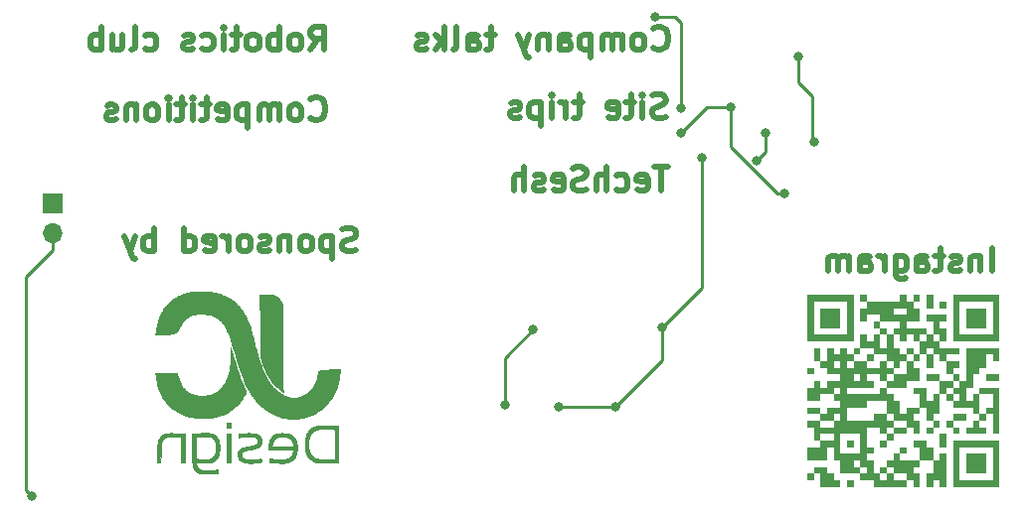
<source format=gbr>
%TF.GenerationSoftware,KiCad,Pcbnew,8.0.4*%
%TF.CreationDate,2024-08-13T13:12:50+01:00*%
%TF.ProjectId,elecsoc_card,656c6563-736f-4635-9f63-6172642e6b69,rev?*%
%TF.SameCoordinates,Original*%
%TF.FileFunction,Copper,L2,Bot*%
%TF.FilePolarity,Positive*%
%FSLAX46Y46*%
G04 Gerber Fmt 4.6, Leading zero omitted, Abs format (unit mm)*
G04 Created by KiCad (PCBNEW 8.0.4) date 2024-08-13 13:12:50*
%MOMM*%
%LPD*%
G01*
G04 APERTURE LIST*
%TA.AperFunction,NonConductor*%
%ADD10C,0.000000*%
%TD*%
%TA.AperFunction,NonConductor*%
%ADD11C,0.026458*%
%TD*%
%ADD12C,0.500000*%
%TA.AperFunction,NonConductor*%
%ADD13C,0.500000*%
%TD*%
%TA.AperFunction,ComponentPad*%
%ADD14R,1.700000X1.700000*%
%TD*%
%TA.AperFunction,ComponentPad*%
%ADD15O,1.700000X1.700000*%
%TD*%
%TA.AperFunction,ViaPad*%
%ADD16C,0.800000*%
%TD*%
%TA.AperFunction,Conductor*%
%ADD17C,0.250000*%
%TD*%
G04 APERTURE END LIST*
D10*
%TA.AperFunction,NonConductor*%
G36*
X169439009Y-95695648D02*
G01*
X170003453Y-95695648D01*
X170003453Y-96260093D01*
X170567899Y-96260093D01*
X170567899Y-96824537D01*
X168874565Y-96824537D01*
X168874565Y-95695648D01*
X168310120Y-95695648D01*
X168310120Y-95131204D01*
X169439009Y-95131204D01*
X169439009Y-95695648D01*
G37*
%TD.AperFunction*%
%TA.AperFunction,NonConductor*%
G36*
X179599009Y-96824537D02*
G01*
X179034565Y-96824537D01*
X179034565Y-96260093D01*
X178470121Y-96260093D01*
X178470121Y-96824537D01*
X177905676Y-96824537D01*
X177905676Y-95695648D01*
X178470121Y-95695648D01*
X178470121Y-94566760D01*
X179034565Y-94566760D01*
X179034565Y-94002314D01*
X179599009Y-94002314D01*
X179599009Y-96824537D01*
G37*
%TD.AperFunction*%
%TA.AperFunction,NonConductor*%
G36*
X170567899Y-83277870D02*
G01*
X168874565Y-83277870D01*
X168874565Y-81584537D01*
X170567899Y-81584537D01*
X170567899Y-83277870D01*
G37*
%TD.AperFunction*%
%TA.AperFunction,NonConductor*%
G36*
X172261232Y-85535648D02*
G01*
X171696787Y-85535648D01*
X171696787Y-84971204D01*
X172261232Y-84971204D01*
X172261232Y-85535648D01*
G37*
%TD.AperFunction*%
%TA.AperFunction,NonConductor*%
G36*
X168310120Y-96260093D02*
G01*
X167745676Y-96260093D01*
X167745676Y-95695648D01*
X168310120Y-95695648D01*
X168310120Y-96260093D01*
G37*
%TD.AperFunction*%
%TA.AperFunction,NonConductor*%
G36*
X181292343Y-91180093D02*
G01*
X180163454Y-91180093D01*
X180163454Y-90615648D01*
X181292343Y-90615648D01*
X181292343Y-91180093D01*
G37*
%TD.AperFunction*%
%TA.AperFunction,NonConductor*%
G36*
X179599009Y-81584537D02*
G01*
X179034565Y-81584537D01*
X179034565Y-81020092D01*
X179599009Y-81020092D01*
X179599009Y-81584537D01*
G37*
%TD.AperFunction*%
%TA.AperFunction,NonConductor*%
G36*
X173954565Y-83277870D02*
G01*
X173390120Y-83277870D01*
X173390120Y-82713426D01*
X173954565Y-82713426D01*
X173954565Y-83277870D01*
G37*
%TD.AperFunction*%
%TA.AperFunction,NonConductor*%
G36*
X184114565Y-96824537D02*
G01*
X180163454Y-96824537D01*
X180163454Y-93437870D01*
X180727898Y-93437870D01*
X180727898Y-96260093D01*
X183550121Y-96260093D01*
X183550121Y-93437870D01*
X180727898Y-93437870D01*
X180163454Y-93437870D01*
X180163454Y-92873426D01*
X184114565Y-92873426D01*
X184114565Y-93437870D01*
X184114565Y-96824537D01*
G37*
%TD.AperFunction*%
%TA.AperFunction,NonConductor*%
G36*
X184114565Y-87793426D02*
G01*
X182985676Y-87793426D01*
X182985676Y-87228981D01*
X184114565Y-87228981D01*
X184114565Y-87793426D01*
G37*
%TD.AperFunction*%
%TA.AperFunction,NonConductor*%
G36*
X180727898Y-86664537D02*
G01*
X180163454Y-86664537D01*
X180163454Y-87228981D01*
X179599009Y-87228981D01*
X179599009Y-86100092D01*
X180727898Y-86100092D01*
X180727898Y-86664537D01*
G37*
%TD.AperFunction*%
%TA.AperFunction,NonConductor*%
G36*
X178470121Y-81584537D02*
G01*
X177905676Y-81584537D01*
X177905676Y-80455648D01*
X178470121Y-80455648D01*
X178470121Y-81584537D01*
G37*
%TD.AperFunction*%
%TA.AperFunction,NonConductor*%
G36*
X176776787Y-86664537D02*
G01*
X177341232Y-86664537D01*
X177341232Y-87793426D01*
X176212343Y-87793426D01*
X176212343Y-88357870D01*
X174519010Y-88357870D01*
X174519010Y-87793426D01*
X175083454Y-87793426D01*
X175083454Y-87228981D01*
X176212343Y-87228981D01*
X176212343Y-86100092D01*
X176776787Y-86100092D01*
X176776787Y-86664537D01*
G37*
%TD.AperFunction*%
%TA.AperFunction,NonConductor*%
G36*
X174519010Y-93437870D02*
G01*
X173954565Y-93437870D01*
X173954565Y-92873426D01*
X174519010Y-92873426D01*
X174519010Y-93437870D01*
G37*
%TD.AperFunction*%
%TA.AperFunction,NonConductor*%
G36*
X182985676Y-95695648D02*
G01*
X181292343Y-95695648D01*
X181292343Y-94002314D01*
X182985676Y-94002314D01*
X182985676Y-95695648D01*
G37*
%TD.AperFunction*%
%TA.AperFunction,NonConductor*%
G36*
X173390120Y-86100092D02*
G01*
X172825676Y-86100092D01*
X172825676Y-85535648D01*
X173390120Y-85535648D01*
X173390120Y-86100092D01*
G37*
%TD.AperFunction*%
%TA.AperFunction,NonConductor*%
G36*
X168310120Y-87228981D02*
G01*
X167745676Y-87228981D01*
X167745676Y-86664537D01*
X168310120Y-86664537D01*
X168310120Y-87228981D01*
G37*
%TD.AperFunction*%
%TA.AperFunction,NonConductor*%
G36*
X168874565Y-86100092D02*
G01*
X168310120Y-86100092D01*
X168310120Y-84971204D01*
X168874565Y-84971204D01*
X168874565Y-86100092D01*
G37*
%TD.AperFunction*%
%TA.AperFunction,NonConductor*%
G36*
X176212343Y-94002314D02*
G01*
X175647898Y-94002314D01*
X175647898Y-93437870D01*
X176212343Y-93437870D01*
X176212343Y-94002314D01*
G37*
%TD.AperFunction*%
%TA.AperFunction,NonConductor*%
G36*
X177341232Y-86100092D02*
G01*
X176776787Y-86100092D01*
X176776787Y-85535648D01*
X177341232Y-85535648D01*
X177341232Y-86100092D01*
G37*
%TD.AperFunction*%
D11*
X116456689Y-80141543D02*
X116732515Y-80159457D01*
X116866797Y-80172512D01*
X116997660Y-80188294D01*
X117124356Y-80206798D01*
X117246137Y-80228022D01*
X117322760Y-80246892D01*
X117438405Y-80280457D01*
X117578233Y-80323821D01*
X117727404Y-80372092D01*
X117871076Y-80420378D01*
X117994409Y-80463784D01*
X118082564Y-80497418D01*
X118108812Y-80509041D01*
X118120700Y-80516386D01*
X118123249Y-80518637D01*
X118128083Y-80522010D01*
X118144104Y-80531845D01*
X118167761Y-80545350D01*
X118198050Y-80561979D01*
X118274505Y-80602438D01*
X118365440Y-80648875D01*
X118411946Y-80672589D01*
X118455331Y-80695388D01*
X118494647Y-80716724D01*
X118528944Y-80736050D01*
X118543914Y-80744789D01*
X118557273Y-80752820D01*
X118568902Y-80760075D01*
X118578683Y-80766485D01*
X118586497Y-80771983D01*
X118592225Y-80776499D01*
X118595749Y-80779965D01*
X118596648Y-80781283D01*
X118596950Y-80782313D01*
X118597123Y-80783294D01*
X118597634Y-80784464D01*
X118599640Y-80787351D01*
X118602900Y-80790925D01*
X118607348Y-80795137D01*
X118619534Y-80805280D01*
X118635657Y-80817390D01*
X118655178Y-80831075D01*
X118677555Y-80845945D01*
X118702248Y-80861607D01*
X118728718Y-80877672D01*
X118742143Y-80885732D01*
X118755197Y-80893745D01*
X118767812Y-80901663D01*
X118779920Y-80909435D01*
X118791453Y-80917013D01*
X118802344Y-80924347D01*
X118812525Y-80931389D01*
X118821928Y-80938089D01*
X118830485Y-80944398D01*
X118838128Y-80950268D01*
X118844791Y-80955648D01*
X118850404Y-80960490D01*
X118854900Y-80964745D01*
X118858212Y-80968363D01*
X118859402Y-80969918D01*
X118860271Y-80971296D01*
X118860810Y-80972490D01*
X118861010Y-80973494D01*
X118861724Y-80975812D01*
X118863713Y-80979099D01*
X118866913Y-80983292D01*
X118871258Y-80988332D01*
X118883120Y-81000703D01*
X118898774Y-81015726D01*
X118917696Y-81032911D01*
X118939363Y-81051770D01*
X118963249Y-81071814D01*
X118988831Y-81092557D01*
X119033958Y-81130008D01*
X119081049Y-81171898D01*
X119129762Y-81217820D01*
X119179752Y-81267367D01*
X119230675Y-81320134D01*
X119282186Y-81375713D01*
X119385601Y-81493684D01*
X119487244Y-81618027D01*
X119584362Y-81745490D01*
X119630365Y-81809376D01*
X119674205Y-81872822D01*
X119715537Y-81935422D01*
X119754019Y-81996770D01*
X119880731Y-82216254D01*
X119996173Y-82444192D01*
X120104791Y-82693270D01*
X120211030Y-82976174D01*
X120319334Y-83305589D01*
X120434148Y-83694200D01*
X120559916Y-84154694D01*
X120701084Y-84699755D01*
X120824565Y-85180767D01*
X120874051Y-85368348D01*
X120918362Y-85531480D01*
X120959745Y-85678290D01*
X121000448Y-85816904D01*
X121088798Y-86102047D01*
X121155198Y-86303753D01*
X121223890Y-86498281D01*
X121294869Y-86685619D01*
X121368127Y-86865752D01*
X121443656Y-87038669D01*
X121521449Y-87204357D01*
X121601499Y-87362802D01*
X121683799Y-87513992D01*
X121768342Y-87657914D01*
X121855119Y-87794555D01*
X121944124Y-87923902D01*
X122035350Y-88045941D01*
X122128788Y-88160661D01*
X122224433Y-88268049D01*
X122322276Y-88368090D01*
X122422310Y-88460773D01*
X122535454Y-88560114D01*
X122626501Y-88639392D01*
X122698804Y-88701334D01*
X122728973Y-88726655D01*
X122755713Y-88748665D01*
X122779442Y-88767702D01*
X122800579Y-88784109D01*
X122819544Y-88798226D01*
X122836754Y-88810393D01*
X122852628Y-88820952D01*
X122867587Y-88830242D01*
X122882048Y-88838605D01*
X122896430Y-88846381D01*
X122913995Y-88855964D01*
X122933513Y-88867260D01*
X122954333Y-88879856D01*
X122975805Y-88893334D01*
X122997277Y-88907280D01*
X123018097Y-88921276D01*
X123037615Y-88934908D01*
X123055180Y-88947759D01*
X123064227Y-88954167D01*
X123074905Y-88961026D01*
X123100614Y-88975850D01*
X123131222Y-88991731D01*
X123165644Y-89008170D01*
X123202794Y-89024667D01*
X123241588Y-89040723D01*
X123280939Y-89055839D01*
X123319764Y-89069515D01*
X123357238Y-89082314D01*
X123392721Y-89094916D01*
X123425397Y-89106998D01*
X123454453Y-89118237D01*
X123479076Y-89128309D01*
X123489470Y-89132807D01*
X123498450Y-89136892D01*
X123505916Y-89140524D01*
X123511764Y-89143662D01*
X123515893Y-89146265D01*
X123517281Y-89147354D01*
X123518201Y-89148295D01*
X123520823Y-89150176D01*
X123525873Y-89152346D01*
X123542721Y-89157443D01*
X123567686Y-89163381D01*
X123599704Y-89169954D01*
X123637715Y-89176957D01*
X123680656Y-89184182D01*
X123727465Y-89191425D01*
X123777081Y-89198479D01*
X123846024Y-89207196D01*
X123908005Y-89213455D01*
X123965151Y-89217262D01*
X123992576Y-89218248D01*
X124019590Y-89218622D01*
X124046460Y-89218386D01*
X124073451Y-89217540D01*
X124100831Y-89216085D01*
X124128863Y-89214022D01*
X124187954Y-89208074D01*
X124252851Y-89199700D01*
X124299627Y-89192786D01*
X124344328Y-89185472D01*
X124385899Y-89177979D01*
X124423286Y-89170530D01*
X124455435Y-89163345D01*
X124469216Y-89159922D01*
X124481292Y-89156648D01*
X124491531Y-89153551D01*
X124499801Y-89150659D01*
X124505971Y-89148000D01*
X124509909Y-89145602D01*
X124513377Y-89143156D01*
X124518169Y-89140360D01*
X124531383Y-89133847D01*
X124548866Y-89126320D01*
X124569937Y-89118038D01*
X124593911Y-89109260D01*
X124620107Y-89100243D01*
X124647841Y-89091248D01*
X124676430Y-89082532D01*
X124714517Y-89069742D01*
X124755884Y-89052988D01*
X124800047Y-89032600D01*
X124846524Y-89008906D01*
X124894829Y-88982233D01*
X124944480Y-88952911D01*
X124994992Y-88921265D01*
X125045882Y-88887626D01*
X125096666Y-88852320D01*
X125146860Y-88815677D01*
X125195980Y-88778023D01*
X125243543Y-88739687D01*
X125289065Y-88700997D01*
X125332061Y-88662282D01*
X125372049Y-88623868D01*
X125408544Y-88586085D01*
X125456165Y-88532890D01*
X125502747Y-88477346D01*
X125548188Y-88419639D01*
X125592382Y-88359955D01*
X125635225Y-88298479D01*
X125676612Y-88235399D01*
X125716438Y-88170900D01*
X125754599Y-88105167D01*
X125790989Y-88038388D01*
X125825505Y-87970749D01*
X125858041Y-87902434D01*
X125888494Y-87833631D01*
X125916757Y-87764525D01*
X125942727Y-87695303D01*
X125966299Y-87626150D01*
X125987368Y-87557253D01*
X126003084Y-87496274D01*
X126021984Y-87413256D01*
X126042440Y-87316567D01*
X126062825Y-87214573D01*
X126081512Y-87115642D01*
X126096875Y-87028140D01*
X126107286Y-86960435D01*
X126110126Y-86936620D01*
X126111118Y-86920893D01*
X126111352Y-86919800D01*
X126112045Y-86918677D01*
X126114763Y-86916352D01*
X126119182Y-86913935D01*
X126125210Y-86911446D01*
X126132756Y-86908905D01*
X126141727Y-86906331D01*
X126163580Y-86901162D01*
X126190038Y-86896094D01*
X126220367Y-86891282D01*
X126253836Y-86886882D01*
X126289712Y-86883048D01*
X126382022Y-86873605D01*
X126501337Y-86860431D01*
X126759347Y-86829867D01*
X126928372Y-86810350D01*
X127109841Y-86791977D01*
X127293712Y-86775482D01*
X127469941Y-86761597D01*
X127628485Y-86751055D01*
X127759302Y-86744589D01*
X127852348Y-86742931D01*
X127881568Y-86744134D01*
X127897580Y-86746815D01*
X127905361Y-86751240D01*
X127912022Y-86758429D01*
X127917551Y-86768852D01*
X127921938Y-86782975D01*
X127925171Y-86801269D01*
X127927239Y-86824202D01*
X127927830Y-86885857D01*
X127923621Y-86971689D01*
X127914519Y-87085446D01*
X127900433Y-87230878D01*
X127881271Y-87411733D01*
X127869503Y-87505603D01*
X127854325Y-87602998D01*
X127835939Y-87703262D01*
X127814549Y-87805739D01*
X127790359Y-87909772D01*
X127763573Y-88014705D01*
X127734394Y-88119882D01*
X127703026Y-88224647D01*
X127669673Y-88328343D01*
X127634539Y-88430315D01*
X127597827Y-88529905D01*
X127559741Y-88626458D01*
X127520485Y-88719317D01*
X127480263Y-88807826D01*
X127439278Y-88891329D01*
X127397734Y-88969170D01*
X127355109Y-89042917D01*
X127308885Y-89118015D01*
X127259346Y-89194122D01*
X127206775Y-89270897D01*
X127151455Y-89347999D01*
X127093670Y-89425087D01*
X127033703Y-89501818D01*
X126971837Y-89577853D01*
X126908355Y-89652849D01*
X126843541Y-89726466D01*
X126777678Y-89798362D01*
X126711049Y-89868196D01*
X126643937Y-89935627D01*
X126576625Y-90000313D01*
X126509397Y-90061913D01*
X126442537Y-90120086D01*
X126344067Y-90199453D01*
X126238953Y-90276710D01*
X126127888Y-90351561D01*
X126011564Y-90423709D01*
X125890673Y-90492857D01*
X125765908Y-90558709D01*
X125637960Y-90620968D01*
X125507523Y-90679337D01*
X125375288Y-90733520D01*
X125241948Y-90783220D01*
X125108196Y-90828140D01*
X124974723Y-90867984D01*
X124842221Y-90902455D01*
X124711384Y-90931257D01*
X124582904Y-90954092D01*
X124457472Y-90970664D01*
X124457470Y-90970666D01*
X124336723Y-90979450D01*
X124188113Y-90983688D01*
X124021561Y-90983703D01*
X123846986Y-90979820D01*
X123674308Y-90972361D01*
X123513445Y-90961652D01*
X123374317Y-90948016D01*
X123316004Y-90940202D01*
X123266845Y-90931777D01*
X123152934Y-90907086D01*
X123035688Y-90877448D01*
X122915919Y-90843222D01*
X122794437Y-90804771D01*
X122672056Y-90762455D01*
X122549588Y-90716636D01*
X122427843Y-90667675D01*
X122307635Y-90615933D01*
X122189775Y-90561771D01*
X122075076Y-90505551D01*
X121964348Y-90447634D01*
X121858404Y-90388381D01*
X121758057Y-90328152D01*
X121664118Y-90267311D01*
X121577398Y-90206216D01*
X121498711Y-90145231D01*
X121413761Y-90074361D01*
X121320329Y-89993966D01*
X121223029Y-89908242D01*
X121126476Y-89821383D01*
X121035284Y-89737583D01*
X120954068Y-89661037D01*
X120887444Y-89595940D01*
X120840024Y-89546487D01*
X120797100Y-89496407D01*
X120741439Y-89427893D01*
X120677852Y-89347245D01*
X120611148Y-89260761D01*
X120546136Y-89174739D01*
X120487625Y-89095479D01*
X120440424Y-89029278D01*
X120409344Y-88982436D01*
X120212350Y-88646769D01*
X120033224Y-88311378D01*
X119867285Y-87964611D01*
X119709852Y-87594815D01*
X119556242Y-87190334D01*
X119401774Y-86739517D01*
X119241767Y-86230708D01*
X119071539Y-85652254D01*
X118952737Y-85243898D01*
X118840647Y-84872371D01*
X118734134Y-84535481D01*
X118632061Y-84231037D01*
X118533292Y-83956846D01*
X118436694Y-83710717D01*
X118388853Y-83597490D01*
X118341129Y-83490457D01*
X118293379Y-83389344D01*
X118245461Y-83293876D01*
X118197235Y-83203779D01*
X118148557Y-83118780D01*
X118099285Y-83038605D01*
X118049279Y-82962979D01*
X117998395Y-82891629D01*
X117946492Y-82824280D01*
X117893428Y-82760659D01*
X117839061Y-82700491D01*
X117783248Y-82643504D01*
X117725849Y-82589421D01*
X117666721Y-82537971D01*
X117605722Y-82488878D01*
X117542710Y-82441869D01*
X117477543Y-82396670D01*
X117410079Y-82353006D01*
X117340177Y-82310605D01*
X117214603Y-82244704D01*
X117078257Y-82187755D01*
X116932757Y-82139747D01*
X116779716Y-82100671D01*
X116620753Y-82070516D01*
X116457482Y-82049274D01*
X116291521Y-82036934D01*
X116124484Y-82033488D01*
X115957988Y-82038925D01*
X115793649Y-82053235D01*
X115633083Y-82076410D01*
X115477906Y-82108439D01*
X115329734Y-82149313D01*
X115190184Y-82199022D01*
X115060870Y-82257557D01*
X114943410Y-82324908D01*
X114913179Y-82345182D01*
X114882125Y-82367369D01*
X114850631Y-82391105D01*
X114819081Y-82416027D01*
X114787856Y-82441771D01*
X114757339Y-82467972D01*
X114727913Y-82494267D01*
X114699960Y-82520292D01*
X114673863Y-82545682D01*
X114650005Y-82570075D01*
X114628767Y-82593105D01*
X114610533Y-82614410D01*
X114595685Y-82633625D01*
X114584605Y-82650386D01*
X114580599Y-82657733D01*
X114577677Y-82664329D01*
X114575889Y-82670131D01*
X114575283Y-82675091D01*
X114574898Y-82677572D01*
X114573767Y-82680965D01*
X114571930Y-82685210D01*
X114569423Y-82690249D01*
X114562555Y-82702467D01*
X114553468Y-82717145D01*
X114542466Y-82733807D01*
X114529854Y-82751978D01*
X114515937Y-82771183D01*
X114501018Y-82790948D01*
X114484026Y-82814365D01*
X114464166Y-82844040D01*
X114442159Y-82878765D01*
X114418726Y-82917329D01*
X114394588Y-82958523D01*
X114370467Y-83001139D01*
X114347084Y-83043966D01*
X114325161Y-83085796D01*
X114298012Y-83138302D01*
X114272393Y-83186690D01*
X114248079Y-83231268D01*
X114224847Y-83272342D01*
X114202474Y-83310222D01*
X114180737Y-83345216D01*
X114159412Y-83377630D01*
X114138277Y-83407773D01*
X114117107Y-83435953D01*
X114095680Y-83462477D01*
X114073771Y-83487653D01*
X114051159Y-83511790D01*
X114027619Y-83535195D01*
X114002929Y-83558176D01*
X113976864Y-83581041D01*
X113949203Y-83604097D01*
X113914735Y-83631294D01*
X113881216Y-83655449D01*
X113847537Y-83676741D01*
X113812593Y-83695347D01*
X113775276Y-83711444D01*
X113734478Y-83725210D01*
X113689094Y-83736822D01*
X113638015Y-83746458D01*
X113580135Y-83754296D01*
X113514347Y-83760513D01*
X113439544Y-83765286D01*
X113354618Y-83768793D01*
X113149972Y-83772720D01*
X112891552Y-83773713D01*
X112242299Y-83773713D01*
X112256751Y-83674494D01*
X112263674Y-83624486D01*
X112271839Y-83561673D01*
X112280225Y-83494086D01*
X112287812Y-83429754D01*
X112301497Y-83325208D01*
X112318917Y-83217896D01*
X112339880Y-83108400D01*
X112364193Y-82997297D01*
X112391663Y-82885167D01*
X112422097Y-82772589D01*
X112455302Y-82660143D01*
X112491086Y-82548408D01*
X112529256Y-82437964D01*
X112569618Y-82329389D01*
X112611981Y-82223263D01*
X112656150Y-82120166D01*
X112701934Y-82020677D01*
X112749140Y-81925375D01*
X112797574Y-81834839D01*
X112847043Y-81749650D01*
X112881690Y-81694848D01*
X112920556Y-81637570D01*
X112963157Y-81578353D01*
X113009007Y-81517735D01*
X113057621Y-81456253D01*
X113108514Y-81394443D01*
X113161201Y-81332842D01*
X113215196Y-81271989D01*
X113270014Y-81212419D01*
X113325169Y-81154671D01*
X113380176Y-81099280D01*
X113434551Y-81046785D01*
X113487807Y-80997721D01*
X113539460Y-80952627D01*
X113589023Y-80912040D01*
X113636013Y-80876495D01*
X113657820Y-80860528D01*
X113679223Y-80844405D01*
X113699678Y-80828566D01*
X113718640Y-80813452D01*
X113735566Y-80799504D01*
X113749910Y-80787162D01*
X113755945Y-80781731D01*
X113761130Y-80776867D01*
X113765398Y-80772625D01*
X113768680Y-80769060D01*
X113772442Y-80765375D01*
X113778114Y-80760782D01*
X113794728Y-80749134D01*
X113817602Y-80734654D01*
X113845813Y-80717877D01*
X113878438Y-80699337D01*
X113914556Y-80679571D01*
X113953243Y-80659115D01*
X113993577Y-80638502D01*
X114033632Y-80618135D01*
X114071523Y-80598378D01*
X114106381Y-80579720D01*
X114137341Y-80562646D01*
X114163536Y-80547643D01*
X114184100Y-80535197D01*
X114191999Y-80530085D01*
X114198166Y-80525794D01*
X114202491Y-80522386D01*
X114204867Y-80519922D01*
X114217317Y-80510537D01*
X114243468Y-80497357D01*
X114330288Y-80461770D01*
X114452170Y-80417485D01*
X114595956Y-80368825D01*
X114748487Y-80320115D01*
X114896605Y-80275677D01*
X115027153Y-80239837D01*
X115126972Y-80216917D01*
X115243886Y-80196944D01*
X115366365Y-80179745D01*
X115493660Y-80165316D01*
X115625022Y-80153653D01*
X115896954Y-80138610D01*
X116176173Y-80134584D01*
X116456689Y-80141543D01*
%TA.AperFunction,NonConductor*%
G36*
X116456689Y-80141543D02*
G01*
X116732515Y-80159457D01*
X116866797Y-80172512D01*
X116997660Y-80188294D01*
X117124356Y-80206798D01*
X117246137Y-80228022D01*
X117322760Y-80246892D01*
X117438405Y-80280457D01*
X117578233Y-80323821D01*
X117727404Y-80372092D01*
X117871076Y-80420378D01*
X117994409Y-80463784D01*
X118082564Y-80497418D01*
X118108812Y-80509041D01*
X118120700Y-80516386D01*
X118123249Y-80518637D01*
X118128083Y-80522010D01*
X118144104Y-80531845D01*
X118167761Y-80545350D01*
X118198050Y-80561979D01*
X118274505Y-80602438D01*
X118365440Y-80648875D01*
X118411946Y-80672589D01*
X118455331Y-80695388D01*
X118494647Y-80716724D01*
X118528944Y-80736050D01*
X118543914Y-80744789D01*
X118557273Y-80752820D01*
X118568902Y-80760075D01*
X118578683Y-80766485D01*
X118586497Y-80771983D01*
X118592225Y-80776499D01*
X118595749Y-80779965D01*
X118596648Y-80781283D01*
X118596950Y-80782313D01*
X118597123Y-80783294D01*
X118597634Y-80784464D01*
X118599640Y-80787351D01*
X118602900Y-80790925D01*
X118607348Y-80795137D01*
X118619534Y-80805280D01*
X118635657Y-80817390D01*
X118655178Y-80831075D01*
X118677555Y-80845945D01*
X118702248Y-80861607D01*
X118728718Y-80877672D01*
X118742143Y-80885732D01*
X118755197Y-80893745D01*
X118767812Y-80901663D01*
X118779920Y-80909435D01*
X118791453Y-80917013D01*
X118802344Y-80924347D01*
X118812525Y-80931389D01*
X118821928Y-80938089D01*
X118830485Y-80944398D01*
X118838128Y-80950268D01*
X118844791Y-80955648D01*
X118850404Y-80960490D01*
X118854900Y-80964745D01*
X118858212Y-80968363D01*
X118859402Y-80969918D01*
X118860271Y-80971296D01*
X118860810Y-80972490D01*
X118861010Y-80973494D01*
X118861724Y-80975812D01*
X118863713Y-80979099D01*
X118866913Y-80983292D01*
X118871258Y-80988332D01*
X118883120Y-81000703D01*
X118898774Y-81015726D01*
X118917696Y-81032911D01*
X118939363Y-81051770D01*
X118963249Y-81071814D01*
X118988831Y-81092557D01*
X119033958Y-81130008D01*
X119081049Y-81171898D01*
X119129762Y-81217820D01*
X119179752Y-81267367D01*
X119230675Y-81320134D01*
X119282186Y-81375713D01*
X119385601Y-81493684D01*
X119487244Y-81618027D01*
X119584362Y-81745490D01*
X119630365Y-81809376D01*
X119674205Y-81872822D01*
X119715537Y-81935422D01*
X119754019Y-81996770D01*
X119880731Y-82216254D01*
X119996173Y-82444192D01*
X120104791Y-82693270D01*
X120211030Y-82976174D01*
X120319334Y-83305589D01*
X120434148Y-83694200D01*
X120559916Y-84154694D01*
X120701084Y-84699755D01*
X120824565Y-85180767D01*
X120874051Y-85368348D01*
X120918362Y-85531480D01*
X120959745Y-85678290D01*
X121000448Y-85816904D01*
X121088798Y-86102047D01*
X121155198Y-86303753D01*
X121223890Y-86498281D01*
X121294869Y-86685619D01*
X121368127Y-86865752D01*
X121443656Y-87038669D01*
X121521449Y-87204357D01*
X121601499Y-87362802D01*
X121683799Y-87513992D01*
X121768342Y-87657914D01*
X121855119Y-87794555D01*
X121944124Y-87923902D01*
X122035350Y-88045941D01*
X122128788Y-88160661D01*
X122224433Y-88268049D01*
X122322276Y-88368090D01*
X122422310Y-88460773D01*
X122535454Y-88560114D01*
X122626501Y-88639392D01*
X122698804Y-88701334D01*
X122728973Y-88726655D01*
X122755713Y-88748665D01*
X122779442Y-88767702D01*
X122800579Y-88784109D01*
X122819544Y-88798226D01*
X122836754Y-88810393D01*
X122852628Y-88820952D01*
X122867587Y-88830242D01*
X122882048Y-88838605D01*
X122896430Y-88846381D01*
X122913995Y-88855964D01*
X122933513Y-88867260D01*
X122954333Y-88879856D01*
X122975805Y-88893334D01*
X122997277Y-88907280D01*
X123018097Y-88921276D01*
X123037615Y-88934908D01*
X123055180Y-88947759D01*
X123064227Y-88954167D01*
X123074905Y-88961026D01*
X123100614Y-88975850D01*
X123131222Y-88991731D01*
X123165644Y-89008170D01*
X123202794Y-89024667D01*
X123241588Y-89040723D01*
X123280939Y-89055839D01*
X123319764Y-89069515D01*
X123357238Y-89082314D01*
X123392721Y-89094916D01*
X123425397Y-89106998D01*
X123454453Y-89118237D01*
X123479076Y-89128309D01*
X123489470Y-89132807D01*
X123498450Y-89136892D01*
X123505916Y-89140524D01*
X123511764Y-89143662D01*
X123515893Y-89146265D01*
X123517281Y-89147354D01*
X123518201Y-89148295D01*
X123520823Y-89150176D01*
X123525873Y-89152346D01*
X123542721Y-89157443D01*
X123567686Y-89163381D01*
X123599704Y-89169954D01*
X123637715Y-89176957D01*
X123680656Y-89184182D01*
X123727465Y-89191425D01*
X123777081Y-89198479D01*
X123846024Y-89207196D01*
X123908005Y-89213455D01*
X123965151Y-89217262D01*
X123992576Y-89218248D01*
X124019590Y-89218622D01*
X124046460Y-89218386D01*
X124073451Y-89217540D01*
X124100831Y-89216085D01*
X124128863Y-89214022D01*
X124187954Y-89208074D01*
X124252851Y-89199700D01*
X124299627Y-89192786D01*
X124344328Y-89185472D01*
X124385899Y-89177979D01*
X124423286Y-89170530D01*
X124455435Y-89163345D01*
X124469216Y-89159922D01*
X124481292Y-89156648D01*
X124491531Y-89153551D01*
X124499801Y-89150659D01*
X124505971Y-89148000D01*
X124509909Y-89145602D01*
X124513377Y-89143156D01*
X124518169Y-89140360D01*
X124531383Y-89133847D01*
X124548866Y-89126320D01*
X124569937Y-89118038D01*
X124593911Y-89109260D01*
X124620107Y-89100243D01*
X124647841Y-89091248D01*
X124676430Y-89082532D01*
X124714517Y-89069742D01*
X124755884Y-89052988D01*
X124800047Y-89032600D01*
X124846524Y-89008906D01*
X124894829Y-88982233D01*
X124944480Y-88952911D01*
X124994992Y-88921265D01*
X125045882Y-88887626D01*
X125096666Y-88852320D01*
X125146860Y-88815677D01*
X125195980Y-88778023D01*
X125243543Y-88739687D01*
X125289065Y-88700997D01*
X125332061Y-88662282D01*
X125372049Y-88623868D01*
X125408544Y-88586085D01*
X125456165Y-88532890D01*
X125502747Y-88477346D01*
X125548188Y-88419639D01*
X125592382Y-88359955D01*
X125635225Y-88298479D01*
X125676612Y-88235399D01*
X125716438Y-88170900D01*
X125754599Y-88105167D01*
X125790989Y-88038388D01*
X125825505Y-87970749D01*
X125858041Y-87902434D01*
X125888494Y-87833631D01*
X125916757Y-87764525D01*
X125942727Y-87695303D01*
X125966299Y-87626150D01*
X125987368Y-87557253D01*
X126003084Y-87496274D01*
X126021984Y-87413256D01*
X126042440Y-87316567D01*
X126062825Y-87214573D01*
X126081512Y-87115642D01*
X126096875Y-87028140D01*
X126107286Y-86960435D01*
X126110126Y-86936620D01*
X126111118Y-86920893D01*
X126111352Y-86919800D01*
X126112045Y-86918677D01*
X126114763Y-86916352D01*
X126119182Y-86913935D01*
X126125210Y-86911446D01*
X126132756Y-86908905D01*
X126141727Y-86906331D01*
X126163580Y-86901162D01*
X126190038Y-86896094D01*
X126220367Y-86891282D01*
X126253836Y-86886882D01*
X126289712Y-86883048D01*
X126382022Y-86873605D01*
X126501337Y-86860431D01*
X126759347Y-86829867D01*
X126928372Y-86810350D01*
X127109841Y-86791977D01*
X127293712Y-86775482D01*
X127469941Y-86761597D01*
X127628485Y-86751055D01*
X127759302Y-86744589D01*
X127852348Y-86742931D01*
X127881568Y-86744134D01*
X127897580Y-86746815D01*
X127905361Y-86751240D01*
X127912022Y-86758429D01*
X127917551Y-86768852D01*
X127921938Y-86782975D01*
X127925171Y-86801269D01*
X127927239Y-86824202D01*
X127927830Y-86885857D01*
X127923621Y-86971689D01*
X127914519Y-87085446D01*
X127900433Y-87230878D01*
X127881271Y-87411733D01*
X127869503Y-87505603D01*
X127854325Y-87602998D01*
X127835939Y-87703262D01*
X127814549Y-87805739D01*
X127790359Y-87909772D01*
X127763573Y-88014705D01*
X127734394Y-88119882D01*
X127703026Y-88224647D01*
X127669673Y-88328343D01*
X127634539Y-88430315D01*
X127597827Y-88529905D01*
X127559741Y-88626458D01*
X127520485Y-88719317D01*
X127480263Y-88807826D01*
X127439278Y-88891329D01*
X127397734Y-88969170D01*
X127355109Y-89042917D01*
X127308885Y-89118015D01*
X127259346Y-89194122D01*
X127206775Y-89270897D01*
X127151455Y-89347999D01*
X127093670Y-89425087D01*
X127033703Y-89501818D01*
X126971837Y-89577853D01*
X126908355Y-89652849D01*
X126843541Y-89726466D01*
X126777678Y-89798362D01*
X126711049Y-89868196D01*
X126643937Y-89935627D01*
X126576625Y-90000313D01*
X126509397Y-90061913D01*
X126442537Y-90120086D01*
X126344067Y-90199453D01*
X126238953Y-90276710D01*
X126127888Y-90351561D01*
X126011564Y-90423709D01*
X125890673Y-90492857D01*
X125765908Y-90558709D01*
X125637960Y-90620968D01*
X125507523Y-90679337D01*
X125375288Y-90733520D01*
X125241948Y-90783220D01*
X125108196Y-90828140D01*
X124974723Y-90867984D01*
X124842221Y-90902455D01*
X124711384Y-90931257D01*
X124582904Y-90954092D01*
X124457472Y-90970664D01*
X124457470Y-90970666D01*
X124336723Y-90979450D01*
X124188113Y-90983688D01*
X124021561Y-90983703D01*
X123846986Y-90979820D01*
X123674308Y-90972361D01*
X123513445Y-90961652D01*
X123374317Y-90948016D01*
X123316004Y-90940202D01*
X123266845Y-90931777D01*
X123152934Y-90907086D01*
X123035688Y-90877448D01*
X122915919Y-90843222D01*
X122794437Y-90804771D01*
X122672056Y-90762455D01*
X122549588Y-90716636D01*
X122427843Y-90667675D01*
X122307635Y-90615933D01*
X122189775Y-90561771D01*
X122075076Y-90505551D01*
X121964348Y-90447634D01*
X121858404Y-90388381D01*
X121758057Y-90328152D01*
X121664118Y-90267311D01*
X121577398Y-90206216D01*
X121498711Y-90145231D01*
X121413761Y-90074361D01*
X121320329Y-89993966D01*
X121223029Y-89908242D01*
X121126476Y-89821383D01*
X121035284Y-89737583D01*
X120954068Y-89661037D01*
X120887444Y-89595940D01*
X120840024Y-89546487D01*
X120797100Y-89496407D01*
X120741439Y-89427893D01*
X120677852Y-89347245D01*
X120611148Y-89260761D01*
X120546136Y-89174739D01*
X120487625Y-89095479D01*
X120440424Y-89029278D01*
X120409344Y-88982436D01*
X120212350Y-88646769D01*
X120033224Y-88311378D01*
X119867285Y-87964611D01*
X119709852Y-87594815D01*
X119556242Y-87190334D01*
X119401774Y-86739517D01*
X119241767Y-86230708D01*
X119071539Y-85652254D01*
X118952737Y-85243898D01*
X118840647Y-84872371D01*
X118734134Y-84535481D01*
X118632061Y-84231037D01*
X118533292Y-83956846D01*
X118436694Y-83710717D01*
X118388853Y-83597490D01*
X118341129Y-83490457D01*
X118293379Y-83389344D01*
X118245461Y-83293876D01*
X118197235Y-83203779D01*
X118148557Y-83118780D01*
X118099285Y-83038605D01*
X118049279Y-82962979D01*
X117998395Y-82891629D01*
X117946492Y-82824280D01*
X117893428Y-82760659D01*
X117839061Y-82700491D01*
X117783248Y-82643504D01*
X117725849Y-82589421D01*
X117666721Y-82537971D01*
X117605722Y-82488878D01*
X117542710Y-82441869D01*
X117477543Y-82396670D01*
X117410079Y-82353006D01*
X117340177Y-82310605D01*
X117214603Y-82244704D01*
X117078257Y-82187755D01*
X116932757Y-82139747D01*
X116779716Y-82100671D01*
X116620753Y-82070516D01*
X116457482Y-82049274D01*
X116291521Y-82036934D01*
X116124484Y-82033488D01*
X115957988Y-82038925D01*
X115793649Y-82053235D01*
X115633083Y-82076410D01*
X115477906Y-82108439D01*
X115329734Y-82149313D01*
X115190184Y-82199022D01*
X115060870Y-82257557D01*
X114943410Y-82324908D01*
X114913179Y-82345182D01*
X114882125Y-82367369D01*
X114850631Y-82391105D01*
X114819081Y-82416027D01*
X114787856Y-82441771D01*
X114757339Y-82467972D01*
X114727913Y-82494267D01*
X114699960Y-82520292D01*
X114673863Y-82545682D01*
X114650005Y-82570075D01*
X114628767Y-82593105D01*
X114610533Y-82614410D01*
X114595685Y-82633625D01*
X114584605Y-82650386D01*
X114580599Y-82657733D01*
X114577677Y-82664329D01*
X114575889Y-82670131D01*
X114575283Y-82675091D01*
X114574898Y-82677572D01*
X114573767Y-82680965D01*
X114571930Y-82685210D01*
X114569423Y-82690249D01*
X114562555Y-82702467D01*
X114553468Y-82717145D01*
X114542466Y-82733807D01*
X114529854Y-82751978D01*
X114515937Y-82771183D01*
X114501018Y-82790948D01*
X114484026Y-82814365D01*
X114464166Y-82844040D01*
X114442159Y-82878765D01*
X114418726Y-82917329D01*
X114394588Y-82958523D01*
X114370467Y-83001139D01*
X114347084Y-83043966D01*
X114325161Y-83085796D01*
X114298012Y-83138302D01*
X114272393Y-83186690D01*
X114248079Y-83231268D01*
X114224847Y-83272342D01*
X114202474Y-83310222D01*
X114180737Y-83345216D01*
X114159412Y-83377630D01*
X114138277Y-83407773D01*
X114117107Y-83435953D01*
X114095680Y-83462477D01*
X114073771Y-83487653D01*
X114051159Y-83511790D01*
X114027619Y-83535195D01*
X114002929Y-83558176D01*
X113976864Y-83581041D01*
X113949203Y-83604097D01*
X113914735Y-83631294D01*
X113881216Y-83655449D01*
X113847537Y-83676741D01*
X113812593Y-83695347D01*
X113775276Y-83711444D01*
X113734478Y-83725210D01*
X113689094Y-83736822D01*
X113638015Y-83746458D01*
X113580135Y-83754296D01*
X113514347Y-83760513D01*
X113439544Y-83765286D01*
X113354618Y-83768793D01*
X113149972Y-83772720D01*
X112891552Y-83773713D01*
X112242299Y-83773713D01*
X112256751Y-83674494D01*
X112263674Y-83624486D01*
X112271839Y-83561673D01*
X112280225Y-83494086D01*
X112287812Y-83429754D01*
X112301497Y-83325208D01*
X112318917Y-83217896D01*
X112339880Y-83108400D01*
X112364193Y-82997297D01*
X112391663Y-82885167D01*
X112422097Y-82772589D01*
X112455302Y-82660143D01*
X112491086Y-82548408D01*
X112529256Y-82437964D01*
X112569618Y-82329389D01*
X112611981Y-82223263D01*
X112656150Y-82120166D01*
X112701934Y-82020677D01*
X112749140Y-81925375D01*
X112797574Y-81834839D01*
X112847043Y-81749650D01*
X112881690Y-81694848D01*
X112920556Y-81637570D01*
X112963157Y-81578353D01*
X113009007Y-81517735D01*
X113057621Y-81456253D01*
X113108514Y-81394443D01*
X113161201Y-81332842D01*
X113215196Y-81271989D01*
X113270014Y-81212419D01*
X113325169Y-81154671D01*
X113380176Y-81099280D01*
X113434551Y-81046785D01*
X113487807Y-80997721D01*
X113539460Y-80952627D01*
X113589023Y-80912040D01*
X113636013Y-80876495D01*
X113657820Y-80860528D01*
X113679223Y-80844405D01*
X113699678Y-80828566D01*
X113718640Y-80813452D01*
X113735566Y-80799504D01*
X113749910Y-80787162D01*
X113755945Y-80781731D01*
X113761130Y-80776867D01*
X113765398Y-80772625D01*
X113768680Y-80769060D01*
X113772442Y-80765375D01*
X113778114Y-80760782D01*
X113794728Y-80749134D01*
X113817602Y-80734654D01*
X113845813Y-80717877D01*
X113878438Y-80699337D01*
X113914556Y-80679571D01*
X113953243Y-80659115D01*
X113993577Y-80638502D01*
X114033632Y-80618135D01*
X114071523Y-80598378D01*
X114106381Y-80579720D01*
X114137341Y-80562646D01*
X114163536Y-80547643D01*
X114184100Y-80535197D01*
X114191999Y-80530085D01*
X114198166Y-80525794D01*
X114202491Y-80522386D01*
X114204867Y-80519922D01*
X114217317Y-80510537D01*
X114243468Y-80497357D01*
X114330288Y-80461770D01*
X114452170Y-80417485D01*
X114595956Y-80368825D01*
X114748487Y-80320115D01*
X114896605Y-80275677D01*
X115027153Y-80239837D01*
X115126972Y-80216917D01*
X115243886Y-80196944D01*
X115366365Y-80179745D01*
X115493660Y-80165316D01*
X115625022Y-80153653D01*
X115896954Y-80138610D01*
X116176173Y-80134584D01*
X116456689Y-80141543D01*
G37*
%TD.AperFunction*%
D10*
%TA.AperFunction,NonConductor*%
G36*
X177341232Y-81020092D02*
G01*
X176776787Y-81020092D01*
X176776787Y-80455648D01*
X177341232Y-80455648D01*
X177341232Y-81020092D01*
G37*
%TD.AperFunction*%
D11*
X124283512Y-93388875D02*
X124284712Y-93470692D01*
X124281012Y-93608074D01*
X124276382Y-93673833D01*
X124269895Y-93737644D01*
X124261546Y-93799511D01*
X124251332Y-93859438D01*
X124239249Y-93917430D01*
X124225295Y-93973493D01*
X124209465Y-94027629D01*
X124191757Y-94079845D01*
X124172166Y-94130145D01*
X124150689Y-94178533D01*
X124127324Y-94225015D01*
X124102065Y-94269593D01*
X124074910Y-94312275D01*
X124045855Y-94353063D01*
X124014897Y-94391962D01*
X123982032Y-94428978D01*
X123947257Y-94464115D01*
X123910568Y-94497377D01*
X123871962Y-94528769D01*
X123831436Y-94558296D01*
X123788985Y-94585962D01*
X123744607Y-94611772D01*
X123698297Y-94635731D01*
X123650053Y-94657843D01*
X123599870Y-94678113D01*
X123547746Y-94696545D01*
X123493677Y-94713145D01*
X123437660Y-94727916D01*
X123379690Y-94740863D01*
X123319765Y-94751992D01*
X123319765Y-94751995D01*
X123249833Y-94762020D01*
X123175635Y-94769247D01*
X123096302Y-94773680D01*
X123010964Y-94775319D01*
X122918750Y-94774168D01*
X122818792Y-94770229D01*
X122710218Y-94763504D01*
X122592161Y-94753995D01*
X122432738Y-94739656D01*
X122301688Y-94727324D01*
X122196340Y-94716675D01*
X122114021Y-94707384D01*
X122080664Y-94703146D01*
X122052062Y-94699126D01*
X122027882Y-94695283D01*
X122007790Y-94691577D01*
X121991451Y-94687966D01*
X121978533Y-94684410D01*
X121968701Y-94680869D01*
X121961622Y-94677302D01*
X121958150Y-94674553D01*
X121955028Y-94670819D01*
X121952255Y-94666109D01*
X121949834Y-94660431D01*
X121947763Y-94653794D01*
X121946045Y-94646205D01*
X121944679Y-94637674D01*
X121943667Y-94628208D01*
X121943009Y-94617817D01*
X121942706Y-94606508D01*
X121942759Y-94594290D01*
X121943168Y-94581173D01*
X121943934Y-94567163D01*
X121945057Y-94552269D01*
X121948381Y-94519866D01*
X121950860Y-94499797D01*
X121953326Y-94481739D01*
X121955813Y-94465614D01*
X121957077Y-94458252D01*
X121958360Y-94451346D01*
X121959667Y-94444883D01*
X121961002Y-94438857D01*
X121962371Y-94433255D01*
X121963776Y-94428070D01*
X121965225Y-94423291D01*
X121966719Y-94418909D01*
X121968266Y-94414915D01*
X121969868Y-94411297D01*
X121971531Y-94408048D01*
X121973258Y-94405156D01*
X121975056Y-94402614D01*
X121976927Y-94400410D01*
X121978878Y-94398536D01*
X121980911Y-94396981D01*
X121983033Y-94395737D01*
X121985247Y-94394793D01*
X121987559Y-94394140D01*
X121989972Y-94393769D01*
X121992491Y-94393668D01*
X121995121Y-94393830D01*
X121997866Y-94394245D01*
X122000732Y-94394902D01*
X122003722Y-94395792D01*
X122006841Y-94396906D01*
X122023115Y-94400976D01*
X122053453Y-94406382D01*
X122149329Y-94420271D01*
X122280486Y-94436706D01*
X122432943Y-94453820D01*
X122589585Y-94468590D01*
X122735665Y-94478399D01*
X122804863Y-94481409D01*
X122871563Y-94483138D01*
X122935813Y-94483571D01*
X122997661Y-94482695D01*
X123057154Y-94480496D01*
X123114340Y-94476960D01*
X123169267Y-94472074D01*
X123221982Y-94465823D01*
X123272533Y-94458194D01*
X123320968Y-94449173D01*
X123367333Y-94438746D01*
X123411678Y-94426900D01*
X123454049Y-94413620D01*
X123494494Y-94398892D01*
X123533061Y-94382704D01*
X123569798Y-94365041D01*
X123604751Y-94345889D01*
X123637970Y-94325235D01*
X123669501Y-94303065D01*
X123699392Y-94279364D01*
X123727691Y-94254119D01*
X123754445Y-94227317D01*
X123779703Y-94198943D01*
X123803511Y-94168984D01*
X123825918Y-94137426D01*
X123846970Y-94104254D01*
X123866716Y-94069456D01*
X123885204Y-94033018D01*
X123901499Y-93997487D01*
X123917381Y-93959903D01*
X123932456Y-93921406D01*
X123946326Y-93883135D01*
X123958595Y-93846232D01*
X123968867Y-93811834D01*
X123976745Y-93781083D01*
X123979663Y-93767431D01*
X123981834Y-93755118D01*
X123999103Y-93642670D01*
X121844502Y-93642670D01*
X121862172Y-93397930D01*
X121865837Y-93351630D01*
X122138163Y-93351630D01*
X124001214Y-93351630D01*
X123983857Y-93239182D01*
X123972247Y-93174119D01*
X123957984Y-93112175D01*
X123941066Y-93053349D01*
X123921490Y-92997635D01*
X123910705Y-92970946D01*
X123899255Y-92945033D01*
X123887139Y-92919898D01*
X123874357Y-92895539D01*
X123860910Y-92871957D01*
X123846796Y-92849151D01*
X123832016Y-92827120D01*
X123816569Y-92805864D01*
X123800455Y-92785384D01*
X123783673Y-92765678D01*
X123766224Y-92746746D01*
X123748108Y-92728588D01*
X123729323Y-92711203D01*
X123709869Y-92694592D01*
X123689747Y-92678753D01*
X123668956Y-92663687D01*
X123647496Y-92649393D01*
X123625366Y-92635871D01*
X123602566Y-92623119D01*
X123579097Y-92611139D01*
X123554957Y-92599930D01*
X123530147Y-92589491D01*
X123504665Y-92579822D01*
X123478513Y-92570922D01*
X123440797Y-92560371D01*
X123397443Y-92550994D01*
X123349269Y-92542807D01*
X123297091Y-92535829D01*
X123241725Y-92530078D01*
X123183988Y-92525571D01*
X123124695Y-92522327D01*
X123064664Y-92520363D01*
X123004709Y-92519697D01*
X122945649Y-92520348D01*
X122888299Y-92522332D01*
X122833474Y-92525669D01*
X122781993Y-92530375D01*
X122734671Y-92536468D01*
X122692324Y-92543968D01*
X122655768Y-92552891D01*
X122611167Y-92567651D01*
X122568001Y-92585686D01*
X122526395Y-92606851D01*
X122486475Y-92631000D01*
X122448368Y-92657985D01*
X122412199Y-92687662D01*
X122378093Y-92719883D01*
X122346176Y-92754503D01*
X122316575Y-92791376D01*
X122289415Y-92830355D01*
X122264822Y-92871294D01*
X122242921Y-92914047D01*
X122223838Y-92958468D01*
X122207700Y-93004410D01*
X122194631Y-93051728D01*
X122184758Y-93100275D01*
X122176731Y-93147109D01*
X122167990Y-93196393D01*
X122159592Y-93242266D01*
X122152590Y-93278869D01*
X122138163Y-93351630D01*
X121865837Y-93351630D01*
X121866299Y-93345797D01*
X121871265Y-93291420D01*
X121876883Y-93236399D01*
X121882964Y-93182336D01*
X121889319Y-93130830D01*
X121895760Y-93083484D01*
X121902097Y-93041897D01*
X121908143Y-93007670D01*
X121922031Y-92945743D01*
X121939222Y-92885552D01*
X121959622Y-92827214D01*
X121983138Y-92770848D01*
X122009677Y-92716572D01*
X122039146Y-92664503D01*
X122071451Y-92614761D01*
X122106499Y-92567461D01*
X122144197Y-92522724D01*
X122184451Y-92480667D01*
X122227168Y-92441408D01*
X122272256Y-92405064D01*
X122319619Y-92371755D01*
X122369166Y-92341598D01*
X122420803Y-92314711D01*
X122474436Y-92291212D01*
X122524104Y-92272406D01*
X122547441Y-92264581D01*
X122570518Y-92257723D01*
X122593888Y-92251769D01*
X122618106Y-92246656D01*
X122643725Y-92242320D01*
X122671299Y-92238697D01*
X122701382Y-92235725D01*
X122734527Y-92233340D01*
X122812221Y-92230077D01*
X122908809Y-92228401D01*
X123028723Y-92227805D01*
X123122098Y-92228265D01*
X123207692Y-92230104D01*
X123286174Y-92233529D01*
X123358214Y-92238746D01*
X123424479Y-92245961D01*
X123485640Y-92255381D01*
X123542364Y-92267213D01*
X123569271Y-92274098D01*
X123595320Y-92281663D01*
X123620595Y-92289933D01*
X123645178Y-92298936D01*
X123669154Y-92308696D01*
X123692606Y-92319240D01*
X123715618Y-92330593D01*
X123738274Y-92342781D01*
X123760656Y-92355829D01*
X123782849Y-92369764D01*
X123827001Y-92400398D01*
X123871399Y-92434887D01*
X123916711Y-92473439D01*
X123963607Y-92516259D01*
X124003304Y-92556004D01*
X124040283Y-92598102D01*
X124074566Y-92642617D01*
X124106173Y-92689616D01*
X124135127Y-92739161D01*
X124161450Y-92791317D01*
X124185162Y-92846149D01*
X124206287Y-92903721D01*
X124224845Y-92964099D01*
X124240858Y-93027345D01*
X124254348Y-93093526D01*
X124265337Y-93162704D01*
X124273846Y-93234946D01*
X124279897Y-93310314D01*
X124281798Y-93351630D01*
X124283512Y-93388875D01*
%TA.AperFunction,NonConductor*%
G36*
X124283512Y-93388875D02*
G01*
X124284712Y-93470692D01*
X124281012Y-93608074D01*
X124276382Y-93673833D01*
X124269895Y-93737644D01*
X124261546Y-93799511D01*
X124251332Y-93859438D01*
X124239249Y-93917430D01*
X124225295Y-93973493D01*
X124209465Y-94027629D01*
X124191757Y-94079845D01*
X124172166Y-94130145D01*
X124150689Y-94178533D01*
X124127324Y-94225015D01*
X124102065Y-94269593D01*
X124074910Y-94312275D01*
X124045855Y-94353063D01*
X124014897Y-94391962D01*
X123982032Y-94428978D01*
X123947257Y-94464115D01*
X123910568Y-94497377D01*
X123871962Y-94528769D01*
X123831436Y-94558296D01*
X123788985Y-94585962D01*
X123744607Y-94611772D01*
X123698297Y-94635731D01*
X123650053Y-94657843D01*
X123599870Y-94678113D01*
X123547746Y-94696545D01*
X123493677Y-94713145D01*
X123437660Y-94727916D01*
X123379690Y-94740863D01*
X123319765Y-94751992D01*
X123319765Y-94751995D01*
X123249833Y-94762020D01*
X123175635Y-94769247D01*
X123096302Y-94773680D01*
X123010964Y-94775319D01*
X122918750Y-94774168D01*
X122818792Y-94770229D01*
X122710218Y-94763504D01*
X122592161Y-94753995D01*
X122432738Y-94739656D01*
X122301688Y-94727324D01*
X122196340Y-94716675D01*
X122114021Y-94707384D01*
X122080664Y-94703146D01*
X122052062Y-94699126D01*
X122027882Y-94695283D01*
X122007790Y-94691577D01*
X121991451Y-94687966D01*
X121978533Y-94684410D01*
X121968701Y-94680869D01*
X121961622Y-94677302D01*
X121958150Y-94674553D01*
X121955028Y-94670819D01*
X121952255Y-94666109D01*
X121949834Y-94660431D01*
X121947763Y-94653794D01*
X121946045Y-94646205D01*
X121944679Y-94637674D01*
X121943667Y-94628208D01*
X121943009Y-94617817D01*
X121942706Y-94606508D01*
X121942759Y-94594290D01*
X121943168Y-94581173D01*
X121943934Y-94567163D01*
X121945057Y-94552269D01*
X121948381Y-94519866D01*
X121950860Y-94499797D01*
X121953326Y-94481739D01*
X121955813Y-94465614D01*
X121957077Y-94458252D01*
X121958360Y-94451346D01*
X121959667Y-94444883D01*
X121961002Y-94438857D01*
X121962371Y-94433255D01*
X121963776Y-94428070D01*
X121965225Y-94423291D01*
X121966719Y-94418909D01*
X121968266Y-94414915D01*
X121969868Y-94411297D01*
X121971531Y-94408048D01*
X121973258Y-94405156D01*
X121975056Y-94402614D01*
X121976927Y-94400410D01*
X121978878Y-94398536D01*
X121980911Y-94396981D01*
X121983033Y-94395737D01*
X121985247Y-94394793D01*
X121987559Y-94394140D01*
X121989972Y-94393769D01*
X121992491Y-94393668D01*
X121995121Y-94393830D01*
X121997866Y-94394245D01*
X122000732Y-94394902D01*
X122003722Y-94395792D01*
X122006841Y-94396906D01*
X122023115Y-94400976D01*
X122053453Y-94406382D01*
X122149329Y-94420271D01*
X122280486Y-94436706D01*
X122432943Y-94453820D01*
X122589585Y-94468590D01*
X122735665Y-94478399D01*
X122804863Y-94481409D01*
X122871563Y-94483138D01*
X122935813Y-94483571D01*
X122997661Y-94482695D01*
X123057154Y-94480496D01*
X123114340Y-94476960D01*
X123169267Y-94472074D01*
X123221982Y-94465823D01*
X123272533Y-94458194D01*
X123320968Y-94449173D01*
X123367333Y-94438746D01*
X123411678Y-94426900D01*
X123454049Y-94413620D01*
X123494494Y-94398892D01*
X123533061Y-94382704D01*
X123569798Y-94365041D01*
X123604751Y-94345889D01*
X123637970Y-94325235D01*
X123669501Y-94303065D01*
X123699392Y-94279364D01*
X123727691Y-94254119D01*
X123754445Y-94227317D01*
X123779703Y-94198943D01*
X123803511Y-94168984D01*
X123825918Y-94137426D01*
X123846970Y-94104254D01*
X123866716Y-94069456D01*
X123885204Y-94033018D01*
X123901499Y-93997487D01*
X123917381Y-93959903D01*
X123932456Y-93921406D01*
X123946326Y-93883135D01*
X123958595Y-93846232D01*
X123968867Y-93811834D01*
X123976745Y-93781083D01*
X123979663Y-93767431D01*
X123981834Y-93755118D01*
X123999103Y-93642670D01*
X121844502Y-93642670D01*
X121862172Y-93397930D01*
X121865837Y-93351630D01*
X122138163Y-93351630D01*
X124001214Y-93351630D01*
X123983857Y-93239182D01*
X123972247Y-93174119D01*
X123957984Y-93112175D01*
X123941066Y-93053349D01*
X123921490Y-92997635D01*
X123910705Y-92970946D01*
X123899255Y-92945033D01*
X123887139Y-92919898D01*
X123874357Y-92895539D01*
X123860910Y-92871957D01*
X123846796Y-92849151D01*
X123832016Y-92827120D01*
X123816569Y-92805864D01*
X123800455Y-92785384D01*
X123783673Y-92765678D01*
X123766224Y-92746746D01*
X123748108Y-92728588D01*
X123729323Y-92711203D01*
X123709869Y-92694592D01*
X123689747Y-92678753D01*
X123668956Y-92663687D01*
X123647496Y-92649393D01*
X123625366Y-92635871D01*
X123602566Y-92623119D01*
X123579097Y-92611139D01*
X123554957Y-92599930D01*
X123530147Y-92589491D01*
X123504665Y-92579822D01*
X123478513Y-92570922D01*
X123440797Y-92560371D01*
X123397443Y-92550994D01*
X123349269Y-92542807D01*
X123297091Y-92535829D01*
X123241725Y-92530078D01*
X123183988Y-92525571D01*
X123124695Y-92522327D01*
X123064664Y-92520363D01*
X123004709Y-92519697D01*
X122945649Y-92520348D01*
X122888299Y-92522332D01*
X122833474Y-92525669D01*
X122781993Y-92530375D01*
X122734671Y-92536468D01*
X122692324Y-92543968D01*
X122655768Y-92552891D01*
X122611167Y-92567651D01*
X122568001Y-92585686D01*
X122526395Y-92606851D01*
X122486475Y-92631000D01*
X122448368Y-92657985D01*
X122412199Y-92687662D01*
X122378093Y-92719883D01*
X122346176Y-92754503D01*
X122316575Y-92791376D01*
X122289415Y-92830355D01*
X122264822Y-92871294D01*
X122242921Y-92914047D01*
X122223838Y-92958468D01*
X122207700Y-93004410D01*
X122194631Y-93051728D01*
X122184758Y-93100275D01*
X122176731Y-93147109D01*
X122167990Y-93196393D01*
X122159592Y-93242266D01*
X122152590Y-93278869D01*
X122138163Y-93351630D01*
X121865837Y-93351630D01*
X121866299Y-93345797D01*
X121871265Y-93291420D01*
X121876883Y-93236399D01*
X121882964Y-93182336D01*
X121889319Y-93130830D01*
X121895760Y-93083484D01*
X121902097Y-93041897D01*
X121908143Y-93007670D01*
X121922031Y-92945743D01*
X121939222Y-92885552D01*
X121959622Y-92827214D01*
X121983138Y-92770848D01*
X122009677Y-92716572D01*
X122039146Y-92664503D01*
X122071451Y-92614761D01*
X122106499Y-92567461D01*
X122144197Y-92522724D01*
X122184451Y-92480667D01*
X122227168Y-92441408D01*
X122272256Y-92405064D01*
X122319619Y-92371755D01*
X122369166Y-92341598D01*
X122420803Y-92314711D01*
X122474436Y-92291212D01*
X122524104Y-92272406D01*
X122547441Y-92264581D01*
X122570518Y-92257723D01*
X122593888Y-92251769D01*
X122618106Y-92246656D01*
X122643725Y-92242320D01*
X122671299Y-92238697D01*
X122701382Y-92235725D01*
X122734527Y-92233340D01*
X122812221Y-92230077D01*
X122908809Y-92228401D01*
X123028723Y-92227805D01*
X123122098Y-92228265D01*
X123207692Y-92230104D01*
X123286174Y-92233529D01*
X123358214Y-92238746D01*
X123424479Y-92245961D01*
X123485640Y-92255381D01*
X123542364Y-92267213D01*
X123569271Y-92274098D01*
X123595320Y-92281663D01*
X123620595Y-92289933D01*
X123645178Y-92298936D01*
X123669154Y-92308696D01*
X123692606Y-92319240D01*
X123715618Y-92330593D01*
X123738274Y-92342781D01*
X123760656Y-92355829D01*
X123782849Y-92369764D01*
X123827001Y-92400398D01*
X123871399Y-92434887D01*
X123916711Y-92473439D01*
X123963607Y-92516259D01*
X124003304Y-92556004D01*
X124040283Y-92598102D01*
X124074566Y-92642617D01*
X124106173Y-92689616D01*
X124135127Y-92739161D01*
X124161450Y-92791317D01*
X124185162Y-92846149D01*
X124206287Y-92903721D01*
X124224845Y-92964099D01*
X124240858Y-93027345D01*
X124254348Y-93093526D01*
X124265337Y-93162704D01*
X124273846Y-93234946D01*
X124279897Y-93310314D01*
X124281798Y-93351630D01*
X124283512Y-93388875D01*
G37*
%TD.AperFunction*%
D10*
%TA.AperFunction,NonConductor*%
G36*
X179034565Y-87793426D02*
G01*
X177905676Y-87793426D01*
X177905676Y-87228981D01*
X179034565Y-87228981D01*
X179034565Y-87793426D01*
G37*
%TD.AperFunction*%
%TA.AperFunction,NonConductor*%
G36*
X184114565Y-84406759D02*
G01*
X180163454Y-84406759D01*
X180163454Y-81020092D01*
X180727898Y-81020092D01*
X180727898Y-83842315D01*
X183550121Y-83842315D01*
X183550121Y-81020092D01*
X180727898Y-81020092D01*
X180163454Y-81020092D01*
X180163454Y-80455648D01*
X184114565Y-80455648D01*
X184114565Y-81020092D01*
X184114565Y-84406759D01*
G37*
%TD.AperFunction*%
D11*
X117680670Y-93607464D02*
X117676788Y-93679846D01*
X117671351Y-93749020D01*
X117664358Y-93813918D01*
X117655809Y-93873471D01*
X117645704Y-93926611D01*
X117634044Y-93972269D01*
X117594577Y-94090114D01*
X117549548Y-94197876D01*
X117498627Y-94295728D01*
X117470852Y-94340992D01*
X117441480Y-94383843D01*
X117410468Y-94424303D01*
X117377777Y-94462393D01*
X117343363Y-94498135D01*
X117307186Y-94531550D01*
X117269204Y-94562660D01*
X117229377Y-94591486D01*
X117187661Y-94618051D01*
X117144017Y-94642375D01*
X117098402Y-94664480D01*
X117050775Y-94684388D01*
X117001095Y-94702120D01*
X116949320Y-94717698D01*
X116839321Y-94742477D01*
X116720445Y-94758897D01*
X116592363Y-94767132D01*
X116454741Y-94767352D01*
X116307250Y-94759732D01*
X116149557Y-94744442D01*
X116000704Y-94726231D01*
X115869235Y-94708697D01*
X115814471Y-94700807D01*
X115769395Y-94693834D01*
X115735787Y-94688028D01*
X115715429Y-94683637D01*
X115694720Y-94678307D01*
X115686380Y-94676730D01*
X115679294Y-94676102D01*
X115676201Y-94676196D01*
X115673397Y-94676590D01*
X115670873Y-94677305D01*
X115668622Y-94678362D01*
X115666635Y-94679782D01*
X115664903Y-94681586D01*
X115663418Y-94683795D01*
X115662173Y-94686430D01*
X115661158Y-94689512D01*
X115660366Y-94693061D01*
X115659416Y-94701647D01*
X115659256Y-94712356D01*
X115659820Y-94725354D01*
X115661042Y-94740811D01*
X115662856Y-94758894D01*
X115667992Y-94803608D01*
X115671640Y-94830254D01*
X115676221Y-94856538D01*
X115681721Y-94882442D01*
X115688125Y-94907949D01*
X115695418Y-94933043D01*
X115703587Y-94957706D01*
X115712616Y-94981923D01*
X115722490Y-95005676D01*
X115733197Y-95028948D01*
X115744721Y-95051722D01*
X115757047Y-95073982D01*
X115770161Y-95095711D01*
X115798696Y-95137508D01*
X115830208Y-95176979D01*
X115864583Y-95213987D01*
X115901705Y-95248400D01*
X115921259Y-95264591D01*
X115941456Y-95280083D01*
X115962282Y-95294858D01*
X115983722Y-95308899D01*
X116005762Y-95322191D01*
X116028386Y-95334716D01*
X116051581Y-95346458D01*
X116075332Y-95357399D01*
X116099625Y-95367523D01*
X116124445Y-95376812D01*
X116149777Y-95385251D01*
X116175608Y-95392821D01*
X116206310Y-95398616D01*
X116250323Y-95403182D01*
X116371561Y-95408805D01*
X116525887Y-95410042D01*
X116699867Y-95407244D01*
X116880067Y-95400764D01*
X117053052Y-95390954D01*
X117205387Y-95378165D01*
X117323638Y-95362749D01*
X117357739Y-95357149D01*
X117389976Y-95352350D01*
X117419614Y-95348425D01*
X117445916Y-95345450D01*
X117468147Y-95343499D01*
X117477506Y-95342931D01*
X117485571Y-95342647D01*
X117492250Y-95342656D01*
X117497451Y-95342967D01*
X117501083Y-95343591D01*
X117502281Y-95344022D01*
X117503052Y-95344535D01*
X117504229Y-95346318D01*
X117505533Y-95349402D01*
X117508467Y-95359178D01*
X117511746Y-95373274D01*
X117515262Y-95391101D01*
X117518906Y-95412072D01*
X117522569Y-95435598D01*
X117526142Y-95461091D01*
X117529517Y-95487963D01*
X117545231Y-95620640D01*
X117323644Y-95650185D01*
X117229255Y-95662463D01*
X117136059Y-95674051D01*
X117054800Y-95683646D01*
X116996222Y-95689944D01*
X116996209Y-95689942D01*
X116966579Y-95691920D01*
X116922756Y-95693599D01*
X116800996Y-95695971D01*
X116647858Y-95696865D01*
X116480271Y-95696091D01*
X116352644Y-95694499D01*
X116299207Y-95693446D01*
X116251834Y-95692110D01*
X116209885Y-95690408D01*
X116172720Y-95688257D01*
X116139700Y-95685575D01*
X116110185Y-95682277D01*
X116083534Y-95678282D01*
X116059108Y-95673505D01*
X116036267Y-95667865D01*
X116014371Y-95661276D01*
X115992780Y-95653658D01*
X115970854Y-95644926D01*
X115947954Y-95634997D01*
X115923440Y-95623789D01*
X115889617Y-95607393D01*
X115856779Y-95590130D01*
X115824946Y-95572015D01*
X115794137Y-95553066D01*
X115764370Y-95533298D01*
X115735666Y-95512729D01*
X115708042Y-95491375D01*
X115681519Y-95469253D01*
X115656115Y-95446378D01*
X115631850Y-95422769D01*
X115608742Y-95398441D01*
X115586810Y-95373411D01*
X115566075Y-95347695D01*
X115546554Y-95321310D01*
X115528268Y-95294273D01*
X115511234Y-95266601D01*
X115465968Y-95184436D01*
X115447489Y-95143931D01*
X115431532Y-95100881D01*
X115417912Y-95053090D01*
X115406444Y-94998361D01*
X115396942Y-94934497D01*
X115389222Y-94859301D01*
X115378382Y-94666128D01*
X115372443Y-94401268D01*
X115369335Y-93586188D01*
X115369095Y-92561121D01*
X115660076Y-92561121D01*
X115660076Y-93470530D01*
X115660112Y-93624279D01*
X115660262Y-93759718D01*
X115660591Y-93878028D01*
X115661163Y-93980394D01*
X115661561Y-94025968D01*
X115662043Y-94068000D01*
X115662619Y-94106637D01*
X115663295Y-94142028D01*
X115664081Y-94174320D01*
X115664984Y-94203662D01*
X115666012Y-94230201D01*
X115667174Y-94254086D01*
X115668477Y-94275464D01*
X115669929Y-94294483D01*
X115671539Y-94311291D01*
X115673314Y-94326037D01*
X115674267Y-94332682D01*
X115675263Y-94338867D01*
X115676305Y-94344611D01*
X115677394Y-94349931D01*
X115678530Y-94354846D01*
X115679714Y-94359376D01*
X115680948Y-94363537D01*
X115682232Y-94367349D01*
X115683567Y-94370830D01*
X115684956Y-94373999D01*
X115686397Y-94376874D01*
X115687893Y-94379474D01*
X115689445Y-94381817D01*
X115691053Y-94383922D01*
X115692718Y-94385806D01*
X115694442Y-94387490D01*
X115696226Y-94388991D01*
X115698070Y-94390327D01*
X115699975Y-94391517D01*
X115701943Y-94392580D01*
X115706071Y-94394398D01*
X115710460Y-94395928D01*
X115726439Y-94399920D01*
X115752667Y-94405151D01*
X115830339Y-94418440D01*
X115932408Y-94434020D01*
X116047805Y-94450110D01*
X116167382Y-94464523D01*
X116279652Y-94474890D01*
X116384881Y-94481148D01*
X116483337Y-94483229D01*
X116530108Y-94482683D01*
X116575286Y-94481069D01*
X116618903Y-94478378D01*
X116660994Y-94474601D01*
X116701592Y-94469732D01*
X116740730Y-94463761D01*
X116778441Y-94456681D01*
X116814758Y-94448483D01*
X116849716Y-94439159D01*
X116883348Y-94428701D01*
X116915686Y-94417100D01*
X116946764Y-94404349D01*
X116976615Y-94390439D01*
X117005274Y-94375362D01*
X117032773Y-94359110D01*
X117059145Y-94341675D01*
X117084424Y-94323048D01*
X117108643Y-94303221D01*
X117131836Y-94282187D01*
X117154036Y-94259936D01*
X117175276Y-94236460D01*
X117195590Y-94211753D01*
X117215010Y-94185804D01*
X117233571Y-94158607D01*
X117254582Y-94124942D01*
X117273888Y-94090915D01*
X117291538Y-94056313D01*
X117307580Y-94020924D01*
X117322063Y-93984535D01*
X117335034Y-93946934D01*
X117346541Y-93907907D01*
X117356633Y-93867243D01*
X117365358Y-93824729D01*
X117372763Y-93780151D01*
X117378897Y-93733298D01*
X117383808Y-93683957D01*
X117387544Y-93631916D01*
X117390153Y-93576961D01*
X117391683Y-93518880D01*
X117392182Y-93457461D01*
X117391583Y-93387943D01*
X117389736Y-93322883D01*
X117386567Y-93262012D01*
X117382002Y-93205059D01*
X117375966Y-93151755D01*
X117368385Y-93101831D01*
X117359185Y-93055018D01*
X117348291Y-93011045D01*
X117335629Y-92969645D01*
X117321124Y-92930546D01*
X117304703Y-92893480D01*
X117286290Y-92858177D01*
X117265812Y-92824369D01*
X117243194Y-92791785D01*
X117218362Y-92760156D01*
X117191242Y-92729212D01*
X117159958Y-92696366D01*
X117129530Y-92667046D01*
X117099211Y-92641060D01*
X117068251Y-92618216D01*
X117035903Y-92598321D01*
X117001418Y-92581182D01*
X116964049Y-92566607D01*
X116923046Y-92554404D01*
X116877663Y-92544380D01*
X116827150Y-92536342D01*
X116770759Y-92530098D01*
X116707742Y-92525456D01*
X116637351Y-92522222D01*
X116558838Y-92520205D01*
X116374451Y-92519050D01*
X116278875Y-92519644D01*
X116184752Y-92521010D01*
X116094497Y-92523062D01*
X116010525Y-92525711D01*
X115935250Y-92528869D01*
X115871087Y-92532447D01*
X115820450Y-92536359D01*
X115785753Y-92540516D01*
X115660076Y-92561121D01*
X115369095Y-92561121D01*
X115369034Y-92299393D01*
X115507940Y-92282551D01*
X115731614Y-92257846D01*
X115948172Y-92238623D01*
X116154237Y-92224977D01*
X116346430Y-92217000D01*
X116521374Y-92214788D01*
X116601322Y-92215872D01*
X116675691Y-92218432D01*
X116744058Y-92222481D01*
X116806001Y-92228029D01*
X116861099Y-92235088D01*
X116908928Y-92243670D01*
X116978974Y-92260481D01*
X117045277Y-92280446D01*
X117107935Y-92303655D01*
X117167041Y-92330200D01*
X117222691Y-92360173D01*
X117274980Y-92393665D01*
X117324003Y-92430768D01*
X117369856Y-92471574D01*
X117412633Y-92516175D01*
X117452429Y-92564661D01*
X117489340Y-92617125D01*
X117523461Y-92673659D01*
X117554887Y-92734354D01*
X117583712Y-92799301D01*
X117610033Y-92868593D01*
X117633944Y-92942321D01*
X117645614Y-92988006D01*
X117655729Y-93041169D01*
X117664289Y-93100742D01*
X117671295Y-93165656D01*
X117676745Y-93234843D01*
X117680641Y-93307233D01*
X117683766Y-93457352D01*
X117683764Y-93457461D01*
X117680670Y-93607464D01*
%TA.AperFunction,NonConductor*%
G36*
X117680670Y-93607464D02*
G01*
X117676788Y-93679846D01*
X117671351Y-93749020D01*
X117664358Y-93813918D01*
X117655809Y-93873471D01*
X117645704Y-93926611D01*
X117634044Y-93972269D01*
X117594577Y-94090114D01*
X117549548Y-94197876D01*
X117498627Y-94295728D01*
X117470852Y-94340992D01*
X117441480Y-94383843D01*
X117410468Y-94424303D01*
X117377777Y-94462393D01*
X117343363Y-94498135D01*
X117307186Y-94531550D01*
X117269204Y-94562660D01*
X117229377Y-94591486D01*
X117187661Y-94618051D01*
X117144017Y-94642375D01*
X117098402Y-94664480D01*
X117050775Y-94684388D01*
X117001095Y-94702120D01*
X116949320Y-94717698D01*
X116839321Y-94742477D01*
X116720445Y-94758897D01*
X116592363Y-94767132D01*
X116454741Y-94767352D01*
X116307250Y-94759732D01*
X116149557Y-94744442D01*
X116000704Y-94726231D01*
X115869235Y-94708697D01*
X115814471Y-94700807D01*
X115769395Y-94693834D01*
X115735787Y-94688028D01*
X115715429Y-94683637D01*
X115694720Y-94678307D01*
X115686380Y-94676730D01*
X115679294Y-94676102D01*
X115676201Y-94676196D01*
X115673397Y-94676590D01*
X115670873Y-94677305D01*
X115668622Y-94678362D01*
X115666635Y-94679782D01*
X115664903Y-94681586D01*
X115663418Y-94683795D01*
X115662173Y-94686430D01*
X115661158Y-94689512D01*
X115660366Y-94693061D01*
X115659416Y-94701647D01*
X115659256Y-94712356D01*
X115659820Y-94725354D01*
X115661042Y-94740811D01*
X115662856Y-94758894D01*
X115667992Y-94803608D01*
X115671640Y-94830254D01*
X115676221Y-94856538D01*
X115681721Y-94882442D01*
X115688125Y-94907949D01*
X115695418Y-94933043D01*
X115703587Y-94957706D01*
X115712616Y-94981923D01*
X115722490Y-95005676D01*
X115733197Y-95028948D01*
X115744721Y-95051722D01*
X115757047Y-95073982D01*
X115770161Y-95095711D01*
X115798696Y-95137508D01*
X115830208Y-95176979D01*
X115864583Y-95213987D01*
X115901705Y-95248400D01*
X115921259Y-95264591D01*
X115941456Y-95280083D01*
X115962282Y-95294858D01*
X115983722Y-95308899D01*
X116005762Y-95322191D01*
X116028386Y-95334716D01*
X116051581Y-95346458D01*
X116075332Y-95357399D01*
X116099625Y-95367523D01*
X116124445Y-95376812D01*
X116149777Y-95385251D01*
X116175608Y-95392821D01*
X116206310Y-95398616D01*
X116250323Y-95403182D01*
X116371561Y-95408805D01*
X116525887Y-95410042D01*
X116699867Y-95407244D01*
X116880067Y-95400764D01*
X117053052Y-95390954D01*
X117205387Y-95378165D01*
X117323638Y-95362749D01*
X117357739Y-95357149D01*
X117389976Y-95352350D01*
X117419614Y-95348425D01*
X117445916Y-95345450D01*
X117468147Y-95343499D01*
X117477506Y-95342931D01*
X117485571Y-95342647D01*
X117492250Y-95342656D01*
X117497451Y-95342967D01*
X117501083Y-95343591D01*
X117502281Y-95344022D01*
X117503052Y-95344535D01*
X117504229Y-95346318D01*
X117505533Y-95349402D01*
X117508467Y-95359178D01*
X117511746Y-95373274D01*
X117515262Y-95391101D01*
X117518906Y-95412072D01*
X117522569Y-95435598D01*
X117526142Y-95461091D01*
X117529517Y-95487963D01*
X117545231Y-95620640D01*
X117323644Y-95650185D01*
X117229255Y-95662463D01*
X117136059Y-95674051D01*
X117054800Y-95683646D01*
X116996222Y-95689944D01*
X116996209Y-95689942D01*
X116966579Y-95691920D01*
X116922756Y-95693599D01*
X116800996Y-95695971D01*
X116647858Y-95696865D01*
X116480271Y-95696091D01*
X116352644Y-95694499D01*
X116299207Y-95693446D01*
X116251834Y-95692110D01*
X116209885Y-95690408D01*
X116172720Y-95688257D01*
X116139700Y-95685575D01*
X116110185Y-95682277D01*
X116083534Y-95678282D01*
X116059108Y-95673505D01*
X116036267Y-95667865D01*
X116014371Y-95661276D01*
X115992780Y-95653658D01*
X115970854Y-95644926D01*
X115947954Y-95634997D01*
X115923440Y-95623789D01*
X115889617Y-95607393D01*
X115856779Y-95590130D01*
X115824946Y-95572015D01*
X115794137Y-95553066D01*
X115764370Y-95533298D01*
X115735666Y-95512729D01*
X115708042Y-95491375D01*
X115681519Y-95469253D01*
X115656115Y-95446378D01*
X115631850Y-95422769D01*
X115608742Y-95398441D01*
X115586810Y-95373411D01*
X115566075Y-95347695D01*
X115546554Y-95321310D01*
X115528268Y-95294273D01*
X115511234Y-95266601D01*
X115465968Y-95184436D01*
X115447489Y-95143931D01*
X115431532Y-95100881D01*
X115417912Y-95053090D01*
X115406444Y-94998361D01*
X115396942Y-94934497D01*
X115389222Y-94859301D01*
X115378382Y-94666128D01*
X115372443Y-94401268D01*
X115369335Y-93586188D01*
X115369095Y-92561121D01*
X115660076Y-92561121D01*
X115660076Y-93470530D01*
X115660112Y-93624279D01*
X115660262Y-93759718D01*
X115660591Y-93878028D01*
X115661163Y-93980394D01*
X115661561Y-94025968D01*
X115662043Y-94068000D01*
X115662619Y-94106637D01*
X115663295Y-94142028D01*
X115664081Y-94174320D01*
X115664984Y-94203662D01*
X115666012Y-94230201D01*
X115667174Y-94254086D01*
X115668477Y-94275464D01*
X115669929Y-94294483D01*
X115671539Y-94311291D01*
X115673314Y-94326037D01*
X115674267Y-94332682D01*
X115675263Y-94338867D01*
X115676305Y-94344611D01*
X115677394Y-94349931D01*
X115678530Y-94354846D01*
X115679714Y-94359376D01*
X115680948Y-94363537D01*
X115682232Y-94367349D01*
X115683567Y-94370830D01*
X115684956Y-94373999D01*
X115686397Y-94376874D01*
X115687893Y-94379474D01*
X115689445Y-94381817D01*
X115691053Y-94383922D01*
X115692718Y-94385806D01*
X115694442Y-94387490D01*
X115696226Y-94388991D01*
X115698070Y-94390327D01*
X115699975Y-94391517D01*
X115701943Y-94392580D01*
X115706071Y-94394398D01*
X115710460Y-94395928D01*
X115726439Y-94399920D01*
X115752667Y-94405151D01*
X115830339Y-94418440D01*
X115932408Y-94434020D01*
X116047805Y-94450110D01*
X116167382Y-94464523D01*
X116279652Y-94474890D01*
X116384881Y-94481148D01*
X116483337Y-94483229D01*
X116530108Y-94482683D01*
X116575286Y-94481069D01*
X116618903Y-94478378D01*
X116660994Y-94474601D01*
X116701592Y-94469732D01*
X116740730Y-94463761D01*
X116778441Y-94456681D01*
X116814758Y-94448483D01*
X116849716Y-94439159D01*
X116883348Y-94428701D01*
X116915686Y-94417100D01*
X116946764Y-94404349D01*
X116976615Y-94390439D01*
X117005274Y-94375362D01*
X117032773Y-94359110D01*
X117059145Y-94341675D01*
X117084424Y-94323048D01*
X117108643Y-94303221D01*
X117131836Y-94282187D01*
X117154036Y-94259936D01*
X117175276Y-94236460D01*
X117195590Y-94211753D01*
X117215010Y-94185804D01*
X117233571Y-94158607D01*
X117254582Y-94124942D01*
X117273888Y-94090915D01*
X117291538Y-94056313D01*
X117307580Y-94020924D01*
X117322063Y-93984535D01*
X117335034Y-93946934D01*
X117346541Y-93907907D01*
X117356633Y-93867243D01*
X117365358Y-93824729D01*
X117372763Y-93780151D01*
X117378897Y-93733298D01*
X117383808Y-93683957D01*
X117387544Y-93631916D01*
X117390153Y-93576961D01*
X117391683Y-93518880D01*
X117392182Y-93457461D01*
X117391583Y-93387943D01*
X117389736Y-93322883D01*
X117386567Y-93262012D01*
X117382002Y-93205059D01*
X117375966Y-93151755D01*
X117368385Y-93101831D01*
X117359185Y-93055018D01*
X117348291Y-93011045D01*
X117335629Y-92969645D01*
X117321124Y-92930546D01*
X117304703Y-92893480D01*
X117286290Y-92858177D01*
X117265812Y-92824369D01*
X117243194Y-92791785D01*
X117218362Y-92760156D01*
X117191242Y-92729212D01*
X117159958Y-92696366D01*
X117129530Y-92667046D01*
X117099211Y-92641060D01*
X117068251Y-92618216D01*
X117035903Y-92598321D01*
X117001418Y-92581182D01*
X116964049Y-92566607D01*
X116923046Y-92554404D01*
X116877663Y-92544380D01*
X116827150Y-92536342D01*
X116770759Y-92530098D01*
X116707742Y-92525456D01*
X116637351Y-92522222D01*
X116558838Y-92520205D01*
X116374451Y-92519050D01*
X116278875Y-92519644D01*
X116184752Y-92521010D01*
X116094497Y-92523062D01*
X116010525Y-92525711D01*
X115935250Y-92528869D01*
X115871087Y-92532447D01*
X115820450Y-92536359D01*
X115785753Y-92540516D01*
X115660076Y-92561121D01*
X115369095Y-92561121D01*
X115369034Y-92299393D01*
X115507940Y-92282551D01*
X115731614Y-92257846D01*
X115948172Y-92238623D01*
X116154237Y-92224977D01*
X116346430Y-92217000D01*
X116521374Y-92214788D01*
X116601322Y-92215872D01*
X116675691Y-92218432D01*
X116744058Y-92222481D01*
X116806001Y-92228029D01*
X116861099Y-92235088D01*
X116908928Y-92243670D01*
X116978974Y-92260481D01*
X117045277Y-92280446D01*
X117107935Y-92303655D01*
X117167041Y-92330200D01*
X117222691Y-92360173D01*
X117274980Y-92393665D01*
X117324003Y-92430768D01*
X117369856Y-92471574D01*
X117412633Y-92516175D01*
X117452429Y-92564661D01*
X117489340Y-92617125D01*
X117523461Y-92673659D01*
X117554887Y-92734354D01*
X117583712Y-92799301D01*
X117610033Y-92868593D01*
X117633944Y-92942321D01*
X117645614Y-92988006D01*
X117655729Y-93041169D01*
X117664289Y-93100742D01*
X117671295Y-93165656D01*
X117676745Y-93234843D01*
X117680641Y-93307233D01*
X117683766Y-93457352D01*
X117683764Y-93457461D01*
X117680670Y-93607464D01*
G37*
%TD.AperFunction*%
D10*
%TA.AperFunction,NonConductor*%
G36*
X176776787Y-85535648D02*
G01*
X176212343Y-85535648D01*
X176212343Y-84971204D01*
X176776787Y-84971204D01*
X176776787Y-85535648D01*
G37*
%TD.AperFunction*%
%TA.AperFunction,NonConductor*%
G36*
X177341232Y-81584537D02*
G01*
X177341232Y-82713426D01*
X176212343Y-82713426D01*
X176212343Y-83277870D01*
X177905676Y-83277870D01*
X177905676Y-83842315D01*
X177341232Y-83842315D01*
X177341232Y-84406759D01*
X177905676Y-84406759D01*
X177905676Y-83842315D01*
X178470121Y-83842315D01*
X178470121Y-84406759D01*
X179034565Y-84406759D01*
X179034565Y-83842315D01*
X178470121Y-83842315D01*
X178470121Y-82713426D01*
X177905676Y-82713426D01*
X177905676Y-82148981D01*
X179599009Y-82148981D01*
X179599009Y-82713426D01*
X179034565Y-82713426D01*
X179034565Y-83277870D01*
X179599009Y-83277870D01*
X179599009Y-83842315D01*
X179599009Y-84406759D01*
X179034565Y-84406759D01*
X179034565Y-84971204D01*
X180727898Y-84971204D01*
X180727898Y-85535648D01*
X179599009Y-85535648D01*
X179599009Y-86100092D01*
X179034565Y-86100092D01*
X179034565Y-85535648D01*
X178470121Y-85535648D01*
X178470121Y-84971204D01*
X177905676Y-84971204D01*
X177905676Y-85535648D01*
X177341232Y-85535648D01*
X177341232Y-84406759D01*
X176776787Y-84406759D01*
X176776787Y-83842315D01*
X176212343Y-83842315D01*
X176212343Y-84406759D01*
X175647898Y-84406759D01*
X175647898Y-83842315D01*
X175083454Y-83842315D01*
X175083454Y-83277870D01*
X175647898Y-83277870D01*
X175647898Y-82713426D01*
X173954565Y-82713426D01*
X173954565Y-82148981D01*
X172825676Y-82148981D01*
X172825676Y-82713426D01*
X172261232Y-82713426D01*
X172261232Y-81584537D01*
X172825676Y-81584537D01*
X175083454Y-81584537D01*
X175083454Y-82148981D01*
X176212343Y-82148981D01*
X176212343Y-81584537D01*
X175083454Y-81584537D01*
X172825676Y-81584537D01*
X172825676Y-81020092D01*
X175647898Y-81020092D01*
X175647898Y-80455648D01*
X176212343Y-80455648D01*
X176212343Y-81020092D01*
X176776787Y-81020092D01*
X176776787Y-81584537D01*
X177341232Y-81584537D01*
G37*
%TD.AperFunction*%
%TA.AperFunction,NonConductor*%
G36*
X172825676Y-81020092D02*
G01*
X172261232Y-81020092D01*
X172261232Y-80455648D01*
X172825676Y-80455648D01*
X172825676Y-81020092D01*
G37*
%TD.AperFunction*%
%TA.AperFunction,NonConductor*%
G36*
X178470121Y-92308981D02*
G01*
X177905676Y-92308981D01*
X177905676Y-91744537D01*
X178470121Y-91744537D01*
X178470121Y-92308981D01*
G37*
%TD.AperFunction*%
%TA.AperFunction,NonConductor*%
G36*
X184114565Y-86100092D02*
G01*
X183550121Y-86100092D01*
X183550121Y-85535648D01*
X182985676Y-85535648D01*
X182985676Y-86664537D01*
X182421232Y-86664537D01*
X182421232Y-87228981D01*
X181856787Y-87228981D01*
X181856787Y-88357870D01*
X181292343Y-88357870D01*
X181292343Y-89486759D01*
X181856787Y-89486759D01*
X181856787Y-88922315D01*
X182421232Y-88922315D01*
X182421232Y-90615648D01*
X182985676Y-90615648D01*
X182985676Y-90051203D01*
X183550121Y-90051203D01*
X183550121Y-88922315D01*
X182421232Y-88922315D01*
X182421232Y-88357870D01*
X184114565Y-88357870D01*
X184114565Y-92308981D01*
X183550121Y-92308981D01*
X183550121Y-90615648D01*
X182985676Y-90615648D01*
X182985676Y-91180093D01*
X182421232Y-91180093D01*
X182421232Y-90615648D01*
X181856787Y-90615648D01*
X181856787Y-90051203D01*
X180163454Y-90051203D01*
X180163454Y-89486759D01*
X180727898Y-89486759D01*
X180727898Y-88922315D01*
X180163454Y-88922315D01*
X180163454Y-88357870D01*
X179599009Y-88357870D01*
X179599009Y-88922315D01*
X179034565Y-88922315D01*
X179034565Y-87793426D01*
X180163454Y-87793426D01*
X180163454Y-88357870D01*
X180727898Y-88357870D01*
X180727898Y-87793426D01*
X181292343Y-87793426D01*
X181292343Y-84971204D01*
X184114565Y-84971204D01*
X184114565Y-86100092D01*
G37*
%TD.AperFunction*%
%TA.AperFunction,NonConductor*%
G36*
X180727898Y-87793426D02*
G01*
X180163454Y-87793426D01*
X180163454Y-87228981D01*
X180727898Y-87228981D01*
X180727898Y-87793426D01*
G37*
%TD.AperFunction*%
%TA.AperFunction,NonConductor*%
G36*
X171696787Y-84406759D02*
G01*
X167745676Y-84406759D01*
X167745676Y-81020092D01*
X168310120Y-81020092D01*
X168310120Y-83842315D01*
X171132343Y-83842315D01*
X171132343Y-81020092D01*
X168310120Y-81020092D01*
X167745676Y-81020092D01*
X167745676Y-80455648D01*
X171696787Y-80455648D01*
X171696787Y-81020092D01*
X171696787Y-84406759D01*
G37*
%TD.AperFunction*%
%TA.AperFunction,NonConductor*%
G36*
X178470121Y-86664537D02*
G01*
X177905676Y-86664537D01*
X177905676Y-85535648D01*
X178470121Y-85535648D01*
X178470121Y-86664537D01*
G37*
%TD.AperFunction*%
%TA.AperFunction,NonConductor*%
G36*
X171132343Y-86664537D02*
G01*
X171696787Y-86664537D01*
X171696787Y-86100092D01*
X172825676Y-86100092D01*
X172825676Y-86664537D01*
X173954565Y-86664537D01*
X173954565Y-86100092D01*
X174519010Y-86100092D01*
X174519010Y-86664537D01*
X175083454Y-86664537D01*
X175083454Y-87228981D01*
X174519010Y-87228981D01*
X174519010Y-87793426D01*
X173954565Y-87793426D01*
X173954565Y-87228981D01*
X172825676Y-87228981D01*
X172825676Y-87793426D01*
X173390120Y-87793426D01*
X173390120Y-88357870D01*
X171132343Y-88357870D01*
X171132343Y-88922315D01*
X173954565Y-88922315D01*
X173954565Y-88357870D01*
X174519010Y-88357870D01*
X174519010Y-88922315D01*
X175083454Y-88922315D01*
X175083454Y-89486759D01*
X175647898Y-89486759D01*
X175647898Y-90615648D01*
X176212343Y-90615648D01*
X176212343Y-90051203D01*
X177341232Y-90051203D01*
X177341232Y-90615648D01*
X176776787Y-90615648D01*
X176776787Y-91180093D01*
X177341232Y-91180093D01*
X177341232Y-92308981D01*
X176776787Y-92308981D01*
X176776787Y-91744537D01*
X176212343Y-91744537D01*
X176212343Y-92308981D01*
X175083454Y-92308981D01*
X175083454Y-92873426D01*
X174519010Y-92873426D01*
X174519010Y-92308981D01*
X173954565Y-92308981D01*
X173954565Y-91744537D01*
X172825676Y-91744537D01*
X172825676Y-92308981D01*
X172825676Y-93437870D01*
X173390120Y-93437870D01*
X173390120Y-94002314D01*
X172825676Y-94002314D01*
X172825676Y-94566760D01*
X173390120Y-94566760D01*
X173390120Y-95131204D01*
X173390120Y-95695648D01*
X173954565Y-95695648D01*
X173954565Y-95131204D01*
X174519010Y-95131204D01*
X174519010Y-95695648D01*
X173954565Y-95695648D01*
X173954565Y-96260093D01*
X174519010Y-96260093D01*
X174519010Y-95695648D01*
X175083454Y-95695648D01*
X175083454Y-96260093D01*
X176212343Y-96260093D01*
X176212343Y-95695648D01*
X175083454Y-95695648D01*
X175083454Y-95131204D01*
X174519010Y-95131204D01*
X174519010Y-94566760D01*
X175083454Y-94566760D01*
X175083454Y-94002314D01*
X175647898Y-94002314D01*
X175647898Y-94566760D01*
X177341232Y-94566760D01*
X177341232Y-95131204D01*
X176776787Y-95131204D01*
X176776787Y-95695648D01*
X177341232Y-95695648D01*
X177341232Y-96824537D01*
X176776787Y-96824537D01*
X176776787Y-96260093D01*
X176212343Y-96260093D01*
X176212343Y-96824537D01*
X173390120Y-96824537D01*
X173390120Y-96260093D01*
X172261232Y-96260093D01*
X172261232Y-95695648D01*
X170567899Y-95695648D01*
X170567899Y-94566760D01*
X171696787Y-94566760D01*
X171696787Y-95131204D01*
X172261232Y-95131204D01*
X172261232Y-95695648D01*
X172825676Y-95695648D01*
X172825676Y-95131204D01*
X172261232Y-95131204D01*
X172261232Y-94566760D01*
X171696787Y-94566760D01*
X170567899Y-94566760D01*
X170003453Y-94566760D01*
X170003453Y-94002314D01*
X170567899Y-94002314D01*
X172261232Y-94002314D01*
X172261232Y-92308981D01*
X170567899Y-92308981D01*
X170567899Y-94002314D01*
X170003453Y-94002314D01*
X170003453Y-93437870D01*
X169439009Y-93437870D01*
X169439009Y-94566760D01*
X167745676Y-94566760D01*
X167745676Y-93437870D01*
X168874565Y-93437870D01*
X168874565Y-92873426D01*
X168310120Y-92873426D01*
X168310120Y-92308981D01*
X168874565Y-92308981D01*
X168874565Y-92873426D01*
X170003453Y-92873426D01*
X170003453Y-92308981D01*
X168874565Y-92308981D01*
X168310120Y-92308981D01*
X168310120Y-91744537D01*
X167745676Y-91744537D01*
X167745676Y-91180093D01*
X168874565Y-91180093D01*
X168874565Y-91744537D01*
X170003453Y-91744537D01*
X170003453Y-91180093D01*
X168874565Y-91180093D01*
X168874565Y-90615648D01*
X169439009Y-90615648D01*
X170003453Y-90615648D01*
X170003453Y-91180093D01*
X170567899Y-91180093D01*
X171132343Y-91180093D01*
X173390120Y-91180093D01*
X173390120Y-90615648D01*
X174519010Y-90615648D01*
X174519010Y-91180093D01*
X175083454Y-91180093D01*
X175083454Y-91744537D01*
X174519010Y-91744537D01*
X174519010Y-92308981D01*
X175083454Y-92308981D01*
X175083454Y-91744537D01*
X176212343Y-91744537D01*
X176212343Y-91180093D01*
X175083454Y-91180093D01*
X175083454Y-90615648D01*
X174519010Y-90615648D01*
X174519010Y-89486759D01*
X172825676Y-89486759D01*
X172825676Y-90051203D01*
X171132343Y-90051203D01*
X171132343Y-90615648D01*
X171132343Y-91180093D01*
X170567899Y-91180093D01*
X170567899Y-90615648D01*
X170003453Y-90615648D01*
X169439009Y-90615648D01*
X169439009Y-90051203D01*
X170567899Y-90051203D01*
X170567899Y-89486759D01*
X170003453Y-89486759D01*
X170003453Y-88922315D01*
X168874565Y-88922315D01*
X168874565Y-89486759D01*
X167745676Y-89486759D01*
X167745676Y-88357870D01*
X168310120Y-88357870D01*
X168310120Y-87793426D01*
X168874565Y-87793426D01*
X168874565Y-88357870D01*
X169439009Y-88357870D01*
X170003453Y-88357870D01*
X170003453Y-88922315D01*
X170567899Y-88922315D01*
X170567899Y-88357870D01*
X170003453Y-88357870D01*
X169439009Y-88357870D01*
X169439009Y-87793426D01*
X170567899Y-87793426D01*
X171696787Y-87793426D01*
X172261232Y-87793426D01*
X172261232Y-87228981D01*
X171696787Y-87228981D01*
X171696787Y-87793426D01*
X170567899Y-87793426D01*
X170567899Y-87228981D01*
X169439009Y-87228981D01*
X169439009Y-86664537D01*
X168874565Y-86664537D01*
X168874565Y-86100092D01*
X169439009Y-86100092D01*
X170003453Y-86100092D01*
X170003453Y-86664537D01*
X170567899Y-86664537D01*
X170567899Y-86100092D01*
X170003453Y-86100092D01*
X169439009Y-86100092D01*
X169439009Y-84971204D01*
X170003453Y-84971204D01*
X170003453Y-85535648D01*
X170567899Y-85535648D01*
X170567899Y-84971204D01*
X171132343Y-84971204D01*
X171132343Y-85535648D01*
X171696787Y-85535648D01*
X171696787Y-86100092D01*
X171132343Y-86100092D01*
X171132343Y-86664537D01*
G37*
%TD.AperFunction*%
D11*
X118653300Y-84946567D02*
X118678987Y-85024367D01*
X118736612Y-85213283D01*
X118913519Y-85811004D01*
X119055672Y-86291575D01*
X119184115Y-86712509D01*
X119301661Y-87081923D01*
X119411122Y-87407934D01*
X119515309Y-87698660D01*
X119617034Y-87962218D01*
X119719111Y-88206726D01*
X119824349Y-88440299D01*
X119848852Y-88493449D01*
X119871711Y-88544321D01*
X119892426Y-88591708D01*
X119910496Y-88634406D01*
X119925422Y-88671208D01*
X119936702Y-88700910D01*
X119940819Y-88712722D01*
X119943837Y-88722306D01*
X119945694Y-88729513D01*
X119946327Y-88734191D01*
X119942811Y-88748349D01*
X119932721Y-88772156D01*
X119895565Y-88844217D01*
X119840349Y-88941379D01*
X119772566Y-89054647D01*
X119697706Y-89175027D01*
X119621262Y-89293523D01*
X119548724Y-89401140D01*
X119485585Y-89488883D01*
X119427358Y-89563072D01*
X119364925Y-89637432D01*
X119298673Y-89711637D01*
X119228990Y-89785361D01*
X119156263Y-89858278D01*
X119080881Y-89930063D01*
X119003230Y-90000389D01*
X118923698Y-90068932D01*
X118842672Y-90135365D01*
X118760540Y-90199362D01*
X118677690Y-90260598D01*
X118594508Y-90318747D01*
X118511383Y-90373483D01*
X118428703Y-90424480D01*
X118346853Y-90471413D01*
X118266223Y-90513956D01*
X118182708Y-90554205D01*
X118095255Y-90592856D01*
X118004140Y-90629838D01*
X117909640Y-90665083D01*
X117812033Y-90698522D01*
X117711595Y-90730084D01*
X117608606Y-90759701D01*
X117503340Y-90787304D01*
X117396077Y-90812823D01*
X117287093Y-90836189D01*
X117176665Y-90857332D01*
X117065071Y-90876183D01*
X116952588Y-90892674D01*
X116839493Y-90906733D01*
X116726063Y-90918294D01*
X116612577Y-90927285D01*
X116612577Y-90927286D01*
X116516927Y-90931002D01*
X116394424Y-90931605D01*
X116253513Y-90929414D01*
X116102639Y-90924750D01*
X115950245Y-90917931D01*
X115804778Y-90909278D01*
X115674682Y-90899110D01*
X115568401Y-90887748D01*
X115429367Y-90866147D01*
X115277448Y-90836184D01*
X115117829Y-90799291D01*
X114955694Y-90756900D01*
X114796229Y-90710444D01*
X114644618Y-90661355D01*
X114506046Y-90611066D01*
X114443270Y-90585919D01*
X114385698Y-90561008D01*
X114160553Y-90450116D01*
X113947352Y-90326286D01*
X113746172Y-90189634D01*
X113557088Y-90040277D01*
X113380177Y-89878330D01*
X113215514Y-89703911D01*
X113063175Y-89517135D01*
X112923235Y-89318119D01*
X112795771Y-89106978D01*
X112680859Y-88883830D01*
X112578573Y-88648790D01*
X112488990Y-88401974D01*
X112412186Y-88143500D01*
X112348237Y-87873483D01*
X112297218Y-87592039D01*
X112259205Y-87299285D01*
X112241756Y-87133921D01*
X114070537Y-87133921D01*
X114099456Y-87246369D01*
X114132317Y-87367403D01*
X114167537Y-87484143D01*
X114205094Y-87596554D01*
X114244969Y-87704599D01*
X114287141Y-87808243D01*
X114331589Y-87907448D01*
X114378292Y-88002179D01*
X114427231Y-88092400D01*
X114478383Y-88178074D01*
X114531730Y-88259165D01*
X114587250Y-88335638D01*
X114644922Y-88407454D01*
X114704726Y-88474580D01*
X114766642Y-88536977D01*
X114830648Y-88594611D01*
X114896724Y-88647445D01*
X114965499Y-88697252D01*
X114999044Y-88720016D01*
X115032386Y-88741528D01*
X115065795Y-88761922D01*
X115099540Y-88781328D01*
X115133890Y-88799879D01*
X115169116Y-88817706D01*
X115205486Y-88834943D01*
X115243269Y-88851719D01*
X115282736Y-88868169D01*
X115324155Y-88884423D01*
X115413929Y-88916871D01*
X115514745Y-88950121D01*
X115590723Y-88973596D01*
X115656485Y-88991651D01*
X115687502Y-88998867D01*
X115718328Y-89004992D01*
X115749749Y-89010116D01*
X115782552Y-89014326D01*
X115817526Y-89017710D01*
X115855457Y-89020357D01*
X115943341Y-89023791D01*
X116052504Y-89025334D01*
X116189245Y-89025692D01*
X116282163Y-89025096D01*
X116369074Y-89023224D01*
X116450569Y-89019952D01*
X116527241Y-89015152D01*
X116599681Y-89008700D01*
X116668481Y-89000470D01*
X116734233Y-88990336D01*
X116797528Y-88978172D01*
X116858959Y-88963854D01*
X116919117Y-88947254D01*
X116978594Y-88928248D01*
X117037982Y-88906711D01*
X117097873Y-88882515D01*
X117158858Y-88855536D01*
X117221529Y-88825648D01*
X117286478Y-88792725D01*
X117371822Y-88744601D01*
X117456270Y-88689631D01*
X117539527Y-88628187D01*
X117621302Y-88560639D01*
X117701300Y-88487358D01*
X117779229Y-88408716D01*
X117854795Y-88325084D01*
X117927705Y-88236831D01*
X117997666Y-88144330D01*
X118064385Y-88047951D01*
X118127568Y-87948065D01*
X118186923Y-87845043D01*
X118242155Y-87739256D01*
X118292973Y-87631075D01*
X118339083Y-87520870D01*
X118380191Y-87409014D01*
X118447751Y-87199764D01*
X118503113Y-86999804D01*
X118526533Y-86901074D01*
X118547282Y-86801986D01*
X118565483Y-86701646D01*
X118581264Y-86599161D01*
X118594750Y-86493636D01*
X118606066Y-86384179D01*
X118622694Y-86149890D01*
X118632153Y-85889146D01*
X118635451Y-85594797D01*
X118636030Y-85458987D01*
X118637227Y-85333511D01*
X118638970Y-85221029D01*
X118641186Y-85124198D01*
X118643800Y-85045678D01*
X118646739Y-84988127D01*
X118648308Y-84968046D01*
X118649930Y-84954204D01*
X118651597Y-84946934D01*
X118652445Y-84945867D01*
X118653300Y-84946567D01*
%TA.AperFunction,NonConductor*%
G36*
X118653300Y-84946567D02*
G01*
X118678987Y-85024367D01*
X118736612Y-85213283D01*
X118913519Y-85811004D01*
X119055672Y-86291575D01*
X119184115Y-86712509D01*
X119301661Y-87081923D01*
X119411122Y-87407934D01*
X119515309Y-87698660D01*
X119617034Y-87962218D01*
X119719111Y-88206726D01*
X119824349Y-88440299D01*
X119848852Y-88493449D01*
X119871711Y-88544321D01*
X119892426Y-88591708D01*
X119910496Y-88634406D01*
X119925422Y-88671208D01*
X119936702Y-88700910D01*
X119940819Y-88712722D01*
X119943837Y-88722306D01*
X119945694Y-88729513D01*
X119946327Y-88734191D01*
X119942811Y-88748349D01*
X119932721Y-88772156D01*
X119895565Y-88844217D01*
X119840349Y-88941379D01*
X119772566Y-89054647D01*
X119697706Y-89175027D01*
X119621262Y-89293523D01*
X119548724Y-89401140D01*
X119485585Y-89488883D01*
X119427358Y-89563072D01*
X119364925Y-89637432D01*
X119298673Y-89711637D01*
X119228990Y-89785361D01*
X119156263Y-89858278D01*
X119080881Y-89930063D01*
X119003230Y-90000389D01*
X118923698Y-90068932D01*
X118842672Y-90135365D01*
X118760540Y-90199362D01*
X118677690Y-90260598D01*
X118594508Y-90318747D01*
X118511383Y-90373483D01*
X118428703Y-90424480D01*
X118346853Y-90471413D01*
X118266223Y-90513956D01*
X118182708Y-90554205D01*
X118095255Y-90592856D01*
X118004140Y-90629838D01*
X117909640Y-90665083D01*
X117812033Y-90698522D01*
X117711595Y-90730084D01*
X117608606Y-90759701D01*
X117503340Y-90787304D01*
X117396077Y-90812823D01*
X117287093Y-90836189D01*
X117176665Y-90857332D01*
X117065071Y-90876183D01*
X116952588Y-90892674D01*
X116839493Y-90906733D01*
X116726063Y-90918294D01*
X116612577Y-90927285D01*
X116612577Y-90927286D01*
X116516927Y-90931002D01*
X116394424Y-90931605D01*
X116253513Y-90929414D01*
X116102639Y-90924750D01*
X115950245Y-90917931D01*
X115804778Y-90909278D01*
X115674682Y-90899110D01*
X115568401Y-90887748D01*
X115429367Y-90866147D01*
X115277448Y-90836184D01*
X115117829Y-90799291D01*
X114955694Y-90756900D01*
X114796229Y-90710444D01*
X114644618Y-90661355D01*
X114506046Y-90611066D01*
X114443270Y-90585919D01*
X114385698Y-90561008D01*
X114160553Y-90450116D01*
X113947352Y-90326286D01*
X113746172Y-90189634D01*
X113557088Y-90040277D01*
X113380177Y-89878330D01*
X113215514Y-89703911D01*
X113063175Y-89517135D01*
X112923235Y-89318119D01*
X112795771Y-89106978D01*
X112680859Y-88883830D01*
X112578573Y-88648790D01*
X112488990Y-88401974D01*
X112412186Y-88143500D01*
X112348237Y-87873483D01*
X112297218Y-87592039D01*
X112259205Y-87299285D01*
X112241756Y-87133921D01*
X114070537Y-87133921D01*
X114099456Y-87246369D01*
X114132317Y-87367403D01*
X114167537Y-87484143D01*
X114205094Y-87596554D01*
X114244969Y-87704599D01*
X114287141Y-87808243D01*
X114331589Y-87907448D01*
X114378292Y-88002179D01*
X114427231Y-88092400D01*
X114478383Y-88178074D01*
X114531730Y-88259165D01*
X114587250Y-88335638D01*
X114644922Y-88407454D01*
X114704726Y-88474580D01*
X114766642Y-88536977D01*
X114830648Y-88594611D01*
X114896724Y-88647445D01*
X114965499Y-88697252D01*
X114999044Y-88720016D01*
X115032386Y-88741528D01*
X115065795Y-88761922D01*
X115099540Y-88781328D01*
X115133890Y-88799879D01*
X115169116Y-88817706D01*
X115205486Y-88834943D01*
X115243269Y-88851719D01*
X115282736Y-88868169D01*
X115324155Y-88884423D01*
X115413929Y-88916871D01*
X115514745Y-88950121D01*
X115590723Y-88973596D01*
X115656485Y-88991651D01*
X115687502Y-88998867D01*
X115718328Y-89004992D01*
X115749749Y-89010116D01*
X115782552Y-89014326D01*
X115817526Y-89017710D01*
X115855457Y-89020357D01*
X115943341Y-89023791D01*
X116052504Y-89025334D01*
X116189245Y-89025692D01*
X116282163Y-89025096D01*
X116369074Y-89023224D01*
X116450569Y-89019952D01*
X116527241Y-89015152D01*
X116599681Y-89008700D01*
X116668481Y-89000470D01*
X116734233Y-88990336D01*
X116797528Y-88978172D01*
X116858959Y-88963854D01*
X116919117Y-88947254D01*
X116978594Y-88928248D01*
X117037982Y-88906711D01*
X117097873Y-88882515D01*
X117158858Y-88855536D01*
X117221529Y-88825648D01*
X117286478Y-88792725D01*
X117371822Y-88744601D01*
X117456270Y-88689631D01*
X117539527Y-88628187D01*
X117621302Y-88560639D01*
X117701300Y-88487358D01*
X117779229Y-88408716D01*
X117854795Y-88325084D01*
X117927705Y-88236831D01*
X117997666Y-88144330D01*
X118064385Y-88047951D01*
X118127568Y-87948065D01*
X118186923Y-87845043D01*
X118242155Y-87739256D01*
X118292973Y-87631075D01*
X118339083Y-87520870D01*
X118380191Y-87409014D01*
X118447751Y-87199764D01*
X118503113Y-86999804D01*
X118526533Y-86901074D01*
X118547282Y-86801986D01*
X118565483Y-86701646D01*
X118581264Y-86599161D01*
X118594750Y-86493636D01*
X118606066Y-86384179D01*
X118622694Y-86149890D01*
X118632153Y-85889146D01*
X118635451Y-85594797D01*
X118636030Y-85458987D01*
X118637227Y-85333511D01*
X118638970Y-85221029D01*
X118641186Y-85124198D01*
X118643800Y-85045678D01*
X118646739Y-84988127D01*
X118648308Y-84968046D01*
X118649930Y-84954204D01*
X118651597Y-84946934D01*
X118652445Y-84945867D01*
X118653300Y-84946567D01*
G37*
%TD.AperFunction*%
X127804451Y-94725672D02*
X127520024Y-94735677D01*
X127520024Y-94735674D01*
X127362613Y-94739052D01*
X127144274Y-94740856D01*
X126893876Y-94740970D01*
X126640285Y-94739274D01*
X126479945Y-94737073D01*
X126344398Y-94734077D01*
X126230688Y-94730085D01*
X126135858Y-94724898D01*
X126094599Y-94721793D01*
X126056952Y-94718315D01*
X126022547Y-94714437D01*
X125991015Y-94710135D01*
X125961986Y-94705384D01*
X125935090Y-94700159D01*
X125909959Y-94694434D01*
X125886222Y-94688186D01*
X125770175Y-94651062D01*
X125662667Y-94607282D01*
X125563554Y-94556608D01*
X125472695Y-94498798D01*
X125430314Y-94467143D01*
X125389944Y-94433613D01*
X125351564Y-94398180D01*
X125315158Y-94360814D01*
X125280708Y-94321483D01*
X125248195Y-94280159D01*
X125217602Y-94236811D01*
X125188911Y-94191409D01*
X125137162Y-94094324D01*
X125092805Y-93988665D01*
X125055697Y-93874190D01*
X125025694Y-93750661D01*
X125002653Y-93617837D01*
X124986431Y-93475478D01*
X124976884Y-93323344D01*
X124974016Y-93169112D01*
X125244366Y-93169112D01*
X125246133Y-93250173D01*
X125250799Y-93331220D01*
X125258426Y-93411892D01*
X125271770Y-93512166D01*
X125288404Y-93606475D01*
X125308433Y-93694973D01*
X125319754Y-93737091D01*
X125331963Y-93777815D01*
X125345074Y-93817163D01*
X125359100Y-93855155D01*
X125374054Y-93891810D01*
X125389949Y-93927148D01*
X125406799Y-93961187D01*
X125424617Y-93993948D01*
X125443416Y-94025449D01*
X125463209Y-94055710D01*
X125484009Y-94084751D01*
X125505831Y-94112589D01*
X125528686Y-94139246D01*
X125552588Y-94164739D01*
X125577551Y-94189089D01*
X125603587Y-94212315D01*
X125630711Y-94234436D01*
X125658934Y-94255471D01*
X125688270Y-94275439D01*
X125718733Y-94294361D01*
X125750336Y-94312255D01*
X125783092Y-94329141D01*
X125817014Y-94345037D01*
X125852115Y-94359964D01*
X125888409Y-94373941D01*
X125925909Y-94386986D01*
X125925910Y-94386991D01*
X125980981Y-94403915D01*
X126035915Y-94417289D01*
X126096615Y-94427600D01*
X126168985Y-94435333D01*
X126258925Y-94440975D01*
X126372340Y-94445012D01*
X126693201Y-94450219D01*
X126933223Y-94451794D01*
X127146672Y-94451338D01*
X127310326Y-94449020D01*
X127366223Y-94447215D01*
X127400961Y-94445009D01*
X127513409Y-94433379D01*
X127513409Y-91900936D01*
X127321587Y-91886127D01*
X127111453Y-91871409D01*
X126917635Y-91861111D01*
X126739310Y-91855407D01*
X126575655Y-91854470D01*
X126425848Y-91858473D01*
X126355879Y-91862381D01*
X126289064Y-91867589D01*
X126225299Y-91874118D01*
X126164482Y-91881990D01*
X126106509Y-91891226D01*
X126051278Y-91901849D01*
X125998686Y-91913880D01*
X125948630Y-91927340D01*
X125901007Y-91942251D01*
X125855714Y-91958635D01*
X125812649Y-91976514D01*
X125771708Y-91995908D01*
X125732789Y-92016839D01*
X125695789Y-92039330D01*
X125660604Y-92063401D01*
X125627133Y-92089075D01*
X125595272Y-92116373D01*
X125564919Y-92145316D01*
X125535970Y-92175927D01*
X125508322Y-92208226D01*
X125481873Y-92242236D01*
X125456521Y-92277978D01*
X125426335Y-92326431D01*
X125398230Y-92379555D01*
X125372268Y-92436989D01*
X125348512Y-92498374D01*
X125327025Y-92563348D01*
X125307870Y-92631550D01*
X125291110Y-92702622D01*
X125276807Y-92776202D01*
X125265026Y-92851930D01*
X125255828Y-92929445D01*
X125249277Y-93008388D01*
X125245435Y-93088397D01*
X125244366Y-93169112D01*
X124974016Y-93169112D01*
X124973869Y-93161196D01*
X124975271Y-93052164D01*
X124979245Y-92948435D01*
X124985853Y-92849807D01*
X124995152Y-92756080D01*
X125007205Y-92667053D01*
X125022070Y-92582525D01*
X125039807Y-92502296D01*
X125060477Y-92426165D01*
X125084139Y-92353930D01*
X125110855Y-92285392D01*
X125140682Y-92220349D01*
X125173682Y-92158601D01*
X125209915Y-92099947D01*
X125249440Y-92044186D01*
X125292317Y-91991117D01*
X125338607Y-91940540D01*
X125399385Y-91882184D01*
X125463352Y-91829288D01*
X125531234Y-91781702D01*
X125603756Y-91739279D01*
X125681645Y-91701868D01*
X125765626Y-91669320D01*
X125856426Y-91641486D01*
X125954771Y-91618217D01*
X126061386Y-91599363D01*
X126176998Y-91584776D01*
X126302333Y-91574307D01*
X126438116Y-91567805D01*
X126585074Y-91565122D01*
X126743933Y-91566109D01*
X126915418Y-91570616D01*
X127100255Y-91578495D01*
X127332149Y-91590767D01*
X127530993Y-91602719D01*
X127675634Y-91612982D01*
X127721019Y-91617052D01*
X127744920Y-91620186D01*
X127804451Y-91632845D01*
X127804451Y-94433379D01*
X127804451Y-94725672D01*
%TA.AperFunction,NonConductor*%
G36*
X127804451Y-94725672D02*
G01*
X127520024Y-94735677D01*
X127520024Y-94735674D01*
X127362613Y-94739052D01*
X127144274Y-94740856D01*
X126893876Y-94740970D01*
X126640285Y-94739274D01*
X126479945Y-94737073D01*
X126344398Y-94734077D01*
X126230688Y-94730085D01*
X126135858Y-94724898D01*
X126094599Y-94721793D01*
X126056952Y-94718315D01*
X126022547Y-94714437D01*
X125991015Y-94710135D01*
X125961986Y-94705384D01*
X125935090Y-94700159D01*
X125909959Y-94694434D01*
X125886222Y-94688186D01*
X125770175Y-94651062D01*
X125662667Y-94607282D01*
X125563554Y-94556608D01*
X125472695Y-94498798D01*
X125430314Y-94467143D01*
X125389944Y-94433613D01*
X125351564Y-94398180D01*
X125315158Y-94360814D01*
X125280708Y-94321483D01*
X125248195Y-94280159D01*
X125217602Y-94236811D01*
X125188911Y-94191409D01*
X125137162Y-94094324D01*
X125092805Y-93988665D01*
X125055697Y-93874190D01*
X125025694Y-93750661D01*
X125002653Y-93617837D01*
X124986431Y-93475478D01*
X124976884Y-93323344D01*
X124974016Y-93169112D01*
X125244366Y-93169112D01*
X125246133Y-93250173D01*
X125250799Y-93331220D01*
X125258426Y-93411892D01*
X125271770Y-93512166D01*
X125288404Y-93606475D01*
X125308433Y-93694973D01*
X125319754Y-93737091D01*
X125331963Y-93777815D01*
X125345074Y-93817163D01*
X125359100Y-93855155D01*
X125374054Y-93891810D01*
X125389949Y-93927148D01*
X125406799Y-93961187D01*
X125424617Y-93993948D01*
X125443416Y-94025449D01*
X125463209Y-94055710D01*
X125484009Y-94084751D01*
X125505831Y-94112589D01*
X125528686Y-94139246D01*
X125552588Y-94164739D01*
X125577551Y-94189089D01*
X125603587Y-94212315D01*
X125630711Y-94234436D01*
X125658934Y-94255471D01*
X125688270Y-94275439D01*
X125718733Y-94294361D01*
X125750336Y-94312255D01*
X125783092Y-94329141D01*
X125817014Y-94345037D01*
X125852115Y-94359964D01*
X125888409Y-94373941D01*
X125925909Y-94386986D01*
X125925910Y-94386991D01*
X125980981Y-94403915D01*
X126035915Y-94417289D01*
X126096615Y-94427600D01*
X126168985Y-94435333D01*
X126258925Y-94440975D01*
X126372340Y-94445012D01*
X126693201Y-94450219D01*
X126933223Y-94451794D01*
X127146672Y-94451338D01*
X127310326Y-94449020D01*
X127366223Y-94447215D01*
X127400961Y-94445009D01*
X127513409Y-94433379D01*
X127513409Y-91900936D01*
X127321587Y-91886127D01*
X127111453Y-91871409D01*
X126917635Y-91861111D01*
X126739310Y-91855407D01*
X126575655Y-91854470D01*
X126425848Y-91858473D01*
X126355879Y-91862381D01*
X126289064Y-91867589D01*
X126225299Y-91874118D01*
X126164482Y-91881990D01*
X126106509Y-91891226D01*
X126051278Y-91901849D01*
X125998686Y-91913880D01*
X125948630Y-91927340D01*
X125901007Y-91942251D01*
X125855714Y-91958635D01*
X125812649Y-91976514D01*
X125771708Y-91995908D01*
X125732789Y-92016839D01*
X125695789Y-92039330D01*
X125660604Y-92063401D01*
X125627133Y-92089075D01*
X125595272Y-92116373D01*
X125564919Y-92145316D01*
X125535970Y-92175927D01*
X125508322Y-92208226D01*
X125481873Y-92242236D01*
X125456521Y-92277978D01*
X125426335Y-92326431D01*
X125398230Y-92379555D01*
X125372268Y-92436989D01*
X125348512Y-92498374D01*
X125327025Y-92563348D01*
X125307870Y-92631550D01*
X125291110Y-92702622D01*
X125276807Y-92776202D01*
X125265026Y-92851930D01*
X125255828Y-92929445D01*
X125249277Y-93008388D01*
X125245435Y-93088397D01*
X125244366Y-93169112D01*
X124974016Y-93169112D01*
X124973869Y-93161196D01*
X124975271Y-93052164D01*
X124979245Y-92948435D01*
X124985853Y-92849807D01*
X124995152Y-92756080D01*
X125007205Y-92667053D01*
X125022070Y-92582525D01*
X125039807Y-92502296D01*
X125060477Y-92426165D01*
X125084139Y-92353930D01*
X125110855Y-92285392D01*
X125140682Y-92220349D01*
X125173682Y-92158601D01*
X125209915Y-92099947D01*
X125249440Y-92044186D01*
X125292317Y-91991117D01*
X125338607Y-91940540D01*
X125399385Y-91882184D01*
X125463352Y-91829288D01*
X125531234Y-91781702D01*
X125603756Y-91739279D01*
X125681645Y-91701868D01*
X125765626Y-91669320D01*
X125856426Y-91641486D01*
X125954771Y-91618217D01*
X126061386Y-91599363D01*
X126176998Y-91584776D01*
X126302333Y-91574307D01*
X126438116Y-91567805D01*
X126585074Y-91565122D01*
X126743933Y-91566109D01*
X126915418Y-91570616D01*
X127100255Y-91578495D01*
X127332149Y-91590767D01*
X127530993Y-91602719D01*
X127675634Y-91612982D01*
X127721019Y-91617052D01*
X127744920Y-91620186D01*
X127804451Y-91632845D01*
X127804451Y-94433379D01*
X127804451Y-94725672D01*
G37*
%TD.AperFunction*%
D10*
%TA.AperFunction,NonConductor*%
G36*
X179034565Y-91744537D02*
G01*
X178470121Y-91744537D01*
X178470121Y-91180093D01*
X179034565Y-91180093D01*
X179034565Y-91744537D01*
G37*
%TD.AperFunction*%
D11*
X120377650Y-92229359D02*
X120542233Y-92235375D01*
X120673376Y-92245771D01*
X120722155Y-92252622D01*
X120757469Y-92260581D01*
X120791614Y-92271909D01*
X120825417Y-92284989D01*
X120858742Y-92299716D01*
X120891453Y-92315987D01*
X120923417Y-92333696D01*
X120954498Y-92352738D01*
X120984560Y-92373009D01*
X121013470Y-92394404D01*
X121041091Y-92416819D01*
X121067288Y-92440149D01*
X121091927Y-92464289D01*
X121114873Y-92489134D01*
X121135990Y-92514581D01*
X121155144Y-92540523D01*
X121172198Y-92566857D01*
X121187019Y-92593477D01*
X121196486Y-92612479D01*
X121205043Y-92630739D01*
X121212733Y-92648465D01*
X121219595Y-92665863D01*
X121225670Y-92683139D01*
X121230998Y-92700500D01*
X121235621Y-92718152D01*
X121239580Y-92736302D01*
X121242914Y-92755157D01*
X121245664Y-92774922D01*
X121247872Y-92795805D01*
X121249578Y-92818011D01*
X121250822Y-92841749D01*
X121251645Y-92867222D01*
X121252192Y-92924207D01*
X121249724Y-93000961D01*
X121242242Y-93071434D01*
X121229218Y-93136016D01*
X121220465Y-93166218D01*
X121210129Y-93195094D01*
X121198146Y-93222691D01*
X121184449Y-93249057D01*
X121168973Y-93274242D01*
X121151653Y-93298295D01*
X121132422Y-93321262D01*
X121111215Y-93343194D01*
X121087966Y-93364139D01*
X121062610Y-93384145D01*
X121035081Y-93403260D01*
X121005313Y-93421534D01*
X120938800Y-93455752D01*
X120862543Y-93487187D01*
X120776020Y-93516226D01*
X120678703Y-93543259D01*
X120570068Y-93568674D01*
X120449590Y-93592859D01*
X120316744Y-93616204D01*
X120212019Y-93634007D01*
X120117442Y-93651152D01*
X120032459Y-93667890D01*
X119956518Y-93684468D01*
X119921765Y-93692775D01*
X119889065Y-93701136D01*
X119858348Y-93709582D01*
X119829546Y-93718143D01*
X119802590Y-93726851D01*
X119777410Y-93735737D01*
X119753937Y-93744832D01*
X119732101Y-93754167D01*
X119711835Y-93763774D01*
X119693068Y-93773683D01*
X119675732Y-93783926D01*
X119659757Y-93794533D01*
X119645074Y-93805536D01*
X119631615Y-93816966D01*
X119619309Y-93828854D01*
X119608088Y-93841231D01*
X119597882Y-93854129D01*
X119588623Y-93867577D01*
X119580241Y-93881608D01*
X119572667Y-93896253D01*
X119565832Y-93911542D01*
X119559667Y-93927508D01*
X119554103Y-93944180D01*
X119549070Y-93961590D01*
X119543186Y-93985703D01*
X119538635Y-94009371D01*
X119535407Y-94032584D01*
X119533494Y-94055333D01*
X119532889Y-94077606D01*
X119533582Y-94099396D01*
X119535566Y-94120691D01*
X119538831Y-94141483D01*
X119543371Y-94161762D01*
X119549176Y-94181518D01*
X119556239Y-94200741D01*
X119564550Y-94219422D01*
X119574102Y-94237551D01*
X119584887Y-94255118D01*
X119596895Y-94272114D01*
X119610119Y-94288530D01*
X119624551Y-94304354D01*
X119640182Y-94319578D01*
X119657003Y-94334193D01*
X119675007Y-94348187D01*
X119694186Y-94361552D01*
X119714530Y-94374278D01*
X119736032Y-94386356D01*
X119758683Y-94397775D01*
X119782475Y-94408526D01*
X119807400Y-94418599D01*
X119833450Y-94427985D01*
X119860615Y-94436674D01*
X119918261Y-94451921D01*
X119980272Y-94464265D01*
X120034804Y-94471722D01*
X120097924Y-94477278D01*
X120168348Y-94481005D01*
X120244792Y-94482977D01*
X120410603Y-94481948D01*
X120585081Y-94474782D01*
X120757951Y-94462065D01*
X120918939Y-94444386D01*
X120991766Y-94433869D01*
X121057769Y-94422333D01*
X121115664Y-94409850D01*
X121164167Y-94396494D01*
X121171459Y-94394433D01*
X121178099Y-94393149D01*
X121184137Y-94392721D01*
X121186946Y-94392852D01*
X121189623Y-94393228D01*
X121192174Y-94393857D01*
X121194607Y-94394749D01*
X121196926Y-94395915D01*
X121199139Y-94397364D01*
X121201252Y-94399106D01*
X121203271Y-94401151D01*
X121205202Y-94403509D01*
X121207051Y-94406189D01*
X121210532Y-94412558D01*
X121213762Y-94420337D01*
X121216792Y-94429604D01*
X121219673Y-94440438D01*
X121222455Y-94452919D01*
X121225188Y-94467126D01*
X121227922Y-94483137D01*
X121230708Y-94501032D01*
X121232468Y-94513441D01*
X121234035Y-94525874D01*
X121235407Y-94538252D01*
X121236584Y-94550495D01*
X121238339Y-94574251D01*
X121238914Y-94585604D01*
X121239285Y-94596500D01*
X121239449Y-94606860D01*
X121239404Y-94616602D01*
X121239150Y-94625646D01*
X121238682Y-94633912D01*
X121238000Y-94641320D01*
X121237101Y-94647789D01*
X121235984Y-94653240D01*
X121234646Y-94657592D01*
X121231759Y-94662336D01*
X121226750Y-94666974D01*
X121219572Y-94671516D01*
X121210179Y-94675971D01*
X121198523Y-94680350D01*
X121184558Y-94684662D01*
X121149512Y-94693125D01*
X121104666Y-94701440D01*
X121049645Y-94709684D01*
X120984073Y-94717938D01*
X120907577Y-94726279D01*
X120782905Y-94739360D01*
X120674847Y-94751265D01*
X120594977Y-94760681D01*
X120569229Y-94764046D01*
X120554868Y-94766297D01*
X120554868Y-94766289D01*
X120531989Y-94769913D01*
X120503991Y-94772747D01*
X120435073Y-94776135D01*
X120352972Y-94776636D01*
X120262545Y-94774432D01*
X120168651Y-94769707D01*
X120076148Y-94762642D01*
X119989895Y-94753421D01*
X119914748Y-94742226D01*
X119845658Y-94728212D01*
X119780230Y-94711471D01*
X119718480Y-94692018D01*
X119688991Y-94681279D01*
X119660428Y-94669867D01*
X119632793Y-94657784D01*
X119606090Y-94645033D01*
X119580319Y-94631614D01*
X119555483Y-94617530D01*
X119531585Y-94602782D01*
X119508626Y-94587373D01*
X119486609Y-94571303D01*
X119465536Y-94554576D01*
X119445409Y-94537192D01*
X119426230Y-94519154D01*
X119408002Y-94500463D01*
X119390727Y-94481122D01*
X119374406Y-94461131D01*
X119359043Y-94440493D01*
X119344638Y-94419210D01*
X119331196Y-94397283D01*
X119318716Y-94374714D01*
X119307203Y-94351506D01*
X119296658Y-94327659D01*
X119287083Y-94303176D01*
X119278480Y-94278059D01*
X119270853Y-94252308D01*
X119264202Y-94225927D01*
X119258529Y-94198917D01*
X119253797Y-94171898D01*
X119249916Y-94145246D01*
X119246884Y-94118966D01*
X119244698Y-94093066D01*
X119243356Y-94067551D01*
X119242855Y-94042428D01*
X119243193Y-94017702D01*
X119244368Y-93993380D01*
X119246377Y-93969467D01*
X119249218Y-93945970D01*
X119252887Y-93922896D01*
X119257384Y-93900249D01*
X119262705Y-93878037D01*
X119268849Y-93856265D01*
X119275811Y-93834939D01*
X119283591Y-93814066D01*
X119292186Y-93793652D01*
X119301593Y-93773702D01*
X119311810Y-93754223D01*
X119322834Y-93735222D01*
X119334664Y-93716703D01*
X119347296Y-93698674D01*
X119360728Y-93681140D01*
X119374958Y-93664107D01*
X119389983Y-93647582D01*
X119405801Y-93631571D01*
X119422410Y-93616080D01*
X119439807Y-93601114D01*
X119457989Y-93586681D01*
X119476955Y-93572786D01*
X119496701Y-93559435D01*
X119517225Y-93546635D01*
X119579968Y-93512242D01*
X119613549Y-93496304D01*
X119649141Y-93481058D01*
X119687147Y-93466397D01*
X119727968Y-93452209D01*
X119819671Y-93424818D01*
X119927473Y-93398010D01*
X120054597Y-93370909D01*
X120204264Y-93342640D01*
X120379699Y-93312328D01*
X120450687Y-93300196D01*
X120514574Y-93288597D01*
X120571843Y-93277313D01*
X120622974Y-93266121D01*
X120646390Y-93260491D01*
X120668451Y-93254801D01*
X120689220Y-93249024D01*
X120708755Y-93243132D01*
X120727118Y-93237098D01*
X120744368Y-93230895D01*
X120760565Y-93224493D01*
X120775771Y-93217866D01*
X120790045Y-93210987D01*
X120803447Y-93203827D01*
X120816037Y-93196359D01*
X120827877Y-93188556D01*
X120839026Y-93180390D01*
X120849543Y-93171833D01*
X120859491Y-93162857D01*
X120868928Y-93153436D01*
X120877915Y-93143541D01*
X120886513Y-93133145D01*
X120894781Y-93122220D01*
X120902779Y-93110739D01*
X120910569Y-93098674D01*
X120918209Y-93085998D01*
X120933285Y-93058700D01*
X120942842Y-93038595D01*
X120950929Y-93017546D01*
X120957553Y-92995692D01*
X120962722Y-92973176D01*
X120966444Y-92950138D01*
X120968726Y-92926720D01*
X120969577Y-92903064D01*
X120969003Y-92879310D01*
X120967012Y-92855599D01*
X120963612Y-92832074D01*
X120958811Y-92808875D01*
X120952616Y-92786145D01*
X120945035Y-92764023D01*
X120936076Y-92742651D01*
X120925745Y-92722171D01*
X120914052Y-92702724D01*
X120897200Y-92679165D01*
X120878621Y-92657447D01*
X120858113Y-92637506D01*
X120835478Y-92619276D01*
X120810515Y-92602692D01*
X120783024Y-92587688D01*
X120752805Y-92574198D01*
X120719658Y-92562159D01*
X120683382Y-92551503D01*
X120643778Y-92542166D01*
X120600646Y-92534083D01*
X120553786Y-92527187D01*
X120502996Y-92521414D01*
X120448079Y-92516698D01*
X120388832Y-92512973D01*
X120325057Y-92510175D01*
X120216663Y-92507891D01*
X120105539Y-92508633D01*
X119992203Y-92512364D01*
X119877176Y-92519049D01*
X119760977Y-92528651D01*
X119644126Y-92541132D01*
X119527142Y-92556457D01*
X119410546Y-92574589D01*
X119311327Y-92591254D01*
X119311327Y-92299760D01*
X119529608Y-92263741D01*
X119588221Y-92255541D01*
X119657191Y-92248387D01*
X119819400Y-92237236D01*
X120002621Y-92230324D01*
X120193242Y-92227687D01*
X120377650Y-92229359D01*
%TA.AperFunction,NonConductor*%
G36*
X120377650Y-92229359D02*
G01*
X120542233Y-92235375D01*
X120673376Y-92245771D01*
X120722155Y-92252622D01*
X120757469Y-92260581D01*
X120791614Y-92271909D01*
X120825417Y-92284989D01*
X120858742Y-92299716D01*
X120891453Y-92315987D01*
X120923417Y-92333696D01*
X120954498Y-92352738D01*
X120984560Y-92373009D01*
X121013470Y-92394404D01*
X121041091Y-92416819D01*
X121067288Y-92440149D01*
X121091927Y-92464289D01*
X121114873Y-92489134D01*
X121135990Y-92514581D01*
X121155144Y-92540523D01*
X121172198Y-92566857D01*
X121187019Y-92593477D01*
X121196486Y-92612479D01*
X121205043Y-92630739D01*
X121212733Y-92648465D01*
X121219595Y-92665863D01*
X121225670Y-92683139D01*
X121230998Y-92700500D01*
X121235621Y-92718152D01*
X121239580Y-92736302D01*
X121242914Y-92755157D01*
X121245664Y-92774922D01*
X121247872Y-92795805D01*
X121249578Y-92818011D01*
X121250822Y-92841749D01*
X121251645Y-92867222D01*
X121252192Y-92924207D01*
X121249724Y-93000961D01*
X121242242Y-93071434D01*
X121229218Y-93136016D01*
X121220465Y-93166218D01*
X121210129Y-93195094D01*
X121198146Y-93222691D01*
X121184449Y-93249057D01*
X121168973Y-93274242D01*
X121151653Y-93298295D01*
X121132422Y-93321262D01*
X121111215Y-93343194D01*
X121087966Y-93364139D01*
X121062610Y-93384145D01*
X121035081Y-93403260D01*
X121005313Y-93421534D01*
X120938800Y-93455752D01*
X120862543Y-93487187D01*
X120776020Y-93516226D01*
X120678703Y-93543259D01*
X120570068Y-93568674D01*
X120449590Y-93592859D01*
X120316744Y-93616204D01*
X120212019Y-93634007D01*
X120117442Y-93651152D01*
X120032459Y-93667890D01*
X119956518Y-93684468D01*
X119921765Y-93692775D01*
X119889065Y-93701136D01*
X119858348Y-93709582D01*
X119829546Y-93718143D01*
X119802590Y-93726851D01*
X119777410Y-93735737D01*
X119753937Y-93744832D01*
X119732101Y-93754167D01*
X119711835Y-93763774D01*
X119693068Y-93773683D01*
X119675732Y-93783926D01*
X119659757Y-93794533D01*
X119645074Y-93805536D01*
X119631615Y-93816966D01*
X119619309Y-93828854D01*
X119608088Y-93841231D01*
X119597882Y-93854129D01*
X119588623Y-93867577D01*
X119580241Y-93881608D01*
X119572667Y-93896253D01*
X119565832Y-93911542D01*
X119559667Y-93927508D01*
X119554103Y-93944180D01*
X119549070Y-93961590D01*
X119543186Y-93985703D01*
X119538635Y-94009371D01*
X119535407Y-94032584D01*
X119533494Y-94055333D01*
X119532889Y-94077606D01*
X119533582Y-94099396D01*
X119535566Y-94120691D01*
X119538831Y-94141483D01*
X119543371Y-94161762D01*
X119549176Y-94181518D01*
X119556239Y-94200741D01*
X119564550Y-94219422D01*
X119574102Y-94237551D01*
X119584887Y-94255118D01*
X119596895Y-94272114D01*
X119610119Y-94288530D01*
X119624551Y-94304354D01*
X119640182Y-94319578D01*
X119657003Y-94334193D01*
X119675007Y-94348187D01*
X119694186Y-94361552D01*
X119714530Y-94374278D01*
X119736032Y-94386356D01*
X119758683Y-94397775D01*
X119782475Y-94408526D01*
X119807400Y-94418599D01*
X119833450Y-94427985D01*
X119860615Y-94436674D01*
X119918261Y-94451921D01*
X119980272Y-94464265D01*
X120034804Y-94471722D01*
X120097924Y-94477278D01*
X120168348Y-94481005D01*
X120244792Y-94482977D01*
X120410603Y-94481948D01*
X120585081Y-94474782D01*
X120757951Y-94462065D01*
X120918939Y-94444386D01*
X120991766Y-94433869D01*
X121057769Y-94422333D01*
X121115664Y-94409850D01*
X121164167Y-94396494D01*
X121171459Y-94394433D01*
X121178099Y-94393149D01*
X121184137Y-94392721D01*
X121186946Y-94392852D01*
X121189623Y-94393228D01*
X121192174Y-94393857D01*
X121194607Y-94394749D01*
X121196926Y-94395915D01*
X121199139Y-94397364D01*
X121201252Y-94399106D01*
X121203271Y-94401151D01*
X121205202Y-94403509D01*
X121207051Y-94406189D01*
X121210532Y-94412558D01*
X121213762Y-94420337D01*
X121216792Y-94429604D01*
X121219673Y-94440438D01*
X121222455Y-94452919D01*
X121225188Y-94467126D01*
X121227922Y-94483137D01*
X121230708Y-94501032D01*
X121232468Y-94513441D01*
X121234035Y-94525874D01*
X121235407Y-94538252D01*
X121236584Y-94550495D01*
X121238339Y-94574251D01*
X121238914Y-94585604D01*
X121239285Y-94596500D01*
X121239449Y-94606860D01*
X121239404Y-94616602D01*
X121239150Y-94625646D01*
X121238682Y-94633912D01*
X121238000Y-94641320D01*
X121237101Y-94647789D01*
X121235984Y-94653240D01*
X121234646Y-94657592D01*
X121231759Y-94662336D01*
X121226750Y-94666974D01*
X121219572Y-94671516D01*
X121210179Y-94675971D01*
X121198523Y-94680350D01*
X121184558Y-94684662D01*
X121149512Y-94693125D01*
X121104666Y-94701440D01*
X121049645Y-94709684D01*
X120984073Y-94717938D01*
X120907577Y-94726279D01*
X120782905Y-94739360D01*
X120674847Y-94751265D01*
X120594977Y-94760681D01*
X120569229Y-94764046D01*
X120554868Y-94766297D01*
X120554868Y-94766289D01*
X120531989Y-94769913D01*
X120503991Y-94772747D01*
X120435073Y-94776135D01*
X120352972Y-94776636D01*
X120262545Y-94774432D01*
X120168651Y-94769707D01*
X120076148Y-94762642D01*
X119989895Y-94753421D01*
X119914748Y-94742226D01*
X119845658Y-94728212D01*
X119780230Y-94711471D01*
X119718480Y-94692018D01*
X119688991Y-94681279D01*
X119660428Y-94669867D01*
X119632793Y-94657784D01*
X119606090Y-94645033D01*
X119580319Y-94631614D01*
X119555483Y-94617530D01*
X119531585Y-94602782D01*
X119508626Y-94587373D01*
X119486609Y-94571303D01*
X119465536Y-94554576D01*
X119445409Y-94537192D01*
X119426230Y-94519154D01*
X119408002Y-94500463D01*
X119390727Y-94481122D01*
X119374406Y-94461131D01*
X119359043Y-94440493D01*
X119344638Y-94419210D01*
X119331196Y-94397283D01*
X119318716Y-94374714D01*
X119307203Y-94351506D01*
X119296658Y-94327659D01*
X119287083Y-94303176D01*
X119278480Y-94278059D01*
X119270853Y-94252308D01*
X119264202Y-94225927D01*
X119258529Y-94198917D01*
X119253797Y-94171898D01*
X119249916Y-94145246D01*
X119246884Y-94118966D01*
X119244698Y-94093066D01*
X119243356Y-94067551D01*
X119242855Y-94042428D01*
X119243193Y-94017702D01*
X119244368Y-93993380D01*
X119246377Y-93969467D01*
X119249218Y-93945970D01*
X119252887Y-93922896D01*
X119257384Y-93900249D01*
X119262705Y-93878037D01*
X119268849Y-93856265D01*
X119275811Y-93834939D01*
X119283591Y-93814066D01*
X119292186Y-93793652D01*
X119301593Y-93773702D01*
X119311810Y-93754223D01*
X119322834Y-93735222D01*
X119334664Y-93716703D01*
X119347296Y-93698674D01*
X119360728Y-93681140D01*
X119374958Y-93664107D01*
X119389983Y-93647582D01*
X119405801Y-93631571D01*
X119422410Y-93616080D01*
X119439807Y-93601114D01*
X119457989Y-93586681D01*
X119476955Y-93572786D01*
X119496701Y-93559435D01*
X119517225Y-93546635D01*
X119579968Y-93512242D01*
X119613549Y-93496304D01*
X119649141Y-93481058D01*
X119687147Y-93466397D01*
X119727968Y-93452209D01*
X119819671Y-93424818D01*
X119927473Y-93398010D01*
X120054597Y-93370909D01*
X120204264Y-93342640D01*
X120379699Y-93312328D01*
X120450687Y-93300196D01*
X120514574Y-93288597D01*
X120571843Y-93277313D01*
X120622974Y-93266121D01*
X120646390Y-93260491D01*
X120668451Y-93254801D01*
X120689220Y-93249024D01*
X120708755Y-93243132D01*
X120727118Y-93237098D01*
X120744368Y-93230895D01*
X120760565Y-93224493D01*
X120775771Y-93217866D01*
X120790045Y-93210987D01*
X120803447Y-93203827D01*
X120816037Y-93196359D01*
X120827877Y-93188556D01*
X120839026Y-93180390D01*
X120849543Y-93171833D01*
X120859491Y-93162857D01*
X120868928Y-93153436D01*
X120877915Y-93143541D01*
X120886513Y-93133145D01*
X120894781Y-93122220D01*
X120902779Y-93110739D01*
X120910569Y-93098674D01*
X120918209Y-93085998D01*
X120933285Y-93058700D01*
X120942842Y-93038595D01*
X120950929Y-93017546D01*
X120957553Y-92995692D01*
X120962722Y-92973176D01*
X120966444Y-92950138D01*
X120968726Y-92926720D01*
X120969577Y-92903064D01*
X120969003Y-92879310D01*
X120967012Y-92855599D01*
X120963612Y-92832074D01*
X120958811Y-92808875D01*
X120952616Y-92786145D01*
X120945035Y-92764023D01*
X120936076Y-92742651D01*
X120925745Y-92722171D01*
X120914052Y-92702724D01*
X120897200Y-92679165D01*
X120878621Y-92657447D01*
X120858113Y-92637506D01*
X120835478Y-92619276D01*
X120810515Y-92602692D01*
X120783024Y-92587688D01*
X120752805Y-92574198D01*
X120719658Y-92562159D01*
X120683382Y-92551503D01*
X120643778Y-92542166D01*
X120600646Y-92534083D01*
X120553786Y-92527187D01*
X120502996Y-92521414D01*
X120448079Y-92516698D01*
X120388832Y-92512973D01*
X120325057Y-92510175D01*
X120216663Y-92507891D01*
X120105539Y-92508633D01*
X119992203Y-92512364D01*
X119877176Y-92519049D01*
X119760977Y-92528651D01*
X119644126Y-92541132D01*
X119527142Y-92556457D01*
X119410546Y-92574589D01*
X119311327Y-92591254D01*
X119311327Y-92299760D01*
X119529608Y-92263741D01*
X119588221Y-92255541D01*
X119657191Y-92248387D01*
X119819400Y-92237236D01*
X120002621Y-92230324D01*
X120193242Y-92227687D01*
X120377650Y-92229359D01*
G37*
%TD.AperFunction*%
X121749333Y-80413779D02*
X121841304Y-80414698D01*
X121924300Y-80416406D01*
X121999116Y-80419046D01*
X122066551Y-80422760D01*
X122127400Y-80427692D01*
X122182463Y-80433986D01*
X122232534Y-80441784D01*
X122278412Y-80451229D01*
X122320894Y-80462466D01*
X122360777Y-80475637D01*
X122398858Y-80490886D01*
X122435934Y-80508356D01*
X122472803Y-80528189D01*
X122510261Y-80550530D01*
X122549105Y-80575522D01*
X122577551Y-80595535D01*
X122606184Y-80617952D01*
X122634855Y-80642588D01*
X122663420Y-80669256D01*
X122691731Y-80697770D01*
X122719644Y-80727942D01*
X122747010Y-80759587D01*
X122773685Y-80792518D01*
X122799522Y-80826548D01*
X122824374Y-80861491D01*
X122848096Y-80897160D01*
X122870541Y-80933370D01*
X122891563Y-80969933D01*
X122911016Y-81006663D01*
X122928753Y-81043374D01*
X122944629Y-81079878D01*
X123002263Y-81220482D01*
X123017549Y-84739442D01*
X123027053Y-86626385D01*
X123031945Y-87255319D01*
X123037572Y-87714636D01*
X123044414Y-88034390D01*
X123048442Y-88151324D01*
X123052954Y-88244638D01*
X123058011Y-88318089D01*
X123063672Y-88375435D01*
X123069998Y-88420432D01*
X123077049Y-88456837D01*
X123094219Y-88535525D01*
X123108285Y-88603085D01*
X123113700Y-88630444D01*
X123117794Y-88652324D01*
X123120386Y-88667825D01*
X123121062Y-88672903D01*
X123121295Y-88676049D01*
X123121293Y-88676050D01*
X123120180Y-88680653D01*
X123116888Y-88683383D01*
X123111516Y-88684310D01*
X123104164Y-88683503D01*
X123083914Y-88676964D01*
X123056927Y-88664319D01*
X123023996Y-88646123D01*
X122985910Y-88622929D01*
X122897437Y-88563761D01*
X122797837Y-88491246D01*
X122693435Y-88409813D01*
X122590558Y-88323891D01*
X122541669Y-88280632D01*
X122495533Y-88237911D01*
X122406066Y-88149385D01*
X122319164Y-88056143D01*
X122234699Y-87957957D01*
X122152541Y-87854602D01*
X122072564Y-87745851D01*
X121994636Y-87631475D01*
X121918631Y-87511249D01*
X121844420Y-87384946D01*
X121771873Y-87252338D01*
X121700863Y-87113199D01*
X121631260Y-86967302D01*
X121562936Y-86814420D01*
X121495763Y-86654326D01*
X121429612Y-86486793D01*
X121364354Y-86311595D01*
X121299860Y-86128504D01*
X121150179Y-85691942D01*
X121143067Y-83052723D01*
X121135955Y-80413504D01*
X121647588Y-80413504D01*
X121749333Y-80413779D01*
%TA.AperFunction,NonConductor*%
G36*
X121749333Y-80413779D02*
G01*
X121841304Y-80414698D01*
X121924300Y-80416406D01*
X121999116Y-80419046D01*
X122066551Y-80422760D01*
X122127400Y-80427692D01*
X122182463Y-80433986D01*
X122232534Y-80441784D01*
X122278412Y-80451229D01*
X122320894Y-80462466D01*
X122360777Y-80475637D01*
X122398858Y-80490886D01*
X122435934Y-80508356D01*
X122472803Y-80528189D01*
X122510261Y-80550530D01*
X122549105Y-80575522D01*
X122577551Y-80595535D01*
X122606184Y-80617952D01*
X122634855Y-80642588D01*
X122663420Y-80669256D01*
X122691731Y-80697770D01*
X122719644Y-80727942D01*
X122747010Y-80759587D01*
X122773685Y-80792518D01*
X122799522Y-80826548D01*
X122824374Y-80861491D01*
X122848096Y-80897160D01*
X122870541Y-80933370D01*
X122891563Y-80969933D01*
X122911016Y-81006663D01*
X122928753Y-81043374D01*
X122944629Y-81079878D01*
X123002263Y-81220482D01*
X123017549Y-84739442D01*
X123027053Y-86626385D01*
X123031945Y-87255319D01*
X123037572Y-87714636D01*
X123044414Y-88034390D01*
X123048442Y-88151324D01*
X123052954Y-88244638D01*
X123058011Y-88318089D01*
X123063672Y-88375435D01*
X123069998Y-88420432D01*
X123077049Y-88456837D01*
X123094219Y-88535525D01*
X123108285Y-88603085D01*
X123113700Y-88630444D01*
X123117794Y-88652324D01*
X123120386Y-88667825D01*
X123121062Y-88672903D01*
X123121295Y-88676049D01*
X123121293Y-88676050D01*
X123120180Y-88680653D01*
X123116888Y-88683383D01*
X123111516Y-88684310D01*
X123104164Y-88683503D01*
X123083914Y-88676964D01*
X123056927Y-88664319D01*
X123023996Y-88646123D01*
X122985910Y-88622929D01*
X122897437Y-88563761D01*
X122797837Y-88491246D01*
X122693435Y-88409813D01*
X122590558Y-88323891D01*
X122541669Y-88280632D01*
X122495533Y-88237911D01*
X122406066Y-88149385D01*
X122319164Y-88056143D01*
X122234699Y-87957957D01*
X122152541Y-87854602D01*
X122072564Y-87745851D01*
X121994636Y-87631475D01*
X121918631Y-87511249D01*
X121844420Y-87384946D01*
X121771873Y-87252338D01*
X121700863Y-87113199D01*
X121631260Y-86967302D01*
X121562936Y-86814420D01*
X121495763Y-86654326D01*
X121429612Y-86486793D01*
X121364354Y-86311595D01*
X121299860Y-86128504D01*
X121150179Y-85691942D01*
X121143067Y-83052723D01*
X121135955Y-80413504D01*
X121647588Y-80413504D01*
X121749333Y-80413779D01*
G37*
%TD.AperFunction*%
D10*
%TA.AperFunction,NonConductor*%
G36*
X168874565Y-90615648D02*
G01*
X167745676Y-90615648D01*
X167745676Y-90051203D01*
X168874565Y-90051203D01*
X168874565Y-90615648D01*
G37*
%TD.AperFunction*%
%TA.AperFunction,NonConductor*%
G36*
X172825676Y-84406759D02*
G01*
X173390120Y-84406759D01*
X173390120Y-83842315D01*
X173954565Y-83842315D01*
X173954565Y-84971204D01*
X174519010Y-84971204D01*
X174519010Y-83842315D01*
X175083454Y-83842315D01*
X175083454Y-84971204D01*
X175647898Y-84971204D01*
X175647898Y-85535648D01*
X176212343Y-85535648D01*
X176212343Y-86100092D01*
X175647898Y-86100092D01*
X175647898Y-86664537D01*
X175083454Y-86664537D01*
X175083454Y-86100092D01*
X174519010Y-86100092D01*
X174519010Y-85535648D01*
X173390120Y-85535648D01*
X173390120Y-84971204D01*
X172261232Y-84971204D01*
X172261232Y-83842315D01*
X172825676Y-83842315D01*
X172825676Y-84406759D01*
G37*
%TD.AperFunction*%
%TA.AperFunction,NonConductor*%
G36*
X174519010Y-83842315D02*
G01*
X173954565Y-83842315D01*
X173954565Y-83277870D01*
X174519010Y-83277870D01*
X174519010Y-83842315D01*
G37*
%TD.AperFunction*%
%TA.AperFunction,NonConductor*%
G36*
X171696787Y-93437870D02*
G01*
X171132343Y-93437870D01*
X171132343Y-92873426D01*
X171696787Y-92873426D01*
X171696787Y-93437870D01*
G37*
%TD.AperFunction*%
%TA.AperFunction,NonConductor*%
G36*
X180727898Y-92308981D02*
G01*
X180163454Y-92308981D01*
X180163454Y-91744537D01*
X180727898Y-91744537D01*
X180727898Y-92308981D01*
G37*
%TD.AperFunction*%
%TA.AperFunction,NonConductor*%
G36*
X177905676Y-93437870D02*
G01*
X178470121Y-93437870D01*
X178470121Y-94566760D01*
X177341232Y-94566760D01*
X177341232Y-93437870D01*
X176776787Y-93437870D01*
X176776787Y-92873426D01*
X177905676Y-92873426D01*
X177905676Y-93437870D01*
G37*
%TD.AperFunction*%
D11*
X118623410Y-94727462D02*
X118332368Y-94727462D01*
X118332368Y-92266837D01*
X118623410Y-92266837D01*
X118623410Y-94727462D01*
%TA.AperFunction,NonConductor*%
G36*
X118623410Y-94727462D02*
G01*
X118332368Y-94727462D01*
X118332368Y-92266837D01*
X118623410Y-92266837D01*
X118623410Y-94727462D01*
G37*
%TD.AperFunction*%
D10*
%TA.AperFunction,NonConductor*%
G36*
X180163454Y-89486759D02*
G01*
X179599009Y-89486759D01*
X179599009Y-88922315D01*
X180163454Y-88922315D01*
X180163454Y-89486759D01*
G37*
%TD.AperFunction*%
%TA.AperFunction,NonConductor*%
G36*
X179599009Y-93437870D02*
G01*
X179034565Y-93437870D01*
X179034565Y-92308981D01*
X179599009Y-92308981D01*
X179599009Y-93437870D01*
G37*
%TD.AperFunction*%
D11*
X118431588Y-91350271D02*
X118452464Y-91353570D01*
X118473766Y-91356656D01*
X118494897Y-91359464D01*
X118515262Y-91361924D01*
X118534262Y-91363972D01*
X118551301Y-91365538D01*
X118565782Y-91366558D01*
X118577108Y-91366962D01*
X118584255Y-91367365D01*
X118590643Y-91368602D01*
X118596313Y-91370863D01*
X118601307Y-91374335D01*
X118605666Y-91379207D01*
X118609430Y-91385666D01*
X118612641Y-91393900D01*
X118615339Y-91404097D01*
X118617566Y-91416446D01*
X118619363Y-91431134D01*
X118620771Y-91448350D01*
X118621831Y-91468281D01*
X118623070Y-91517042D01*
X118623411Y-91578921D01*
X118623411Y-91790586D01*
X118332369Y-91790586D01*
X118332369Y-91333871D01*
X118431588Y-91350271D01*
%TA.AperFunction,NonConductor*%
G36*
X118431588Y-91350271D02*
G01*
X118452464Y-91353570D01*
X118473766Y-91356656D01*
X118494897Y-91359464D01*
X118515262Y-91361924D01*
X118534262Y-91363972D01*
X118551301Y-91365538D01*
X118565782Y-91366558D01*
X118577108Y-91366962D01*
X118584255Y-91367365D01*
X118590643Y-91368602D01*
X118596313Y-91370863D01*
X118601307Y-91374335D01*
X118605666Y-91379207D01*
X118609430Y-91385666D01*
X118612641Y-91393900D01*
X118615339Y-91404097D01*
X118617566Y-91416446D01*
X118619363Y-91431134D01*
X118620771Y-91448350D01*
X118621831Y-91468281D01*
X118623070Y-91517042D01*
X118623411Y-91578921D01*
X118623411Y-91790586D01*
X118332369Y-91790586D01*
X118332369Y-91333871D01*
X118431588Y-91350271D01*
G37*
%TD.AperFunction*%
X113753645Y-92228384D02*
X113862786Y-92230578D01*
X113973439Y-92233995D01*
X114082375Y-92238484D01*
X114186365Y-92243897D01*
X114282182Y-92250081D01*
X114366596Y-92256888D01*
X114436379Y-92264167D01*
X114734035Y-92300359D01*
X114734035Y-93513911D01*
X114734037Y-94727460D01*
X114442994Y-94727460D01*
X114442994Y-92561121D01*
X114317316Y-92540206D01*
X114282080Y-92535993D01*
X114229894Y-92532041D01*
X114084771Y-92525272D01*
X113902131Y-92520604D01*
X113702160Y-92518741D01*
X113548086Y-92518837D01*
X113484173Y-92519214D01*
X113428015Y-92519911D01*
X113378864Y-92521002D01*
X113335976Y-92522563D01*
X113298602Y-92524669D01*
X113265998Y-92527394D01*
X113237418Y-92530813D01*
X113224403Y-92532807D01*
X113212114Y-92535002D01*
X113200457Y-92537409D01*
X113189340Y-92540035D01*
X113178669Y-92542892D01*
X113168351Y-92545988D01*
X113148401Y-92552934D01*
X113128742Y-92560950D01*
X113108628Y-92570110D01*
X113087314Y-92580489D01*
X113057788Y-92595959D01*
X113029577Y-92612389D01*
X113002636Y-92629832D01*
X112976921Y-92648339D01*
X112952384Y-92667962D01*
X112928983Y-92688755D01*
X112906670Y-92710768D01*
X112885402Y-92734054D01*
X112865133Y-92758666D01*
X112845817Y-92784654D01*
X112827410Y-92812072D01*
X112809866Y-92840972D01*
X112793140Y-92871405D01*
X112777187Y-92903424D01*
X112761962Y-92937081D01*
X112747419Y-92972428D01*
X112728303Y-93024312D01*
X112713505Y-93076670D01*
X112702319Y-93138901D01*
X112694044Y-93220403D01*
X112687975Y-93330575D01*
X112683409Y-93478816D01*
X112675974Y-93927097D01*
X112665114Y-94727462D01*
X112379244Y-94727462D01*
X112379444Y-94085848D01*
X112380183Y-93898989D01*
X112382427Y-93729043D01*
X112386397Y-93574896D01*
X112392318Y-93435436D01*
X112400412Y-93309551D01*
X112410901Y-93196129D01*
X112424009Y-93094058D01*
X112431614Y-93046931D01*
X112439957Y-93002224D01*
X112449067Y-92959799D01*
X112458970Y-92919517D01*
X112469695Y-92881237D01*
X112481270Y-92844823D01*
X112493722Y-92810133D01*
X112507079Y-92777030D01*
X112521370Y-92745373D01*
X112536621Y-92715025D01*
X112552861Y-92685847D01*
X112570118Y-92657698D01*
X112588420Y-92630440D01*
X112607793Y-92603934D01*
X112628267Y-92578042D01*
X112649869Y-92552623D01*
X112696569Y-92502651D01*
X112715357Y-92483993D01*
X112734045Y-92466152D01*
X112752661Y-92449107D01*
X112771234Y-92432840D01*
X112789793Y-92417330D01*
X112808366Y-92402557D01*
X112826983Y-92388501D01*
X112845671Y-92375143D01*
X112864460Y-92362461D01*
X112883379Y-92350438D01*
X112902455Y-92339051D01*
X112921718Y-92328283D01*
X112941196Y-92318111D01*
X112960918Y-92308518D01*
X112980913Y-92299482D01*
X113001209Y-92290984D01*
X113052784Y-92271150D01*
X113100653Y-92255903D01*
X113125091Y-92249814D01*
X113150873Y-92244650D01*
X113178758Y-92240336D01*
X113209502Y-92236799D01*
X113282596Y-92231757D01*
X113376213Y-92228932D01*
X113496410Y-92227731D01*
X113649244Y-92227563D01*
X113753645Y-92228384D01*
%TA.AperFunction,NonConductor*%
G36*
X113753645Y-92228384D02*
G01*
X113862786Y-92230578D01*
X113973439Y-92233995D01*
X114082375Y-92238484D01*
X114186365Y-92243897D01*
X114282182Y-92250081D01*
X114366596Y-92256888D01*
X114436379Y-92264167D01*
X114734035Y-92300359D01*
X114734035Y-93513911D01*
X114734037Y-94727460D01*
X114442994Y-94727460D01*
X114442994Y-92561121D01*
X114317316Y-92540206D01*
X114282080Y-92535993D01*
X114229894Y-92532041D01*
X114084771Y-92525272D01*
X113902131Y-92520604D01*
X113702160Y-92518741D01*
X113548086Y-92518837D01*
X113484173Y-92519214D01*
X113428015Y-92519911D01*
X113378864Y-92521002D01*
X113335976Y-92522563D01*
X113298602Y-92524669D01*
X113265998Y-92527394D01*
X113237418Y-92530813D01*
X113224403Y-92532807D01*
X113212114Y-92535002D01*
X113200457Y-92537409D01*
X113189340Y-92540035D01*
X113178669Y-92542892D01*
X113168351Y-92545988D01*
X113148401Y-92552934D01*
X113128742Y-92560950D01*
X113108628Y-92570110D01*
X113087314Y-92580489D01*
X113057788Y-92595959D01*
X113029577Y-92612389D01*
X113002636Y-92629832D01*
X112976921Y-92648339D01*
X112952384Y-92667962D01*
X112928983Y-92688755D01*
X112906670Y-92710768D01*
X112885402Y-92734054D01*
X112865133Y-92758666D01*
X112845817Y-92784654D01*
X112827410Y-92812072D01*
X112809866Y-92840972D01*
X112793140Y-92871405D01*
X112777187Y-92903424D01*
X112761962Y-92937081D01*
X112747419Y-92972428D01*
X112728303Y-93024312D01*
X112713505Y-93076670D01*
X112702319Y-93138901D01*
X112694044Y-93220403D01*
X112687975Y-93330575D01*
X112683409Y-93478816D01*
X112675974Y-93927097D01*
X112665114Y-94727462D01*
X112379244Y-94727462D01*
X112379444Y-94085848D01*
X112380183Y-93898989D01*
X112382427Y-93729043D01*
X112386397Y-93574896D01*
X112392318Y-93435436D01*
X112400412Y-93309551D01*
X112410901Y-93196129D01*
X112424009Y-93094058D01*
X112431614Y-93046931D01*
X112439957Y-93002224D01*
X112449067Y-92959799D01*
X112458970Y-92919517D01*
X112469695Y-92881237D01*
X112481270Y-92844823D01*
X112493722Y-92810133D01*
X112507079Y-92777030D01*
X112521370Y-92745373D01*
X112536621Y-92715025D01*
X112552861Y-92685847D01*
X112570118Y-92657698D01*
X112588420Y-92630440D01*
X112607793Y-92603934D01*
X112628267Y-92578042D01*
X112649869Y-92552623D01*
X112696569Y-92502651D01*
X112715357Y-92483993D01*
X112734045Y-92466152D01*
X112752661Y-92449107D01*
X112771234Y-92432840D01*
X112789793Y-92417330D01*
X112808366Y-92402557D01*
X112826983Y-92388501D01*
X112845671Y-92375143D01*
X112864460Y-92362461D01*
X112883379Y-92350438D01*
X112902455Y-92339051D01*
X112921718Y-92328283D01*
X112941196Y-92318111D01*
X112960918Y-92308518D01*
X112980913Y-92299482D01*
X113001209Y-92290984D01*
X113052784Y-92271150D01*
X113100653Y-92255903D01*
X113125091Y-92249814D01*
X113150873Y-92244650D01*
X113178758Y-92240336D01*
X113209502Y-92236799D01*
X113282596Y-92231757D01*
X113376213Y-92228932D01*
X113496410Y-92227731D01*
X113649244Y-92227563D01*
X113753645Y-92228384D01*
G37*
%TD.AperFunction*%
D10*
%TA.AperFunction,NonConductor*%
G36*
X177905676Y-89486759D02*
G01*
X178470121Y-89486759D01*
X178470121Y-88922315D01*
X179034565Y-88922315D01*
X179034565Y-90615648D01*
X178470121Y-90615648D01*
X178470121Y-91180093D01*
X177905676Y-91180093D01*
X177905676Y-90051203D01*
X177341232Y-90051203D01*
X177341232Y-88922315D01*
X176776787Y-88922315D01*
X176776787Y-88357870D01*
X177905676Y-88357870D01*
X177905676Y-89486759D01*
G37*
%TD.AperFunction*%
%TA.AperFunction,NonConductor*%
G36*
X180163454Y-91744537D02*
G01*
X179599009Y-91744537D01*
X179599009Y-91180093D01*
X180163454Y-91180093D01*
X180163454Y-91744537D01*
G37*
%TD.AperFunction*%
%TA.AperFunction,NonConductor*%
G36*
X182421232Y-91744537D02*
G01*
X182985676Y-91744537D01*
X182985676Y-92308981D01*
X181292343Y-92308981D01*
X181292343Y-91744537D01*
X181856787Y-91744537D01*
X181856787Y-91180093D01*
X182421232Y-91180093D01*
X182421232Y-91744537D01*
G37*
%TD.AperFunction*%
%TA.AperFunction,NonConductor*%
G36*
X182985676Y-83277870D02*
G01*
X181292343Y-83277870D01*
X181292343Y-81584537D01*
X182985676Y-81584537D01*
X182985676Y-83277870D01*
G37*
%TD.AperFunction*%
%TA.AperFunction,NonConductor*%
G36*
X171696787Y-96824537D02*
G01*
X171132343Y-96824537D01*
X171132343Y-96260093D01*
X171696787Y-96260093D01*
X171696787Y-96824537D01*
G37*
%TD.AperFunction*%
D12*
D13*
X125452005Y-65338761D02*
X125547243Y-65434000D01*
X125547243Y-65434000D02*
X125832957Y-65529238D01*
X125832957Y-65529238D02*
X126023433Y-65529238D01*
X126023433Y-65529238D02*
X126309148Y-65434000D01*
X126309148Y-65434000D02*
X126499624Y-65243523D01*
X126499624Y-65243523D02*
X126594862Y-65053047D01*
X126594862Y-65053047D02*
X126690100Y-64672095D01*
X126690100Y-64672095D02*
X126690100Y-64386380D01*
X126690100Y-64386380D02*
X126594862Y-64005428D01*
X126594862Y-64005428D02*
X126499624Y-63814952D01*
X126499624Y-63814952D02*
X126309148Y-63624476D01*
X126309148Y-63624476D02*
X126023433Y-63529238D01*
X126023433Y-63529238D02*
X125832957Y-63529238D01*
X125832957Y-63529238D02*
X125547243Y-63624476D01*
X125547243Y-63624476D02*
X125452005Y-63719714D01*
X124309148Y-65529238D02*
X124499624Y-65434000D01*
X124499624Y-65434000D02*
X124594862Y-65338761D01*
X124594862Y-65338761D02*
X124690100Y-65148285D01*
X124690100Y-65148285D02*
X124690100Y-64576857D01*
X124690100Y-64576857D02*
X124594862Y-64386380D01*
X124594862Y-64386380D02*
X124499624Y-64291142D01*
X124499624Y-64291142D02*
X124309148Y-64195904D01*
X124309148Y-64195904D02*
X124023433Y-64195904D01*
X124023433Y-64195904D02*
X123832957Y-64291142D01*
X123832957Y-64291142D02*
X123737719Y-64386380D01*
X123737719Y-64386380D02*
X123642481Y-64576857D01*
X123642481Y-64576857D02*
X123642481Y-65148285D01*
X123642481Y-65148285D02*
X123737719Y-65338761D01*
X123737719Y-65338761D02*
X123832957Y-65434000D01*
X123832957Y-65434000D02*
X124023433Y-65529238D01*
X124023433Y-65529238D02*
X124309148Y-65529238D01*
X122785338Y-65529238D02*
X122785338Y-64195904D01*
X122785338Y-64386380D02*
X122690100Y-64291142D01*
X122690100Y-64291142D02*
X122499624Y-64195904D01*
X122499624Y-64195904D02*
X122213909Y-64195904D01*
X122213909Y-64195904D02*
X122023433Y-64291142D01*
X122023433Y-64291142D02*
X121928195Y-64481619D01*
X121928195Y-64481619D02*
X121928195Y-65529238D01*
X121928195Y-64481619D02*
X121832957Y-64291142D01*
X121832957Y-64291142D02*
X121642481Y-64195904D01*
X121642481Y-64195904D02*
X121356767Y-64195904D01*
X121356767Y-64195904D02*
X121166290Y-64291142D01*
X121166290Y-64291142D02*
X121071052Y-64481619D01*
X121071052Y-64481619D02*
X121071052Y-65529238D01*
X120118671Y-64195904D02*
X120118671Y-66195904D01*
X120118671Y-64291142D02*
X119928195Y-64195904D01*
X119928195Y-64195904D02*
X119547242Y-64195904D01*
X119547242Y-64195904D02*
X119356766Y-64291142D01*
X119356766Y-64291142D02*
X119261528Y-64386380D01*
X119261528Y-64386380D02*
X119166290Y-64576857D01*
X119166290Y-64576857D02*
X119166290Y-65148285D01*
X119166290Y-65148285D02*
X119261528Y-65338761D01*
X119261528Y-65338761D02*
X119356766Y-65434000D01*
X119356766Y-65434000D02*
X119547242Y-65529238D01*
X119547242Y-65529238D02*
X119928195Y-65529238D01*
X119928195Y-65529238D02*
X120118671Y-65434000D01*
X117547242Y-65434000D02*
X117737718Y-65529238D01*
X117737718Y-65529238D02*
X118118671Y-65529238D01*
X118118671Y-65529238D02*
X118309147Y-65434000D01*
X118309147Y-65434000D02*
X118404385Y-65243523D01*
X118404385Y-65243523D02*
X118404385Y-64481619D01*
X118404385Y-64481619D02*
X118309147Y-64291142D01*
X118309147Y-64291142D02*
X118118671Y-64195904D01*
X118118671Y-64195904D02*
X117737718Y-64195904D01*
X117737718Y-64195904D02*
X117547242Y-64291142D01*
X117547242Y-64291142D02*
X117452004Y-64481619D01*
X117452004Y-64481619D02*
X117452004Y-64672095D01*
X117452004Y-64672095D02*
X118404385Y-64862571D01*
X116880575Y-64195904D02*
X116118671Y-64195904D01*
X116594861Y-63529238D02*
X116594861Y-65243523D01*
X116594861Y-65243523D02*
X116499623Y-65434000D01*
X116499623Y-65434000D02*
X116309147Y-65529238D01*
X116309147Y-65529238D02*
X116118671Y-65529238D01*
X115452004Y-65529238D02*
X115452004Y-64195904D01*
X115452004Y-63529238D02*
X115547242Y-63624476D01*
X115547242Y-63624476D02*
X115452004Y-63719714D01*
X115452004Y-63719714D02*
X115356766Y-63624476D01*
X115356766Y-63624476D02*
X115452004Y-63529238D01*
X115452004Y-63529238D02*
X115452004Y-63719714D01*
X114785337Y-64195904D02*
X114023433Y-64195904D01*
X114499623Y-63529238D02*
X114499623Y-65243523D01*
X114499623Y-65243523D02*
X114404385Y-65434000D01*
X114404385Y-65434000D02*
X114213909Y-65529238D01*
X114213909Y-65529238D02*
X114023433Y-65529238D01*
X113356766Y-65529238D02*
X113356766Y-64195904D01*
X113356766Y-63529238D02*
X113452004Y-63624476D01*
X113452004Y-63624476D02*
X113356766Y-63719714D01*
X113356766Y-63719714D02*
X113261528Y-63624476D01*
X113261528Y-63624476D02*
X113356766Y-63529238D01*
X113356766Y-63529238D02*
X113356766Y-63719714D01*
X112118671Y-65529238D02*
X112309147Y-65434000D01*
X112309147Y-65434000D02*
X112404385Y-65338761D01*
X112404385Y-65338761D02*
X112499623Y-65148285D01*
X112499623Y-65148285D02*
X112499623Y-64576857D01*
X112499623Y-64576857D02*
X112404385Y-64386380D01*
X112404385Y-64386380D02*
X112309147Y-64291142D01*
X112309147Y-64291142D02*
X112118671Y-64195904D01*
X112118671Y-64195904D02*
X111832956Y-64195904D01*
X111832956Y-64195904D02*
X111642480Y-64291142D01*
X111642480Y-64291142D02*
X111547242Y-64386380D01*
X111547242Y-64386380D02*
X111452004Y-64576857D01*
X111452004Y-64576857D02*
X111452004Y-65148285D01*
X111452004Y-65148285D02*
X111547242Y-65338761D01*
X111547242Y-65338761D02*
X111642480Y-65434000D01*
X111642480Y-65434000D02*
X111832956Y-65529238D01*
X111832956Y-65529238D02*
X112118671Y-65529238D01*
X110594861Y-64195904D02*
X110594861Y-65529238D01*
X110594861Y-64386380D02*
X110499623Y-64291142D01*
X110499623Y-64291142D02*
X110309147Y-64195904D01*
X110309147Y-64195904D02*
X110023432Y-64195904D01*
X110023432Y-64195904D02*
X109832956Y-64291142D01*
X109832956Y-64291142D02*
X109737718Y-64481619D01*
X109737718Y-64481619D02*
X109737718Y-65529238D01*
X108880575Y-65434000D02*
X108690099Y-65529238D01*
X108690099Y-65529238D02*
X108309147Y-65529238D01*
X108309147Y-65529238D02*
X108118670Y-65434000D01*
X108118670Y-65434000D02*
X108023432Y-65243523D01*
X108023432Y-65243523D02*
X108023432Y-65148285D01*
X108023432Y-65148285D02*
X108118670Y-64957809D01*
X108118670Y-64957809D02*
X108309147Y-64862571D01*
X108309147Y-64862571D02*
X108594861Y-64862571D01*
X108594861Y-64862571D02*
X108785337Y-64767333D01*
X108785337Y-64767333D02*
X108880575Y-64576857D01*
X108880575Y-64576857D02*
X108880575Y-64481619D01*
X108880575Y-64481619D02*
X108785337Y-64291142D01*
X108785337Y-64291142D02*
X108594861Y-64195904D01*
X108594861Y-64195904D02*
X108309147Y-64195904D01*
X108309147Y-64195904D02*
X108118670Y-64291142D01*
D12*
D13*
X125452005Y-59529238D02*
X126118672Y-58576857D01*
X126594862Y-59529238D02*
X126594862Y-57529238D01*
X126594862Y-57529238D02*
X125832957Y-57529238D01*
X125832957Y-57529238D02*
X125642481Y-57624476D01*
X125642481Y-57624476D02*
X125547243Y-57719714D01*
X125547243Y-57719714D02*
X125452005Y-57910190D01*
X125452005Y-57910190D02*
X125452005Y-58195904D01*
X125452005Y-58195904D02*
X125547243Y-58386380D01*
X125547243Y-58386380D02*
X125642481Y-58481619D01*
X125642481Y-58481619D02*
X125832957Y-58576857D01*
X125832957Y-58576857D02*
X126594862Y-58576857D01*
X124309148Y-59529238D02*
X124499624Y-59434000D01*
X124499624Y-59434000D02*
X124594862Y-59338761D01*
X124594862Y-59338761D02*
X124690100Y-59148285D01*
X124690100Y-59148285D02*
X124690100Y-58576857D01*
X124690100Y-58576857D02*
X124594862Y-58386380D01*
X124594862Y-58386380D02*
X124499624Y-58291142D01*
X124499624Y-58291142D02*
X124309148Y-58195904D01*
X124309148Y-58195904D02*
X124023433Y-58195904D01*
X124023433Y-58195904D02*
X123832957Y-58291142D01*
X123832957Y-58291142D02*
X123737719Y-58386380D01*
X123737719Y-58386380D02*
X123642481Y-58576857D01*
X123642481Y-58576857D02*
X123642481Y-59148285D01*
X123642481Y-59148285D02*
X123737719Y-59338761D01*
X123737719Y-59338761D02*
X123832957Y-59434000D01*
X123832957Y-59434000D02*
X124023433Y-59529238D01*
X124023433Y-59529238D02*
X124309148Y-59529238D01*
X122785338Y-59529238D02*
X122785338Y-57529238D01*
X122785338Y-58291142D02*
X122594862Y-58195904D01*
X122594862Y-58195904D02*
X122213909Y-58195904D01*
X122213909Y-58195904D02*
X122023433Y-58291142D01*
X122023433Y-58291142D02*
X121928195Y-58386380D01*
X121928195Y-58386380D02*
X121832957Y-58576857D01*
X121832957Y-58576857D02*
X121832957Y-59148285D01*
X121832957Y-59148285D02*
X121928195Y-59338761D01*
X121928195Y-59338761D02*
X122023433Y-59434000D01*
X122023433Y-59434000D02*
X122213909Y-59529238D01*
X122213909Y-59529238D02*
X122594862Y-59529238D01*
X122594862Y-59529238D02*
X122785338Y-59434000D01*
X120690100Y-59529238D02*
X120880576Y-59434000D01*
X120880576Y-59434000D02*
X120975814Y-59338761D01*
X120975814Y-59338761D02*
X121071052Y-59148285D01*
X121071052Y-59148285D02*
X121071052Y-58576857D01*
X121071052Y-58576857D02*
X120975814Y-58386380D01*
X120975814Y-58386380D02*
X120880576Y-58291142D01*
X120880576Y-58291142D02*
X120690100Y-58195904D01*
X120690100Y-58195904D02*
X120404385Y-58195904D01*
X120404385Y-58195904D02*
X120213909Y-58291142D01*
X120213909Y-58291142D02*
X120118671Y-58386380D01*
X120118671Y-58386380D02*
X120023433Y-58576857D01*
X120023433Y-58576857D02*
X120023433Y-59148285D01*
X120023433Y-59148285D02*
X120118671Y-59338761D01*
X120118671Y-59338761D02*
X120213909Y-59434000D01*
X120213909Y-59434000D02*
X120404385Y-59529238D01*
X120404385Y-59529238D02*
X120690100Y-59529238D01*
X119452004Y-58195904D02*
X118690100Y-58195904D01*
X119166290Y-57529238D02*
X119166290Y-59243523D01*
X119166290Y-59243523D02*
X119071052Y-59434000D01*
X119071052Y-59434000D02*
X118880576Y-59529238D01*
X118880576Y-59529238D02*
X118690100Y-59529238D01*
X118023433Y-59529238D02*
X118023433Y-58195904D01*
X118023433Y-57529238D02*
X118118671Y-57624476D01*
X118118671Y-57624476D02*
X118023433Y-57719714D01*
X118023433Y-57719714D02*
X117928195Y-57624476D01*
X117928195Y-57624476D02*
X118023433Y-57529238D01*
X118023433Y-57529238D02*
X118023433Y-57719714D01*
X116213909Y-59434000D02*
X116404385Y-59529238D01*
X116404385Y-59529238D02*
X116785338Y-59529238D01*
X116785338Y-59529238D02*
X116975814Y-59434000D01*
X116975814Y-59434000D02*
X117071052Y-59338761D01*
X117071052Y-59338761D02*
X117166290Y-59148285D01*
X117166290Y-59148285D02*
X117166290Y-58576857D01*
X117166290Y-58576857D02*
X117071052Y-58386380D01*
X117071052Y-58386380D02*
X116975814Y-58291142D01*
X116975814Y-58291142D02*
X116785338Y-58195904D01*
X116785338Y-58195904D02*
X116404385Y-58195904D01*
X116404385Y-58195904D02*
X116213909Y-58291142D01*
X115452004Y-59434000D02*
X115261528Y-59529238D01*
X115261528Y-59529238D02*
X114880576Y-59529238D01*
X114880576Y-59529238D02*
X114690099Y-59434000D01*
X114690099Y-59434000D02*
X114594861Y-59243523D01*
X114594861Y-59243523D02*
X114594861Y-59148285D01*
X114594861Y-59148285D02*
X114690099Y-58957809D01*
X114690099Y-58957809D02*
X114880576Y-58862571D01*
X114880576Y-58862571D02*
X115166290Y-58862571D01*
X115166290Y-58862571D02*
X115356766Y-58767333D01*
X115356766Y-58767333D02*
X115452004Y-58576857D01*
X115452004Y-58576857D02*
X115452004Y-58481619D01*
X115452004Y-58481619D02*
X115356766Y-58291142D01*
X115356766Y-58291142D02*
X115166290Y-58195904D01*
X115166290Y-58195904D02*
X114880576Y-58195904D01*
X114880576Y-58195904D02*
X114690099Y-58291142D01*
X111356765Y-59434000D02*
X111547241Y-59529238D01*
X111547241Y-59529238D02*
X111928194Y-59529238D01*
X111928194Y-59529238D02*
X112118670Y-59434000D01*
X112118670Y-59434000D02*
X112213908Y-59338761D01*
X112213908Y-59338761D02*
X112309146Y-59148285D01*
X112309146Y-59148285D02*
X112309146Y-58576857D01*
X112309146Y-58576857D02*
X112213908Y-58386380D01*
X112213908Y-58386380D02*
X112118670Y-58291142D01*
X112118670Y-58291142D02*
X111928194Y-58195904D01*
X111928194Y-58195904D02*
X111547241Y-58195904D01*
X111547241Y-58195904D02*
X111356765Y-58291142D01*
X110213908Y-59529238D02*
X110404384Y-59434000D01*
X110404384Y-59434000D02*
X110499622Y-59243523D01*
X110499622Y-59243523D02*
X110499622Y-57529238D01*
X108594860Y-58195904D02*
X108594860Y-59529238D01*
X109452003Y-58195904D02*
X109452003Y-59243523D01*
X109452003Y-59243523D02*
X109356765Y-59434000D01*
X109356765Y-59434000D02*
X109166289Y-59529238D01*
X109166289Y-59529238D02*
X108880574Y-59529238D01*
X108880574Y-59529238D02*
X108690098Y-59434000D01*
X108690098Y-59434000D02*
X108594860Y-59338761D01*
X107642479Y-59529238D02*
X107642479Y-57529238D01*
X107642479Y-58291142D02*
X107452003Y-58195904D01*
X107452003Y-58195904D02*
X107071050Y-58195904D01*
X107071050Y-58195904D02*
X106880574Y-58291142D01*
X106880574Y-58291142D02*
X106785336Y-58386380D01*
X106785336Y-58386380D02*
X106690098Y-58576857D01*
X106690098Y-58576857D02*
X106690098Y-59148285D01*
X106690098Y-59148285D02*
X106785336Y-59338761D01*
X106785336Y-59338761D02*
X106880574Y-59434000D01*
X106880574Y-59434000D02*
X107071050Y-59529238D01*
X107071050Y-59529238D02*
X107452003Y-59529238D01*
X107452003Y-59529238D02*
X107642479Y-59434000D01*
D12*
D13*
X129290100Y-76634000D02*
X129004386Y-76729238D01*
X129004386Y-76729238D02*
X128528195Y-76729238D01*
X128528195Y-76729238D02*
X128337719Y-76634000D01*
X128337719Y-76634000D02*
X128242481Y-76538761D01*
X128242481Y-76538761D02*
X128147243Y-76348285D01*
X128147243Y-76348285D02*
X128147243Y-76157809D01*
X128147243Y-76157809D02*
X128242481Y-75967333D01*
X128242481Y-75967333D02*
X128337719Y-75872095D01*
X128337719Y-75872095D02*
X128528195Y-75776857D01*
X128528195Y-75776857D02*
X128909148Y-75681619D01*
X128909148Y-75681619D02*
X129099624Y-75586380D01*
X129099624Y-75586380D02*
X129194862Y-75491142D01*
X129194862Y-75491142D02*
X129290100Y-75300666D01*
X129290100Y-75300666D02*
X129290100Y-75110190D01*
X129290100Y-75110190D02*
X129194862Y-74919714D01*
X129194862Y-74919714D02*
X129099624Y-74824476D01*
X129099624Y-74824476D02*
X128909148Y-74729238D01*
X128909148Y-74729238D02*
X128432957Y-74729238D01*
X128432957Y-74729238D02*
X128147243Y-74824476D01*
X127290100Y-75395904D02*
X127290100Y-77395904D01*
X127290100Y-75491142D02*
X127099624Y-75395904D01*
X127099624Y-75395904D02*
X126718671Y-75395904D01*
X126718671Y-75395904D02*
X126528195Y-75491142D01*
X126528195Y-75491142D02*
X126432957Y-75586380D01*
X126432957Y-75586380D02*
X126337719Y-75776857D01*
X126337719Y-75776857D02*
X126337719Y-76348285D01*
X126337719Y-76348285D02*
X126432957Y-76538761D01*
X126432957Y-76538761D02*
X126528195Y-76634000D01*
X126528195Y-76634000D02*
X126718671Y-76729238D01*
X126718671Y-76729238D02*
X127099624Y-76729238D01*
X127099624Y-76729238D02*
X127290100Y-76634000D01*
X125194862Y-76729238D02*
X125385338Y-76634000D01*
X125385338Y-76634000D02*
X125480576Y-76538761D01*
X125480576Y-76538761D02*
X125575814Y-76348285D01*
X125575814Y-76348285D02*
X125575814Y-75776857D01*
X125575814Y-75776857D02*
X125480576Y-75586380D01*
X125480576Y-75586380D02*
X125385338Y-75491142D01*
X125385338Y-75491142D02*
X125194862Y-75395904D01*
X125194862Y-75395904D02*
X124909147Y-75395904D01*
X124909147Y-75395904D02*
X124718671Y-75491142D01*
X124718671Y-75491142D02*
X124623433Y-75586380D01*
X124623433Y-75586380D02*
X124528195Y-75776857D01*
X124528195Y-75776857D02*
X124528195Y-76348285D01*
X124528195Y-76348285D02*
X124623433Y-76538761D01*
X124623433Y-76538761D02*
X124718671Y-76634000D01*
X124718671Y-76634000D02*
X124909147Y-76729238D01*
X124909147Y-76729238D02*
X125194862Y-76729238D01*
X123671052Y-75395904D02*
X123671052Y-76729238D01*
X123671052Y-75586380D02*
X123575814Y-75491142D01*
X123575814Y-75491142D02*
X123385338Y-75395904D01*
X123385338Y-75395904D02*
X123099623Y-75395904D01*
X123099623Y-75395904D02*
X122909147Y-75491142D01*
X122909147Y-75491142D02*
X122813909Y-75681619D01*
X122813909Y-75681619D02*
X122813909Y-76729238D01*
X121956766Y-76634000D02*
X121766290Y-76729238D01*
X121766290Y-76729238D02*
X121385338Y-76729238D01*
X121385338Y-76729238D02*
X121194861Y-76634000D01*
X121194861Y-76634000D02*
X121099623Y-76443523D01*
X121099623Y-76443523D02*
X121099623Y-76348285D01*
X121099623Y-76348285D02*
X121194861Y-76157809D01*
X121194861Y-76157809D02*
X121385338Y-76062571D01*
X121385338Y-76062571D02*
X121671052Y-76062571D01*
X121671052Y-76062571D02*
X121861528Y-75967333D01*
X121861528Y-75967333D02*
X121956766Y-75776857D01*
X121956766Y-75776857D02*
X121956766Y-75681619D01*
X121956766Y-75681619D02*
X121861528Y-75491142D01*
X121861528Y-75491142D02*
X121671052Y-75395904D01*
X121671052Y-75395904D02*
X121385338Y-75395904D01*
X121385338Y-75395904D02*
X121194861Y-75491142D01*
X119956766Y-76729238D02*
X120147242Y-76634000D01*
X120147242Y-76634000D02*
X120242480Y-76538761D01*
X120242480Y-76538761D02*
X120337718Y-76348285D01*
X120337718Y-76348285D02*
X120337718Y-75776857D01*
X120337718Y-75776857D02*
X120242480Y-75586380D01*
X120242480Y-75586380D02*
X120147242Y-75491142D01*
X120147242Y-75491142D02*
X119956766Y-75395904D01*
X119956766Y-75395904D02*
X119671051Y-75395904D01*
X119671051Y-75395904D02*
X119480575Y-75491142D01*
X119480575Y-75491142D02*
X119385337Y-75586380D01*
X119385337Y-75586380D02*
X119290099Y-75776857D01*
X119290099Y-75776857D02*
X119290099Y-76348285D01*
X119290099Y-76348285D02*
X119385337Y-76538761D01*
X119385337Y-76538761D02*
X119480575Y-76634000D01*
X119480575Y-76634000D02*
X119671051Y-76729238D01*
X119671051Y-76729238D02*
X119956766Y-76729238D01*
X118432956Y-76729238D02*
X118432956Y-75395904D01*
X118432956Y-75776857D02*
X118337718Y-75586380D01*
X118337718Y-75586380D02*
X118242480Y-75491142D01*
X118242480Y-75491142D02*
X118052004Y-75395904D01*
X118052004Y-75395904D02*
X117861527Y-75395904D01*
X116432956Y-76634000D02*
X116623432Y-76729238D01*
X116623432Y-76729238D02*
X117004385Y-76729238D01*
X117004385Y-76729238D02*
X117194861Y-76634000D01*
X117194861Y-76634000D02*
X117290099Y-76443523D01*
X117290099Y-76443523D02*
X117290099Y-75681619D01*
X117290099Y-75681619D02*
X117194861Y-75491142D01*
X117194861Y-75491142D02*
X117004385Y-75395904D01*
X117004385Y-75395904D02*
X116623432Y-75395904D01*
X116623432Y-75395904D02*
X116432956Y-75491142D01*
X116432956Y-75491142D02*
X116337718Y-75681619D01*
X116337718Y-75681619D02*
X116337718Y-75872095D01*
X116337718Y-75872095D02*
X117290099Y-76062571D01*
X114623432Y-76729238D02*
X114623432Y-74729238D01*
X114623432Y-76634000D02*
X114813908Y-76729238D01*
X114813908Y-76729238D02*
X115194861Y-76729238D01*
X115194861Y-76729238D02*
X115385337Y-76634000D01*
X115385337Y-76634000D02*
X115480575Y-76538761D01*
X115480575Y-76538761D02*
X115575813Y-76348285D01*
X115575813Y-76348285D02*
X115575813Y-75776857D01*
X115575813Y-75776857D02*
X115480575Y-75586380D01*
X115480575Y-75586380D02*
X115385337Y-75491142D01*
X115385337Y-75491142D02*
X115194861Y-75395904D01*
X115194861Y-75395904D02*
X114813908Y-75395904D01*
X114813908Y-75395904D02*
X114623432Y-75491142D01*
X112147241Y-76729238D02*
X112147241Y-74729238D01*
X112147241Y-75491142D02*
X111956765Y-75395904D01*
X111956765Y-75395904D02*
X111575812Y-75395904D01*
X111575812Y-75395904D02*
X111385336Y-75491142D01*
X111385336Y-75491142D02*
X111290098Y-75586380D01*
X111290098Y-75586380D02*
X111194860Y-75776857D01*
X111194860Y-75776857D02*
X111194860Y-76348285D01*
X111194860Y-76348285D02*
X111290098Y-76538761D01*
X111290098Y-76538761D02*
X111385336Y-76634000D01*
X111385336Y-76634000D02*
X111575812Y-76729238D01*
X111575812Y-76729238D02*
X111956765Y-76729238D01*
X111956765Y-76729238D02*
X112147241Y-76634000D01*
X110528193Y-75395904D02*
X110052003Y-76729238D01*
X109575812Y-75395904D02*
X110052003Y-76729238D01*
X110052003Y-76729238D02*
X110242479Y-77205428D01*
X110242479Y-77205428D02*
X110337717Y-77300666D01*
X110337717Y-77300666D02*
X110528193Y-77395904D01*
D12*
D13*
X154652005Y-59338761D02*
X154747243Y-59434000D01*
X154747243Y-59434000D02*
X155032957Y-59529238D01*
X155032957Y-59529238D02*
X155223433Y-59529238D01*
X155223433Y-59529238D02*
X155509148Y-59434000D01*
X155509148Y-59434000D02*
X155699624Y-59243523D01*
X155699624Y-59243523D02*
X155794862Y-59053047D01*
X155794862Y-59053047D02*
X155890100Y-58672095D01*
X155890100Y-58672095D02*
X155890100Y-58386380D01*
X155890100Y-58386380D02*
X155794862Y-58005428D01*
X155794862Y-58005428D02*
X155699624Y-57814952D01*
X155699624Y-57814952D02*
X155509148Y-57624476D01*
X155509148Y-57624476D02*
X155223433Y-57529238D01*
X155223433Y-57529238D02*
X155032957Y-57529238D01*
X155032957Y-57529238D02*
X154747243Y-57624476D01*
X154747243Y-57624476D02*
X154652005Y-57719714D01*
X153509148Y-59529238D02*
X153699624Y-59434000D01*
X153699624Y-59434000D02*
X153794862Y-59338761D01*
X153794862Y-59338761D02*
X153890100Y-59148285D01*
X153890100Y-59148285D02*
X153890100Y-58576857D01*
X153890100Y-58576857D02*
X153794862Y-58386380D01*
X153794862Y-58386380D02*
X153699624Y-58291142D01*
X153699624Y-58291142D02*
X153509148Y-58195904D01*
X153509148Y-58195904D02*
X153223433Y-58195904D01*
X153223433Y-58195904D02*
X153032957Y-58291142D01*
X153032957Y-58291142D02*
X152937719Y-58386380D01*
X152937719Y-58386380D02*
X152842481Y-58576857D01*
X152842481Y-58576857D02*
X152842481Y-59148285D01*
X152842481Y-59148285D02*
X152937719Y-59338761D01*
X152937719Y-59338761D02*
X153032957Y-59434000D01*
X153032957Y-59434000D02*
X153223433Y-59529238D01*
X153223433Y-59529238D02*
X153509148Y-59529238D01*
X151985338Y-59529238D02*
X151985338Y-58195904D01*
X151985338Y-58386380D02*
X151890100Y-58291142D01*
X151890100Y-58291142D02*
X151699624Y-58195904D01*
X151699624Y-58195904D02*
X151413909Y-58195904D01*
X151413909Y-58195904D02*
X151223433Y-58291142D01*
X151223433Y-58291142D02*
X151128195Y-58481619D01*
X151128195Y-58481619D02*
X151128195Y-59529238D01*
X151128195Y-58481619D02*
X151032957Y-58291142D01*
X151032957Y-58291142D02*
X150842481Y-58195904D01*
X150842481Y-58195904D02*
X150556767Y-58195904D01*
X150556767Y-58195904D02*
X150366290Y-58291142D01*
X150366290Y-58291142D02*
X150271052Y-58481619D01*
X150271052Y-58481619D02*
X150271052Y-59529238D01*
X149318671Y-58195904D02*
X149318671Y-60195904D01*
X149318671Y-58291142D02*
X149128195Y-58195904D01*
X149128195Y-58195904D02*
X148747242Y-58195904D01*
X148747242Y-58195904D02*
X148556766Y-58291142D01*
X148556766Y-58291142D02*
X148461528Y-58386380D01*
X148461528Y-58386380D02*
X148366290Y-58576857D01*
X148366290Y-58576857D02*
X148366290Y-59148285D01*
X148366290Y-59148285D02*
X148461528Y-59338761D01*
X148461528Y-59338761D02*
X148556766Y-59434000D01*
X148556766Y-59434000D02*
X148747242Y-59529238D01*
X148747242Y-59529238D02*
X149128195Y-59529238D01*
X149128195Y-59529238D02*
X149318671Y-59434000D01*
X146652004Y-59529238D02*
X146652004Y-58481619D01*
X146652004Y-58481619D02*
X146747242Y-58291142D01*
X146747242Y-58291142D02*
X146937718Y-58195904D01*
X146937718Y-58195904D02*
X147318671Y-58195904D01*
X147318671Y-58195904D02*
X147509147Y-58291142D01*
X146652004Y-59434000D02*
X146842480Y-59529238D01*
X146842480Y-59529238D02*
X147318671Y-59529238D01*
X147318671Y-59529238D02*
X147509147Y-59434000D01*
X147509147Y-59434000D02*
X147604385Y-59243523D01*
X147604385Y-59243523D02*
X147604385Y-59053047D01*
X147604385Y-59053047D02*
X147509147Y-58862571D01*
X147509147Y-58862571D02*
X147318671Y-58767333D01*
X147318671Y-58767333D02*
X146842480Y-58767333D01*
X146842480Y-58767333D02*
X146652004Y-58672095D01*
X145699623Y-58195904D02*
X145699623Y-59529238D01*
X145699623Y-58386380D02*
X145604385Y-58291142D01*
X145604385Y-58291142D02*
X145413909Y-58195904D01*
X145413909Y-58195904D02*
X145128194Y-58195904D01*
X145128194Y-58195904D02*
X144937718Y-58291142D01*
X144937718Y-58291142D02*
X144842480Y-58481619D01*
X144842480Y-58481619D02*
X144842480Y-59529238D01*
X144080575Y-58195904D02*
X143604385Y-59529238D01*
X143128194Y-58195904D02*
X143604385Y-59529238D01*
X143604385Y-59529238D02*
X143794861Y-60005428D01*
X143794861Y-60005428D02*
X143890099Y-60100666D01*
X143890099Y-60100666D02*
X144080575Y-60195904D01*
X141128193Y-58195904D02*
X140366289Y-58195904D01*
X140842479Y-57529238D02*
X140842479Y-59243523D01*
X140842479Y-59243523D02*
X140747241Y-59434000D01*
X140747241Y-59434000D02*
X140556765Y-59529238D01*
X140556765Y-59529238D02*
X140366289Y-59529238D01*
X138842479Y-59529238D02*
X138842479Y-58481619D01*
X138842479Y-58481619D02*
X138937717Y-58291142D01*
X138937717Y-58291142D02*
X139128193Y-58195904D01*
X139128193Y-58195904D02*
X139509146Y-58195904D01*
X139509146Y-58195904D02*
X139699622Y-58291142D01*
X138842479Y-59434000D02*
X139032955Y-59529238D01*
X139032955Y-59529238D02*
X139509146Y-59529238D01*
X139509146Y-59529238D02*
X139699622Y-59434000D01*
X139699622Y-59434000D02*
X139794860Y-59243523D01*
X139794860Y-59243523D02*
X139794860Y-59053047D01*
X139794860Y-59053047D02*
X139699622Y-58862571D01*
X139699622Y-58862571D02*
X139509146Y-58767333D01*
X139509146Y-58767333D02*
X139032955Y-58767333D01*
X139032955Y-58767333D02*
X138842479Y-58672095D01*
X137604384Y-59529238D02*
X137794860Y-59434000D01*
X137794860Y-59434000D02*
X137890098Y-59243523D01*
X137890098Y-59243523D02*
X137890098Y-57529238D01*
X136842479Y-59529238D02*
X136842479Y-57529238D01*
X136652003Y-58767333D02*
X136080574Y-59529238D01*
X136080574Y-58195904D02*
X136842479Y-58957809D01*
X135318669Y-59434000D02*
X135128193Y-59529238D01*
X135128193Y-59529238D02*
X134747241Y-59529238D01*
X134747241Y-59529238D02*
X134556764Y-59434000D01*
X134556764Y-59434000D02*
X134461526Y-59243523D01*
X134461526Y-59243523D02*
X134461526Y-59148285D01*
X134461526Y-59148285D02*
X134556764Y-58957809D01*
X134556764Y-58957809D02*
X134747241Y-58862571D01*
X134747241Y-58862571D02*
X135032955Y-58862571D01*
X135032955Y-58862571D02*
X135223431Y-58767333D01*
X135223431Y-58767333D02*
X135318669Y-58576857D01*
X135318669Y-58576857D02*
X135318669Y-58481619D01*
X135318669Y-58481619D02*
X135223431Y-58291142D01*
X135223431Y-58291142D02*
X135032955Y-58195904D01*
X135032955Y-58195904D02*
X134747241Y-58195904D01*
X134747241Y-58195904D02*
X134556764Y-58291142D01*
D12*
D13*
X155880576Y-69529238D02*
X154737719Y-69529238D01*
X155309148Y-71529238D02*
X155309148Y-69529238D01*
X153309147Y-71434000D02*
X153499623Y-71529238D01*
X153499623Y-71529238D02*
X153880576Y-71529238D01*
X153880576Y-71529238D02*
X154071052Y-71434000D01*
X154071052Y-71434000D02*
X154166290Y-71243523D01*
X154166290Y-71243523D02*
X154166290Y-70481619D01*
X154166290Y-70481619D02*
X154071052Y-70291142D01*
X154071052Y-70291142D02*
X153880576Y-70195904D01*
X153880576Y-70195904D02*
X153499623Y-70195904D01*
X153499623Y-70195904D02*
X153309147Y-70291142D01*
X153309147Y-70291142D02*
X153213909Y-70481619D01*
X153213909Y-70481619D02*
X153213909Y-70672095D01*
X153213909Y-70672095D02*
X154166290Y-70862571D01*
X151499623Y-71434000D02*
X151690099Y-71529238D01*
X151690099Y-71529238D02*
X152071052Y-71529238D01*
X152071052Y-71529238D02*
X152261528Y-71434000D01*
X152261528Y-71434000D02*
X152356766Y-71338761D01*
X152356766Y-71338761D02*
X152452004Y-71148285D01*
X152452004Y-71148285D02*
X152452004Y-70576857D01*
X152452004Y-70576857D02*
X152356766Y-70386380D01*
X152356766Y-70386380D02*
X152261528Y-70291142D01*
X152261528Y-70291142D02*
X152071052Y-70195904D01*
X152071052Y-70195904D02*
X151690099Y-70195904D01*
X151690099Y-70195904D02*
X151499623Y-70291142D01*
X150642480Y-71529238D02*
X150642480Y-69529238D01*
X149785337Y-71529238D02*
X149785337Y-70481619D01*
X149785337Y-70481619D02*
X149880575Y-70291142D01*
X149880575Y-70291142D02*
X150071051Y-70195904D01*
X150071051Y-70195904D02*
X150356766Y-70195904D01*
X150356766Y-70195904D02*
X150547242Y-70291142D01*
X150547242Y-70291142D02*
X150642480Y-70386380D01*
X148928194Y-71434000D02*
X148642480Y-71529238D01*
X148642480Y-71529238D02*
X148166289Y-71529238D01*
X148166289Y-71529238D02*
X147975813Y-71434000D01*
X147975813Y-71434000D02*
X147880575Y-71338761D01*
X147880575Y-71338761D02*
X147785337Y-71148285D01*
X147785337Y-71148285D02*
X147785337Y-70957809D01*
X147785337Y-70957809D02*
X147880575Y-70767333D01*
X147880575Y-70767333D02*
X147975813Y-70672095D01*
X147975813Y-70672095D02*
X148166289Y-70576857D01*
X148166289Y-70576857D02*
X148547242Y-70481619D01*
X148547242Y-70481619D02*
X148737718Y-70386380D01*
X148737718Y-70386380D02*
X148832956Y-70291142D01*
X148832956Y-70291142D02*
X148928194Y-70100666D01*
X148928194Y-70100666D02*
X148928194Y-69910190D01*
X148928194Y-69910190D02*
X148832956Y-69719714D01*
X148832956Y-69719714D02*
X148737718Y-69624476D01*
X148737718Y-69624476D02*
X148547242Y-69529238D01*
X148547242Y-69529238D02*
X148071051Y-69529238D01*
X148071051Y-69529238D02*
X147785337Y-69624476D01*
X146166289Y-71434000D02*
X146356765Y-71529238D01*
X146356765Y-71529238D02*
X146737718Y-71529238D01*
X146737718Y-71529238D02*
X146928194Y-71434000D01*
X146928194Y-71434000D02*
X147023432Y-71243523D01*
X147023432Y-71243523D02*
X147023432Y-70481619D01*
X147023432Y-70481619D02*
X146928194Y-70291142D01*
X146928194Y-70291142D02*
X146737718Y-70195904D01*
X146737718Y-70195904D02*
X146356765Y-70195904D01*
X146356765Y-70195904D02*
X146166289Y-70291142D01*
X146166289Y-70291142D02*
X146071051Y-70481619D01*
X146071051Y-70481619D02*
X146071051Y-70672095D01*
X146071051Y-70672095D02*
X147023432Y-70862571D01*
X145309146Y-71434000D02*
X145118670Y-71529238D01*
X145118670Y-71529238D02*
X144737718Y-71529238D01*
X144737718Y-71529238D02*
X144547241Y-71434000D01*
X144547241Y-71434000D02*
X144452003Y-71243523D01*
X144452003Y-71243523D02*
X144452003Y-71148285D01*
X144452003Y-71148285D02*
X144547241Y-70957809D01*
X144547241Y-70957809D02*
X144737718Y-70862571D01*
X144737718Y-70862571D02*
X145023432Y-70862571D01*
X145023432Y-70862571D02*
X145213908Y-70767333D01*
X145213908Y-70767333D02*
X145309146Y-70576857D01*
X145309146Y-70576857D02*
X145309146Y-70481619D01*
X145309146Y-70481619D02*
X145213908Y-70291142D01*
X145213908Y-70291142D02*
X145023432Y-70195904D01*
X145023432Y-70195904D02*
X144737718Y-70195904D01*
X144737718Y-70195904D02*
X144547241Y-70291142D01*
X143594860Y-71529238D02*
X143594860Y-69529238D01*
X142737717Y-71529238D02*
X142737717Y-70481619D01*
X142737717Y-70481619D02*
X142832955Y-70291142D01*
X142832955Y-70291142D02*
X143023431Y-70195904D01*
X143023431Y-70195904D02*
X143309146Y-70195904D01*
X143309146Y-70195904D02*
X143499622Y-70291142D01*
X143499622Y-70291142D02*
X143594860Y-70386380D01*
D12*
D13*
X155690100Y-65234000D02*
X155404386Y-65329238D01*
X155404386Y-65329238D02*
X154928195Y-65329238D01*
X154928195Y-65329238D02*
X154737719Y-65234000D01*
X154737719Y-65234000D02*
X154642481Y-65138761D01*
X154642481Y-65138761D02*
X154547243Y-64948285D01*
X154547243Y-64948285D02*
X154547243Y-64757809D01*
X154547243Y-64757809D02*
X154642481Y-64567333D01*
X154642481Y-64567333D02*
X154737719Y-64472095D01*
X154737719Y-64472095D02*
X154928195Y-64376857D01*
X154928195Y-64376857D02*
X155309148Y-64281619D01*
X155309148Y-64281619D02*
X155499624Y-64186380D01*
X155499624Y-64186380D02*
X155594862Y-64091142D01*
X155594862Y-64091142D02*
X155690100Y-63900666D01*
X155690100Y-63900666D02*
X155690100Y-63710190D01*
X155690100Y-63710190D02*
X155594862Y-63519714D01*
X155594862Y-63519714D02*
X155499624Y-63424476D01*
X155499624Y-63424476D02*
X155309148Y-63329238D01*
X155309148Y-63329238D02*
X154832957Y-63329238D01*
X154832957Y-63329238D02*
X154547243Y-63424476D01*
X153690100Y-65329238D02*
X153690100Y-63995904D01*
X153690100Y-63329238D02*
X153785338Y-63424476D01*
X153785338Y-63424476D02*
X153690100Y-63519714D01*
X153690100Y-63519714D02*
X153594862Y-63424476D01*
X153594862Y-63424476D02*
X153690100Y-63329238D01*
X153690100Y-63329238D02*
X153690100Y-63519714D01*
X153023433Y-63995904D02*
X152261529Y-63995904D01*
X152737719Y-63329238D02*
X152737719Y-65043523D01*
X152737719Y-65043523D02*
X152642481Y-65234000D01*
X152642481Y-65234000D02*
X152452005Y-65329238D01*
X152452005Y-65329238D02*
X152261529Y-65329238D01*
X150832957Y-65234000D02*
X151023433Y-65329238D01*
X151023433Y-65329238D02*
X151404386Y-65329238D01*
X151404386Y-65329238D02*
X151594862Y-65234000D01*
X151594862Y-65234000D02*
X151690100Y-65043523D01*
X151690100Y-65043523D02*
X151690100Y-64281619D01*
X151690100Y-64281619D02*
X151594862Y-64091142D01*
X151594862Y-64091142D02*
X151404386Y-63995904D01*
X151404386Y-63995904D02*
X151023433Y-63995904D01*
X151023433Y-63995904D02*
X150832957Y-64091142D01*
X150832957Y-64091142D02*
X150737719Y-64281619D01*
X150737719Y-64281619D02*
X150737719Y-64472095D01*
X150737719Y-64472095D02*
X151690100Y-64662571D01*
X148642480Y-63995904D02*
X147880576Y-63995904D01*
X148356766Y-63329238D02*
X148356766Y-65043523D01*
X148356766Y-65043523D02*
X148261528Y-65234000D01*
X148261528Y-65234000D02*
X148071052Y-65329238D01*
X148071052Y-65329238D02*
X147880576Y-65329238D01*
X147213909Y-65329238D02*
X147213909Y-63995904D01*
X147213909Y-64376857D02*
X147118671Y-64186380D01*
X147118671Y-64186380D02*
X147023433Y-64091142D01*
X147023433Y-64091142D02*
X146832957Y-63995904D01*
X146832957Y-63995904D02*
X146642480Y-63995904D01*
X145975814Y-65329238D02*
X145975814Y-63995904D01*
X145975814Y-63329238D02*
X146071052Y-63424476D01*
X146071052Y-63424476D02*
X145975814Y-63519714D01*
X145975814Y-63519714D02*
X145880576Y-63424476D01*
X145880576Y-63424476D02*
X145975814Y-63329238D01*
X145975814Y-63329238D02*
X145975814Y-63519714D01*
X145023433Y-63995904D02*
X145023433Y-65995904D01*
X145023433Y-64091142D02*
X144832957Y-63995904D01*
X144832957Y-63995904D02*
X144452004Y-63995904D01*
X144452004Y-63995904D02*
X144261528Y-64091142D01*
X144261528Y-64091142D02*
X144166290Y-64186380D01*
X144166290Y-64186380D02*
X144071052Y-64376857D01*
X144071052Y-64376857D02*
X144071052Y-64948285D01*
X144071052Y-64948285D02*
X144166290Y-65138761D01*
X144166290Y-65138761D02*
X144261528Y-65234000D01*
X144261528Y-65234000D02*
X144452004Y-65329238D01*
X144452004Y-65329238D02*
X144832957Y-65329238D01*
X144832957Y-65329238D02*
X145023433Y-65234000D01*
X143309147Y-65234000D02*
X143118671Y-65329238D01*
X143118671Y-65329238D02*
X142737719Y-65329238D01*
X142737719Y-65329238D02*
X142547242Y-65234000D01*
X142547242Y-65234000D02*
X142452004Y-65043523D01*
X142452004Y-65043523D02*
X142452004Y-64948285D01*
X142452004Y-64948285D02*
X142547242Y-64757809D01*
X142547242Y-64757809D02*
X142737719Y-64662571D01*
X142737719Y-64662571D02*
X143023433Y-64662571D01*
X143023433Y-64662571D02*
X143213909Y-64567333D01*
X143213909Y-64567333D02*
X143309147Y-64376857D01*
X143309147Y-64376857D02*
X143309147Y-64281619D01*
X143309147Y-64281619D02*
X143213909Y-64091142D01*
X143213909Y-64091142D02*
X143023433Y-63995904D01*
X143023433Y-63995904D02*
X142737719Y-63995904D01*
X142737719Y-63995904D02*
X142547242Y-64091142D01*
D12*
D13*
X183459427Y-78412664D02*
X183459427Y-76412664D01*
X182507046Y-77079330D02*
X182507046Y-78412664D01*
X182507046Y-77269806D02*
X182411808Y-77174568D01*
X182411808Y-77174568D02*
X182221332Y-77079330D01*
X182221332Y-77079330D02*
X181935617Y-77079330D01*
X181935617Y-77079330D02*
X181745141Y-77174568D01*
X181745141Y-77174568D02*
X181649903Y-77365045D01*
X181649903Y-77365045D02*
X181649903Y-78412664D01*
X180792760Y-78317426D02*
X180602284Y-78412664D01*
X180602284Y-78412664D02*
X180221332Y-78412664D01*
X180221332Y-78412664D02*
X180030855Y-78317426D01*
X180030855Y-78317426D02*
X179935617Y-78126949D01*
X179935617Y-78126949D02*
X179935617Y-78031711D01*
X179935617Y-78031711D02*
X180030855Y-77841235D01*
X180030855Y-77841235D02*
X180221332Y-77745997D01*
X180221332Y-77745997D02*
X180507046Y-77745997D01*
X180507046Y-77745997D02*
X180697522Y-77650759D01*
X180697522Y-77650759D02*
X180792760Y-77460283D01*
X180792760Y-77460283D02*
X180792760Y-77365045D01*
X180792760Y-77365045D02*
X180697522Y-77174568D01*
X180697522Y-77174568D02*
X180507046Y-77079330D01*
X180507046Y-77079330D02*
X180221332Y-77079330D01*
X180221332Y-77079330D02*
X180030855Y-77174568D01*
X179364188Y-77079330D02*
X178602284Y-77079330D01*
X179078474Y-76412664D02*
X179078474Y-78126949D01*
X179078474Y-78126949D02*
X178983236Y-78317426D01*
X178983236Y-78317426D02*
X178792760Y-78412664D01*
X178792760Y-78412664D02*
X178602284Y-78412664D01*
X177078474Y-78412664D02*
X177078474Y-77365045D01*
X177078474Y-77365045D02*
X177173712Y-77174568D01*
X177173712Y-77174568D02*
X177364188Y-77079330D01*
X177364188Y-77079330D02*
X177745141Y-77079330D01*
X177745141Y-77079330D02*
X177935617Y-77174568D01*
X177078474Y-78317426D02*
X177268950Y-78412664D01*
X177268950Y-78412664D02*
X177745141Y-78412664D01*
X177745141Y-78412664D02*
X177935617Y-78317426D01*
X177935617Y-78317426D02*
X178030855Y-78126949D01*
X178030855Y-78126949D02*
X178030855Y-77936473D01*
X178030855Y-77936473D02*
X177935617Y-77745997D01*
X177935617Y-77745997D02*
X177745141Y-77650759D01*
X177745141Y-77650759D02*
X177268950Y-77650759D01*
X177268950Y-77650759D02*
X177078474Y-77555521D01*
X175268950Y-77079330D02*
X175268950Y-78698378D01*
X175268950Y-78698378D02*
X175364188Y-78888854D01*
X175364188Y-78888854D02*
X175459426Y-78984092D01*
X175459426Y-78984092D02*
X175649903Y-79079330D01*
X175649903Y-79079330D02*
X175935617Y-79079330D01*
X175935617Y-79079330D02*
X176126093Y-78984092D01*
X175268950Y-78317426D02*
X175459426Y-78412664D01*
X175459426Y-78412664D02*
X175840379Y-78412664D01*
X175840379Y-78412664D02*
X176030855Y-78317426D01*
X176030855Y-78317426D02*
X176126093Y-78222187D01*
X176126093Y-78222187D02*
X176221331Y-78031711D01*
X176221331Y-78031711D02*
X176221331Y-77460283D01*
X176221331Y-77460283D02*
X176126093Y-77269806D01*
X176126093Y-77269806D02*
X176030855Y-77174568D01*
X176030855Y-77174568D02*
X175840379Y-77079330D01*
X175840379Y-77079330D02*
X175459426Y-77079330D01*
X175459426Y-77079330D02*
X175268950Y-77174568D01*
X174316569Y-78412664D02*
X174316569Y-77079330D01*
X174316569Y-77460283D02*
X174221331Y-77269806D01*
X174221331Y-77269806D02*
X174126093Y-77174568D01*
X174126093Y-77174568D02*
X173935617Y-77079330D01*
X173935617Y-77079330D02*
X173745140Y-77079330D01*
X172221331Y-78412664D02*
X172221331Y-77365045D01*
X172221331Y-77365045D02*
X172316569Y-77174568D01*
X172316569Y-77174568D02*
X172507045Y-77079330D01*
X172507045Y-77079330D02*
X172887998Y-77079330D01*
X172887998Y-77079330D02*
X173078474Y-77174568D01*
X172221331Y-78317426D02*
X172411807Y-78412664D01*
X172411807Y-78412664D02*
X172887998Y-78412664D01*
X172887998Y-78412664D02*
X173078474Y-78317426D01*
X173078474Y-78317426D02*
X173173712Y-78126949D01*
X173173712Y-78126949D02*
X173173712Y-77936473D01*
X173173712Y-77936473D02*
X173078474Y-77745997D01*
X173078474Y-77745997D02*
X172887998Y-77650759D01*
X172887998Y-77650759D02*
X172411807Y-77650759D01*
X172411807Y-77650759D02*
X172221331Y-77555521D01*
X171268950Y-78412664D02*
X171268950Y-77079330D01*
X171268950Y-77269806D02*
X171173712Y-77174568D01*
X171173712Y-77174568D02*
X170983236Y-77079330D01*
X170983236Y-77079330D02*
X170697521Y-77079330D01*
X170697521Y-77079330D02*
X170507045Y-77174568D01*
X170507045Y-77174568D02*
X170411807Y-77365045D01*
X170411807Y-77365045D02*
X170411807Y-78412664D01*
X170411807Y-77365045D02*
X170316569Y-77174568D01*
X170316569Y-77174568D02*
X170126093Y-77079330D01*
X170126093Y-77079330D02*
X169840379Y-77079330D01*
X169840379Y-77079330D02*
X169649902Y-77174568D01*
X169649902Y-77174568D02*
X169554664Y-77365045D01*
X169554664Y-77365045D02*
X169554664Y-78412664D01*
D14*
%TO.P,J2,1,Pin_1*%
%TO.N,+5V*%
X103500000Y-72625000D03*
D15*
%TO.P,J2,2,Pin_2*%
%TO.N,GND*%
X103500000Y-75165000D03*
%TD*%
D16*
%TO.N,GND*%
X157000000Y-66600000D03*
X101700000Y-97600000D03*
%TO.N,Net-(U1-THR)*%
X154800000Y-56671355D03*
X157000000Y-64500000D03*
%TO.N,GND*%
X161200000Y-64400000D03*
X165800000Y-71800000D03*
%TO.N,/555 Output*%
X158800000Y-68775500D03*
X155400000Y-83200000D03*
X142000000Y-89800000D03*
X146600000Y-90000000D03*
X151400000Y-90000000D03*
X144400000Y-83400000D03*
%TO.N,+5V*%
X163400000Y-69000000D03*
X164200000Y-66600000D03*
%TO.N,Net-(U1-DIS)*%
X168300000Y-67370000D03*
X167000000Y-60100000D03*
%TD*%
D17*
%TO.N,GND*%
X159200000Y-64400000D02*
X157000000Y-66600000D01*
X161200000Y-64400000D02*
X159200000Y-64400000D01*
X101700000Y-97600000D02*
X101200000Y-97100000D01*
X101200000Y-97100000D02*
X101200000Y-78900000D01*
X101200000Y-78900000D02*
X103500000Y-76600000D01*
X103500000Y-76600000D02*
X103500000Y-75165000D01*
%TO.N,Net-(U1-THR)*%
X157000000Y-64500000D02*
X157000000Y-57200000D01*
X157000000Y-57200000D02*
X156471355Y-56671355D01*
X156471355Y-56671355D02*
X154800000Y-56671355D01*
%TO.N,GND*%
X165800000Y-71800000D02*
X165174695Y-71800000D01*
X161200000Y-67825305D02*
X161200000Y-64400000D01*
X165174695Y-71800000D02*
X161200000Y-67825305D01*
%TO.N,/555 Output*%
X146600000Y-90000000D02*
X151400000Y-90000000D01*
X155400000Y-86000000D02*
X151400000Y-90000000D01*
X144400000Y-83400000D02*
X142000000Y-85800000D01*
X158800000Y-68775500D02*
X158800000Y-79800000D01*
X142000000Y-85800000D02*
X142000000Y-89800000D01*
X158800000Y-79800000D02*
X155400000Y-83200000D01*
X155400000Y-83200000D02*
X155400000Y-86000000D01*
%TO.N,+5V*%
X163400000Y-69000000D02*
X164200000Y-68200000D01*
X164200000Y-68200000D02*
X164200000Y-66600000D01*
%TO.N,Net-(U1-DIS)*%
X168200000Y-67270000D02*
X168200000Y-63500000D01*
X168300000Y-67370000D02*
X168200000Y-67270000D01*
X167000000Y-62300000D02*
X167000000Y-60100000D01*
X168200000Y-63500000D02*
X167000000Y-62300000D01*
%TD*%
M02*

</source>
